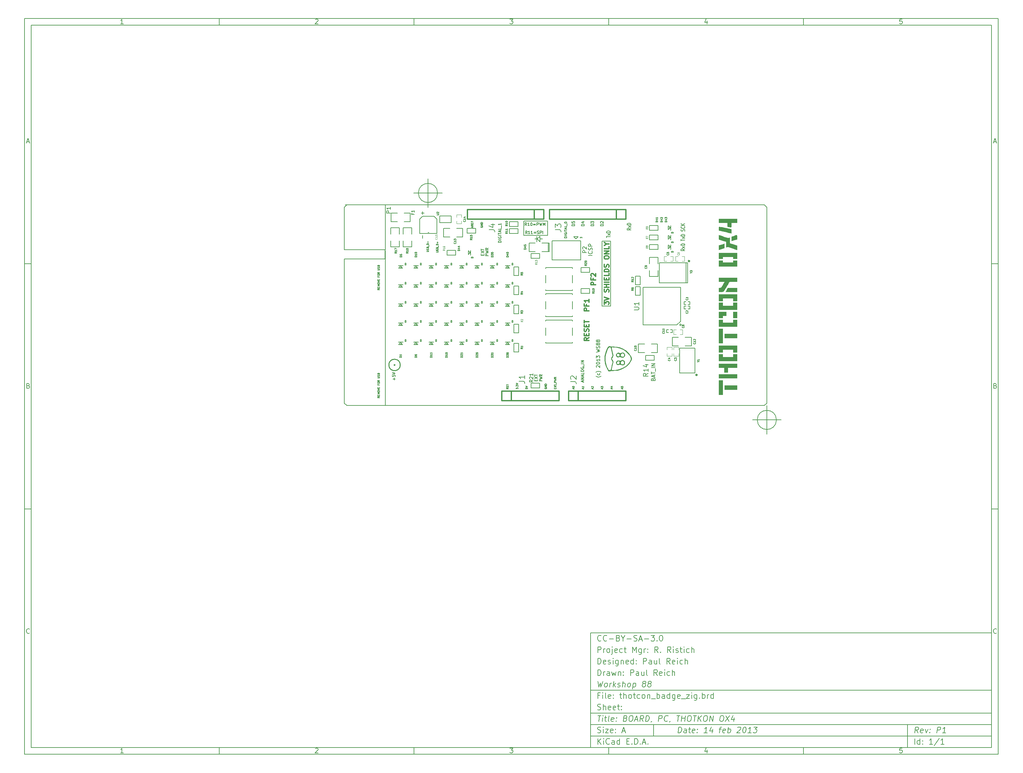
<source format=gto>
G04 (created by PCBNEW (2012-11-15 BZR 3804)-stable) date Thu 14 Feb 2013 00:34:17 CST*
%MOIN*%
G04 Gerber Fmt 3.4, Leading zero omitted, Abs format*
%FSLAX34Y34*%
G01*
G70*
G90*
G04 APERTURE LIST*
%ADD10C,0.006*%
%ADD11C,0.007*%
%ADD12C,0.012*%
%ADD13C,0.005*%
%ADD14C,0.00787402*%
%ADD15C,0.00590551*%
%ADD16C,0.0026*%
%ADD17C,0.015*%
%ADD18C,0.0047*%
%ADD19C,0.008*%
%ADD20C,0.0001*%
%ADD21C,0.01*%
%ADD22C,0.0079*%
%ADD23C,0.0045*%
G04 APERTURE END LIST*
G54D10*
X-38750Y36250D02*
X63250Y36250D01*
X63250Y-40750D01*
X-38750Y-40750D01*
X-38750Y36250D01*
X-38050Y35550D02*
X62550Y35550D01*
X62550Y-40050D01*
X-38050Y-40050D01*
X-38050Y35550D01*
X-18350Y36250D02*
X-18350Y35550D01*
X-28407Y35697D02*
X-28692Y35697D01*
X-28550Y35697D02*
X-28550Y36197D01*
X-28597Y36126D01*
X-28645Y36078D01*
X-28692Y36054D01*
X-18350Y-40750D02*
X-18350Y-40050D01*
X-28407Y-40602D02*
X-28692Y-40602D01*
X-28550Y-40602D02*
X-28550Y-40102D01*
X-28597Y-40173D01*
X-28645Y-40221D01*
X-28692Y-40245D01*
X2050Y36250D02*
X2050Y35550D01*
X-8292Y36150D02*
X-8269Y36173D01*
X-8221Y36197D01*
X-8102Y36197D01*
X-8054Y36173D01*
X-8030Y36150D01*
X-8007Y36102D01*
X-8007Y36054D01*
X-8030Y35983D01*
X-8316Y35697D01*
X-8007Y35697D01*
X2050Y-40750D02*
X2050Y-40050D01*
X-8292Y-40150D02*
X-8269Y-40126D01*
X-8221Y-40102D01*
X-8102Y-40102D01*
X-8054Y-40126D01*
X-8030Y-40150D01*
X-8007Y-40197D01*
X-8007Y-40245D01*
X-8030Y-40316D01*
X-8316Y-40602D01*
X-8007Y-40602D01*
X22450Y36250D02*
X22450Y35550D01*
X12083Y36197D02*
X12392Y36197D01*
X12226Y36007D01*
X12297Y36007D01*
X12345Y35983D01*
X12369Y35959D01*
X12392Y35911D01*
X12392Y35792D01*
X12369Y35745D01*
X12345Y35721D01*
X12297Y35697D01*
X12154Y35697D01*
X12107Y35721D01*
X12083Y35745D01*
X22450Y-40750D02*
X22450Y-40050D01*
X12083Y-40102D02*
X12392Y-40102D01*
X12226Y-40292D01*
X12297Y-40292D01*
X12345Y-40316D01*
X12369Y-40340D01*
X12392Y-40388D01*
X12392Y-40507D01*
X12369Y-40554D01*
X12345Y-40578D01*
X12297Y-40602D01*
X12154Y-40602D01*
X12107Y-40578D01*
X12083Y-40554D01*
X42850Y36250D02*
X42850Y35550D01*
X32745Y36030D02*
X32745Y35697D01*
X32626Y36221D02*
X32507Y35864D01*
X32816Y35864D01*
X42850Y-40750D02*
X42850Y-40050D01*
X32745Y-40269D02*
X32745Y-40602D01*
X32626Y-40078D02*
X32507Y-40435D01*
X32816Y-40435D01*
X53169Y36197D02*
X52930Y36197D01*
X52907Y35959D01*
X52930Y35983D01*
X52978Y36007D01*
X53097Y36007D01*
X53145Y35983D01*
X53169Y35959D01*
X53192Y35911D01*
X53192Y35792D01*
X53169Y35745D01*
X53145Y35721D01*
X53097Y35697D01*
X52978Y35697D01*
X52930Y35721D01*
X52907Y35745D01*
X53169Y-40102D02*
X52930Y-40102D01*
X52907Y-40340D01*
X52930Y-40316D01*
X52978Y-40292D01*
X53097Y-40292D01*
X53145Y-40316D01*
X53169Y-40340D01*
X53192Y-40388D01*
X53192Y-40507D01*
X53169Y-40554D01*
X53145Y-40578D01*
X53097Y-40602D01*
X52978Y-40602D01*
X52930Y-40578D01*
X52907Y-40554D01*
X-38750Y10590D02*
X-38050Y10590D01*
X-38519Y23360D02*
X-38280Y23360D01*
X-38566Y23217D02*
X-38399Y23717D01*
X-38233Y23217D01*
X63250Y10590D02*
X62550Y10590D01*
X62780Y23360D02*
X63019Y23360D01*
X62733Y23217D02*
X62900Y23717D01*
X63066Y23217D01*
X-38750Y-15070D02*
X-38050Y-15070D01*
X-38364Y-2180D02*
X-38292Y-2204D01*
X-38269Y-2228D01*
X-38245Y-2275D01*
X-38245Y-2347D01*
X-38269Y-2394D01*
X-38292Y-2418D01*
X-38340Y-2442D01*
X-38530Y-2442D01*
X-38530Y-1942D01*
X-38364Y-1942D01*
X-38316Y-1966D01*
X-38292Y-1990D01*
X-38269Y-2037D01*
X-38269Y-2085D01*
X-38292Y-2132D01*
X-38316Y-2156D01*
X-38364Y-2180D01*
X-38530Y-2180D01*
X63250Y-15070D02*
X62550Y-15070D01*
X62935Y-2180D02*
X63007Y-2204D01*
X63030Y-2228D01*
X63054Y-2275D01*
X63054Y-2347D01*
X63030Y-2394D01*
X63007Y-2418D01*
X62959Y-2442D01*
X62769Y-2442D01*
X62769Y-1942D01*
X62935Y-1942D01*
X62983Y-1966D01*
X63007Y-1990D01*
X63030Y-2037D01*
X63030Y-2085D01*
X63007Y-2132D01*
X62983Y-2156D01*
X62935Y-2180D01*
X62769Y-2180D01*
X-38245Y-28054D02*
X-38269Y-28078D01*
X-38340Y-28102D01*
X-38388Y-28102D01*
X-38459Y-28078D01*
X-38507Y-28030D01*
X-38530Y-27983D01*
X-38554Y-27888D01*
X-38554Y-27816D01*
X-38530Y-27721D01*
X-38507Y-27673D01*
X-38459Y-27626D01*
X-38388Y-27602D01*
X-38340Y-27602D01*
X-38269Y-27626D01*
X-38245Y-27650D01*
X63054Y-28054D02*
X63030Y-28078D01*
X62959Y-28102D01*
X62911Y-28102D01*
X62840Y-28078D01*
X62792Y-28030D01*
X62769Y-27983D01*
X62745Y-27888D01*
X62745Y-27816D01*
X62769Y-27721D01*
X62792Y-27673D01*
X62840Y-27626D01*
X62911Y-27602D01*
X62959Y-27602D01*
X63030Y-27626D01*
X63054Y-27650D01*
X29700Y-38492D02*
X29775Y-37892D01*
X29917Y-37892D01*
X30000Y-37921D01*
X30050Y-37978D01*
X30071Y-38035D01*
X30085Y-38150D01*
X30075Y-38235D01*
X30032Y-38350D01*
X29996Y-38407D01*
X29932Y-38464D01*
X29842Y-38492D01*
X29700Y-38492D01*
X30557Y-38492D02*
X30596Y-38178D01*
X30575Y-38121D01*
X30521Y-38092D01*
X30407Y-38092D01*
X30346Y-38121D01*
X30560Y-38464D02*
X30500Y-38492D01*
X30357Y-38492D01*
X30303Y-38464D01*
X30282Y-38407D01*
X30289Y-38350D01*
X30325Y-38292D01*
X30385Y-38264D01*
X30528Y-38264D01*
X30589Y-38235D01*
X30807Y-38092D02*
X31035Y-38092D01*
X30917Y-37892D02*
X30853Y-38407D01*
X30875Y-38464D01*
X30928Y-38492D01*
X30985Y-38492D01*
X31417Y-38464D02*
X31357Y-38492D01*
X31242Y-38492D01*
X31189Y-38464D01*
X31167Y-38407D01*
X31196Y-38178D01*
X31232Y-38121D01*
X31292Y-38092D01*
X31407Y-38092D01*
X31460Y-38121D01*
X31482Y-38178D01*
X31475Y-38235D01*
X31182Y-38292D01*
X31707Y-38435D02*
X31732Y-38464D01*
X31700Y-38492D01*
X31675Y-38464D01*
X31707Y-38435D01*
X31700Y-38492D01*
X31746Y-38121D02*
X31771Y-38150D01*
X31739Y-38178D01*
X31714Y-38150D01*
X31746Y-38121D01*
X31739Y-38178D01*
X32757Y-38492D02*
X32414Y-38492D01*
X32585Y-38492D02*
X32660Y-37892D01*
X32592Y-37978D01*
X32528Y-38035D01*
X32467Y-38064D01*
X33321Y-38092D02*
X33271Y-38492D01*
X33207Y-37864D02*
X33010Y-38292D01*
X33382Y-38292D01*
X34007Y-38092D02*
X34235Y-38092D01*
X34042Y-38492D02*
X34107Y-37978D01*
X34142Y-37921D01*
X34203Y-37892D01*
X34260Y-37892D01*
X34617Y-38464D02*
X34557Y-38492D01*
X34442Y-38492D01*
X34389Y-38464D01*
X34367Y-38407D01*
X34396Y-38178D01*
X34432Y-38121D01*
X34492Y-38092D01*
X34607Y-38092D01*
X34660Y-38121D01*
X34682Y-38178D01*
X34675Y-38235D01*
X34382Y-38292D01*
X34900Y-38492D02*
X34975Y-37892D01*
X34946Y-38121D02*
X35007Y-38092D01*
X35121Y-38092D01*
X35175Y-38121D01*
X35200Y-38150D01*
X35221Y-38207D01*
X35200Y-38378D01*
X35164Y-38435D01*
X35132Y-38464D01*
X35071Y-38492D01*
X34957Y-38492D01*
X34903Y-38464D01*
X35939Y-37950D02*
X35971Y-37921D01*
X36032Y-37892D01*
X36175Y-37892D01*
X36228Y-37921D01*
X36253Y-37950D01*
X36275Y-38007D01*
X36267Y-38064D01*
X36228Y-38150D01*
X35842Y-38492D01*
X36214Y-38492D01*
X36660Y-37892D02*
X36717Y-37892D01*
X36771Y-37921D01*
X36796Y-37950D01*
X36817Y-38007D01*
X36832Y-38121D01*
X36814Y-38264D01*
X36771Y-38378D01*
X36735Y-38435D01*
X36703Y-38464D01*
X36642Y-38492D01*
X36585Y-38492D01*
X36532Y-38464D01*
X36507Y-38435D01*
X36485Y-38378D01*
X36471Y-38264D01*
X36489Y-38121D01*
X36532Y-38007D01*
X36567Y-37950D01*
X36600Y-37921D01*
X36660Y-37892D01*
X37357Y-38492D02*
X37014Y-38492D01*
X37185Y-38492D02*
X37260Y-37892D01*
X37192Y-37978D01*
X37128Y-38035D01*
X37067Y-38064D01*
X37632Y-37892D02*
X38003Y-37892D01*
X37775Y-38121D01*
X37860Y-38121D01*
X37914Y-38150D01*
X37939Y-38178D01*
X37960Y-38235D01*
X37942Y-38378D01*
X37907Y-38435D01*
X37875Y-38464D01*
X37814Y-38492D01*
X37642Y-38492D01*
X37589Y-38464D01*
X37564Y-38435D01*
X21292Y-39692D02*
X21292Y-39092D01*
X21635Y-39692D02*
X21378Y-39350D01*
X21635Y-39092D02*
X21292Y-39435D01*
X21892Y-39692D02*
X21892Y-39292D01*
X21892Y-39092D02*
X21864Y-39121D01*
X21892Y-39150D01*
X21921Y-39121D01*
X21892Y-39092D01*
X21892Y-39150D01*
X22521Y-39635D02*
X22492Y-39664D01*
X22407Y-39692D01*
X22350Y-39692D01*
X22264Y-39664D01*
X22207Y-39607D01*
X22178Y-39550D01*
X22150Y-39435D01*
X22150Y-39350D01*
X22178Y-39235D01*
X22207Y-39178D01*
X22264Y-39121D01*
X22350Y-39092D01*
X22407Y-39092D01*
X22492Y-39121D01*
X22521Y-39150D01*
X23035Y-39692D02*
X23035Y-39378D01*
X23007Y-39321D01*
X22950Y-39292D01*
X22835Y-39292D01*
X22778Y-39321D01*
X23035Y-39664D02*
X22978Y-39692D01*
X22835Y-39692D01*
X22778Y-39664D01*
X22750Y-39607D01*
X22750Y-39550D01*
X22778Y-39492D01*
X22835Y-39464D01*
X22978Y-39464D01*
X23035Y-39435D01*
X23578Y-39692D02*
X23578Y-39092D01*
X23578Y-39664D02*
X23521Y-39692D01*
X23407Y-39692D01*
X23350Y-39664D01*
X23321Y-39635D01*
X23292Y-39578D01*
X23292Y-39407D01*
X23321Y-39350D01*
X23350Y-39321D01*
X23407Y-39292D01*
X23521Y-39292D01*
X23578Y-39321D01*
X24321Y-39378D02*
X24521Y-39378D01*
X24607Y-39692D02*
X24321Y-39692D01*
X24321Y-39092D01*
X24607Y-39092D01*
X24864Y-39635D02*
X24892Y-39664D01*
X24864Y-39692D01*
X24835Y-39664D01*
X24864Y-39635D01*
X24864Y-39692D01*
X25149Y-39692D02*
X25149Y-39092D01*
X25292Y-39092D01*
X25378Y-39121D01*
X25435Y-39178D01*
X25464Y-39235D01*
X25492Y-39350D01*
X25492Y-39435D01*
X25464Y-39550D01*
X25435Y-39607D01*
X25378Y-39664D01*
X25292Y-39692D01*
X25149Y-39692D01*
X25749Y-39635D02*
X25778Y-39664D01*
X25749Y-39692D01*
X25721Y-39664D01*
X25749Y-39635D01*
X25749Y-39692D01*
X26007Y-39521D02*
X26292Y-39521D01*
X25949Y-39692D02*
X26149Y-39092D01*
X26349Y-39692D01*
X26549Y-39635D02*
X26578Y-39664D01*
X26549Y-39692D01*
X26521Y-39664D01*
X26549Y-39635D01*
X26549Y-39692D01*
X54842Y-38492D02*
X54678Y-38207D01*
X54500Y-38492D02*
X54575Y-37892D01*
X54803Y-37892D01*
X54857Y-37921D01*
X54882Y-37950D01*
X54903Y-38007D01*
X54892Y-38092D01*
X54857Y-38150D01*
X54825Y-38178D01*
X54764Y-38207D01*
X54535Y-38207D01*
X55332Y-38464D02*
X55271Y-38492D01*
X55157Y-38492D01*
X55103Y-38464D01*
X55082Y-38407D01*
X55110Y-38178D01*
X55146Y-38121D01*
X55207Y-38092D01*
X55321Y-38092D01*
X55375Y-38121D01*
X55396Y-38178D01*
X55389Y-38235D01*
X55096Y-38292D01*
X55607Y-38092D02*
X55700Y-38492D01*
X55892Y-38092D01*
X56078Y-38435D02*
X56103Y-38464D01*
X56071Y-38492D01*
X56046Y-38464D01*
X56078Y-38435D01*
X56071Y-38492D01*
X56117Y-38121D02*
X56142Y-38150D01*
X56110Y-38178D01*
X56085Y-38150D01*
X56117Y-38121D01*
X56110Y-38178D01*
X56814Y-38492D02*
X56889Y-37892D01*
X57117Y-37892D01*
X57171Y-37921D01*
X57196Y-37950D01*
X57217Y-38007D01*
X57207Y-38092D01*
X57171Y-38150D01*
X57139Y-38178D01*
X57078Y-38207D01*
X56850Y-38207D01*
X57728Y-38492D02*
X57385Y-38492D01*
X57557Y-38492D02*
X57632Y-37892D01*
X57564Y-37978D01*
X57500Y-38035D01*
X57439Y-38064D01*
X21264Y-38464D02*
X21350Y-38492D01*
X21492Y-38492D01*
X21550Y-38464D01*
X21578Y-38435D01*
X21607Y-38378D01*
X21607Y-38321D01*
X21578Y-38264D01*
X21550Y-38235D01*
X21492Y-38207D01*
X21378Y-38178D01*
X21321Y-38150D01*
X21292Y-38121D01*
X21264Y-38064D01*
X21264Y-38007D01*
X21292Y-37950D01*
X21321Y-37921D01*
X21378Y-37892D01*
X21521Y-37892D01*
X21607Y-37921D01*
X21864Y-38492D02*
X21864Y-38092D01*
X21864Y-37892D02*
X21835Y-37921D01*
X21864Y-37950D01*
X21892Y-37921D01*
X21864Y-37892D01*
X21864Y-37950D01*
X22092Y-38092D02*
X22407Y-38092D01*
X22092Y-38492D01*
X22407Y-38492D01*
X22864Y-38464D02*
X22807Y-38492D01*
X22692Y-38492D01*
X22635Y-38464D01*
X22607Y-38407D01*
X22607Y-38178D01*
X22635Y-38121D01*
X22692Y-38092D01*
X22807Y-38092D01*
X22864Y-38121D01*
X22892Y-38178D01*
X22892Y-38235D01*
X22607Y-38292D01*
X23150Y-38435D02*
X23178Y-38464D01*
X23150Y-38492D01*
X23121Y-38464D01*
X23150Y-38435D01*
X23150Y-38492D01*
X23150Y-38121D02*
X23178Y-38150D01*
X23150Y-38178D01*
X23121Y-38150D01*
X23150Y-38121D01*
X23150Y-38178D01*
X23864Y-38321D02*
X24150Y-38321D01*
X23807Y-38492D02*
X24007Y-37892D01*
X24207Y-38492D01*
X54492Y-39692D02*
X54492Y-39092D01*
X55035Y-39692D02*
X55035Y-39092D01*
X55035Y-39664D02*
X54978Y-39692D01*
X54864Y-39692D01*
X54807Y-39664D01*
X54778Y-39635D01*
X54750Y-39578D01*
X54750Y-39407D01*
X54778Y-39350D01*
X54807Y-39321D01*
X54864Y-39292D01*
X54978Y-39292D01*
X55035Y-39321D01*
X55321Y-39635D02*
X55350Y-39664D01*
X55321Y-39692D01*
X55292Y-39664D01*
X55321Y-39635D01*
X55321Y-39692D01*
X55321Y-39321D02*
X55350Y-39350D01*
X55321Y-39378D01*
X55292Y-39350D01*
X55321Y-39321D01*
X55321Y-39378D01*
X56378Y-39692D02*
X56035Y-39692D01*
X56207Y-39692D02*
X56207Y-39092D01*
X56149Y-39178D01*
X56092Y-39235D01*
X56035Y-39264D01*
X57064Y-39064D02*
X56550Y-39835D01*
X57578Y-39692D02*
X57235Y-39692D01*
X57407Y-39692D02*
X57407Y-39092D01*
X57349Y-39178D01*
X57292Y-39235D01*
X57235Y-39264D01*
X21289Y-36692D02*
X21632Y-36692D01*
X21385Y-37292D02*
X21460Y-36692D01*
X21757Y-37292D02*
X21807Y-36892D01*
X21832Y-36692D02*
X21800Y-36721D01*
X21825Y-36750D01*
X21857Y-36721D01*
X21832Y-36692D01*
X21825Y-36750D01*
X22007Y-36892D02*
X22235Y-36892D01*
X22117Y-36692D02*
X22053Y-37207D01*
X22075Y-37264D01*
X22128Y-37292D01*
X22185Y-37292D01*
X22471Y-37292D02*
X22417Y-37264D01*
X22396Y-37207D01*
X22460Y-36692D01*
X22932Y-37264D02*
X22871Y-37292D01*
X22757Y-37292D01*
X22703Y-37264D01*
X22682Y-37207D01*
X22710Y-36978D01*
X22746Y-36921D01*
X22807Y-36892D01*
X22921Y-36892D01*
X22975Y-36921D01*
X22996Y-36978D01*
X22989Y-37035D01*
X22696Y-37092D01*
X23221Y-37235D02*
X23246Y-37264D01*
X23214Y-37292D01*
X23189Y-37264D01*
X23221Y-37235D01*
X23214Y-37292D01*
X23260Y-36921D02*
X23285Y-36950D01*
X23253Y-36978D01*
X23228Y-36950D01*
X23260Y-36921D01*
X23253Y-36978D01*
X24196Y-36978D02*
X24278Y-37007D01*
X24303Y-37035D01*
X24325Y-37092D01*
X24314Y-37178D01*
X24278Y-37235D01*
X24246Y-37264D01*
X24185Y-37292D01*
X23957Y-37292D01*
X24032Y-36692D01*
X24232Y-36692D01*
X24285Y-36721D01*
X24310Y-36750D01*
X24332Y-36807D01*
X24325Y-36864D01*
X24289Y-36921D01*
X24257Y-36950D01*
X24196Y-36978D01*
X23996Y-36978D01*
X24746Y-36692D02*
X24860Y-36692D01*
X24914Y-36721D01*
X24964Y-36778D01*
X24978Y-36892D01*
X24953Y-37092D01*
X24910Y-37207D01*
X24846Y-37264D01*
X24785Y-37292D01*
X24671Y-37292D01*
X24617Y-37264D01*
X24567Y-37207D01*
X24553Y-37092D01*
X24578Y-36892D01*
X24621Y-36778D01*
X24685Y-36721D01*
X24746Y-36692D01*
X25178Y-37121D02*
X25464Y-37121D01*
X25100Y-37292D02*
X25375Y-36692D01*
X25500Y-37292D01*
X26042Y-37292D02*
X25878Y-37007D01*
X25700Y-37292D02*
X25775Y-36692D01*
X26003Y-36692D01*
X26057Y-36721D01*
X26082Y-36750D01*
X26103Y-36807D01*
X26092Y-36892D01*
X26057Y-36950D01*
X26025Y-36978D01*
X25964Y-37007D01*
X25735Y-37007D01*
X26300Y-37292D02*
X26375Y-36692D01*
X26517Y-36692D01*
X26600Y-36721D01*
X26650Y-36778D01*
X26671Y-36835D01*
X26685Y-36950D01*
X26675Y-37035D01*
X26632Y-37150D01*
X26596Y-37207D01*
X26532Y-37264D01*
X26442Y-37292D01*
X26300Y-37292D01*
X26932Y-37264D02*
X26928Y-37292D01*
X26892Y-37350D01*
X26860Y-37378D01*
X27642Y-37292D02*
X27717Y-36692D01*
X27946Y-36692D01*
X27999Y-36721D01*
X28025Y-36750D01*
X28046Y-36807D01*
X28035Y-36892D01*
X28000Y-36950D01*
X27967Y-36978D01*
X27907Y-37007D01*
X27678Y-37007D01*
X28592Y-37235D02*
X28560Y-37264D01*
X28471Y-37292D01*
X28414Y-37292D01*
X28332Y-37264D01*
X28282Y-37207D01*
X28260Y-37150D01*
X28246Y-37035D01*
X28257Y-36950D01*
X28300Y-36835D01*
X28335Y-36778D01*
X28399Y-36721D01*
X28489Y-36692D01*
X28546Y-36692D01*
X28628Y-36721D01*
X28653Y-36750D01*
X28875Y-37264D02*
X28871Y-37292D01*
X28835Y-37350D01*
X28803Y-37378D01*
X29575Y-36692D02*
X29917Y-36692D01*
X29671Y-37292D02*
X29746Y-36692D01*
X30042Y-37292D02*
X30117Y-36692D01*
X30082Y-36978D02*
X30425Y-36978D01*
X30385Y-37292D02*
X30460Y-36692D01*
X30860Y-36692D02*
X30975Y-36692D01*
X31028Y-36721D01*
X31078Y-36778D01*
X31092Y-36892D01*
X31067Y-37092D01*
X31024Y-37207D01*
X30960Y-37264D01*
X30900Y-37292D01*
X30785Y-37292D01*
X30732Y-37264D01*
X30682Y-37207D01*
X30667Y-37092D01*
X30692Y-36892D01*
X30735Y-36778D01*
X30799Y-36721D01*
X30860Y-36692D01*
X31289Y-36692D02*
X31632Y-36692D01*
X31385Y-37292D02*
X31460Y-36692D01*
X31757Y-37292D02*
X31832Y-36692D01*
X32099Y-37292D02*
X31885Y-36950D01*
X32174Y-36692D02*
X31789Y-37035D01*
X32546Y-36692D02*
X32660Y-36692D01*
X32714Y-36721D01*
X32764Y-36778D01*
X32778Y-36892D01*
X32753Y-37092D01*
X32710Y-37207D01*
X32646Y-37264D01*
X32585Y-37292D01*
X32471Y-37292D01*
X32417Y-37264D01*
X32367Y-37207D01*
X32353Y-37092D01*
X32378Y-36892D01*
X32421Y-36778D01*
X32485Y-36721D01*
X32546Y-36692D01*
X32985Y-37292D02*
X33060Y-36692D01*
X33328Y-37292D01*
X33403Y-36692D01*
X34260Y-36692D02*
X34374Y-36692D01*
X34428Y-36721D01*
X34478Y-36778D01*
X34492Y-36892D01*
X34467Y-37092D01*
X34424Y-37207D01*
X34360Y-37264D01*
X34299Y-37292D01*
X34185Y-37292D01*
X34132Y-37264D01*
X34082Y-37207D01*
X34067Y-37092D01*
X34092Y-36892D01*
X34135Y-36778D01*
X34199Y-36721D01*
X34260Y-36692D01*
X34717Y-36692D02*
X35042Y-37292D01*
X35117Y-36692D02*
X34642Y-37292D01*
X35578Y-36892D02*
X35528Y-37292D01*
X35464Y-36664D02*
X35267Y-37092D01*
X35639Y-37092D01*
X21492Y-34578D02*
X21292Y-34578D01*
X21292Y-34892D02*
X21292Y-34292D01*
X21578Y-34292D01*
X21807Y-34892D02*
X21807Y-34492D01*
X21807Y-34292D02*
X21778Y-34321D01*
X21807Y-34350D01*
X21835Y-34321D01*
X21807Y-34292D01*
X21807Y-34350D01*
X22178Y-34892D02*
X22121Y-34864D01*
X22092Y-34807D01*
X22092Y-34292D01*
X22635Y-34864D02*
X22578Y-34892D01*
X22464Y-34892D01*
X22407Y-34864D01*
X22378Y-34807D01*
X22378Y-34578D01*
X22407Y-34521D01*
X22464Y-34492D01*
X22578Y-34492D01*
X22635Y-34521D01*
X22664Y-34578D01*
X22664Y-34635D01*
X22378Y-34692D01*
X22921Y-34835D02*
X22950Y-34864D01*
X22921Y-34892D01*
X22892Y-34864D01*
X22921Y-34835D01*
X22921Y-34892D01*
X22921Y-34521D02*
X22950Y-34550D01*
X22921Y-34578D01*
X22892Y-34550D01*
X22921Y-34521D01*
X22921Y-34578D01*
X23578Y-34492D02*
X23807Y-34492D01*
X23664Y-34292D02*
X23664Y-34807D01*
X23692Y-34864D01*
X23750Y-34892D01*
X23807Y-34892D01*
X24007Y-34892D02*
X24007Y-34292D01*
X24264Y-34892D02*
X24264Y-34578D01*
X24235Y-34521D01*
X24178Y-34492D01*
X24092Y-34492D01*
X24035Y-34521D01*
X24007Y-34550D01*
X24635Y-34892D02*
X24578Y-34864D01*
X24550Y-34835D01*
X24521Y-34778D01*
X24521Y-34607D01*
X24550Y-34550D01*
X24578Y-34521D01*
X24635Y-34492D01*
X24721Y-34492D01*
X24778Y-34521D01*
X24807Y-34550D01*
X24835Y-34607D01*
X24835Y-34778D01*
X24807Y-34835D01*
X24778Y-34864D01*
X24721Y-34892D01*
X24635Y-34892D01*
X25007Y-34492D02*
X25235Y-34492D01*
X25092Y-34292D02*
X25092Y-34807D01*
X25121Y-34864D01*
X25178Y-34892D01*
X25235Y-34892D01*
X25692Y-34864D02*
X25635Y-34892D01*
X25521Y-34892D01*
X25464Y-34864D01*
X25435Y-34835D01*
X25407Y-34778D01*
X25407Y-34607D01*
X25435Y-34550D01*
X25464Y-34521D01*
X25521Y-34492D01*
X25635Y-34492D01*
X25692Y-34521D01*
X26035Y-34892D02*
X25978Y-34864D01*
X25950Y-34835D01*
X25921Y-34778D01*
X25921Y-34607D01*
X25950Y-34550D01*
X25978Y-34521D01*
X26035Y-34492D01*
X26121Y-34492D01*
X26178Y-34521D01*
X26207Y-34550D01*
X26235Y-34607D01*
X26235Y-34778D01*
X26207Y-34835D01*
X26178Y-34864D01*
X26121Y-34892D01*
X26035Y-34892D01*
X26492Y-34492D02*
X26492Y-34892D01*
X26492Y-34550D02*
X26521Y-34521D01*
X26578Y-34492D01*
X26664Y-34492D01*
X26721Y-34521D01*
X26750Y-34578D01*
X26750Y-34892D01*
X26892Y-34950D02*
X27350Y-34950D01*
X27492Y-34892D02*
X27492Y-34292D01*
X27492Y-34521D02*
X27550Y-34492D01*
X27664Y-34492D01*
X27721Y-34521D01*
X27750Y-34550D01*
X27778Y-34607D01*
X27778Y-34778D01*
X27750Y-34835D01*
X27721Y-34864D01*
X27664Y-34892D01*
X27550Y-34892D01*
X27492Y-34864D01*
X28292Y-34892D02*
X28292Y-34578D01*
X28264Y-34521D01*
X28207Y-34492D01*
X28092Y-34492D01*
X28035Y-34521D01*
X28292Y-34864D02*
X28235Y-34892D01*
X28092Y-34892D01*
X28035Y-34864D01*
X28007Y-34807D01*
X28007Y-34750D01*
X28035Y-34692D01*
X28092Y-34664D01*
X28235Y-34664D01*
X28292Y-34635D01*
X28835Y-34892D02*
X28835Y-34292D01*
X28835Y-34864D02*
X28778Y-34892D01*
X28664Y-34892D01*
X28607Y-34864D01*
X28578Y-34835D01*
X28550Y-34778D01*
X28550Y-34607D01*
X28578Y-34550D01*
X28607Y-34521D01*
X28664Y-34492D01*
X28778Y-34492D01*
X28835Y-34521D01*
X29378Y-34492D02*
X29378Y-34978D01*
X29350Y-35035D01*
X29321Y-35064D01*
X29264Y-35092D01*
X29178Y-35092D01*
X29121Y-35064D01*
X29378Y-34864D02*
X29321Y-34892D01*
X29207Y-34892D01*
X29150Y-34864D01*
X29121Y-34835D01*
X29092Y-34778D01*
X29092Y-34607D01*
X29121Y-34550D01*
X29150Y-34521D01*
X29207Y-34492D01*
X29321Y-34492D01*
X29378Y-34521D01*
X29892Y-34864D02*
X29835Y-34892D01*
X29721Y-34892D01*
X29664Y-34864D01*
X29635Y-34807D01*
X29635Y-34578D01*
X29664Y-34521D01*
X29721Y-34492D01*
X29835Y-34492D01*
X29892Y-34521D01*
X29921Y-34578D01*
X29921Y-34635D01*
X29635Y-34692D01*
X30035Y-34950D02*
X30492Y-34950D01*
X30578Y-34492D02*
X30892Y-34492D01*
X30578Y-34892D01*
X30892Y-34892D01*
X31121Y-34892D02*
X31121Y-34492D01*
X31121Y-34292D02*
X31092Y-34321D01*
X31121Y-34350D01*
X31150Y-34321D01*
X31121Y-34292D01*
X31121Y-34350D01*
X31664Y-34492D02*
X31664Y-34978D01*
X31635Y-35035D01*
X31607Y-35064D01*
X31549Y-35092D01*
X31464Y-35092D01*
X31407Y-35064D01*
X31664Y-34864D02*
X31607Y-34892D01*
X31492Y-34892D01*
X31435Y-34864D01*
X31407Y-34835D01*
X31378Y-34778D01*
X31378Y-34607D01*
X31407Y-34550D01*
X31435Y-34521D01*
X31492Y-34492D01*
X31607Y-34492D01*
X31664Y-34521D01*
X31949Y-34835D02*
X31978Y-34864D01*
X31949Y-34892D01*
X31921Y-34864D01*
X31949Y-34835D01*
X31949Y-34892D01*
X32235Y-34892D02*
X32235Y-34292D01*
X32235Y-34521D02*
X32292Y-34492D01*
X32407Y-34492D01*
X32464Y-34521D01*
X32492Y-34550D01*
X32521Y-34607D01*
X32521Y-34778D01*
X32492Y-34835D01*
X32464Y-34864D01*
X32407Y-34892D01*
X32292Y-34892D01*
X32235Y-34864D01*
X32778Y-34892D02*
X32778Y-34492D01*
X32778Y-34607D02*
X32807Y-34550D01*
X32835Y-34521D01*
X32892Y-34492D01*
X32949Y-34492D01*
X33407Y-34892D02*
X33407Y-34292D01*
X33407Y-34864D02*
X33349Y-34892D01*
X33235Y-34892D01*
X33178Y-34864D01*
X33149Y-34835D01*
X33121Y-34778D01*
X33121Y-34607D01*
X33149Y-34550D01*
X33178Y-34521D01*
X33235Y-34492D01*
X33349Y-34492D01*
X33407Y-34521D01*
X21264Y-36064D02*
X21350Y-36092D01*
X21492Y-36092D01*
X21550Y-36064D01*
X21578Y-36035D01*
X21607Y-35978D01*
X21607Y-35921D01*
X21578Y-35864D01*
X21550Y-35835D01*
X21492Y-35807D01*
X21378Y-35778D01*
X21321Y-35750D01*
X21292Y-35721D01*
X21264Y-35664D01*
X21264Y-35607D01*
X21292Y-35550D01*
X21321Y-35521D01*
X21378Y-35492D01*
X21521Y-35492D01*
X21607Y-35521D01*
X21864Y-36092D02*
X21864Y-35492D01*
X22121Y-36092D02*
X22121Y-35778D01*
X22092Y-35721D01*
X22035Y-35692D01*
X21950Y-35692D01*
X21892Y-35721D01*
X21864Y-35750D01*
X22635Y-36064D02*
X22578Y-36092D01*
X22464Y-36092D01*
X22407Y-36064D01*
X22378Y-36007D01*
X22378Y-35778D01*
X22407Y-35721D01*
X22464Y-35692D01*
X22578Y-35692D01*
X22635Y-35721D01*
X22664Y-35778D01*
X22664Y-35835D01*
X22378Y-35892D01*
X23150Y-36064D02*
X23092Y-36092D01*
X22978Y-36092D01*
X22921Y-36064D01*
X22892Y-36007D01*
X22892Y-35778D01*
X22921Y-35721D01*
X22978Y-35692D01*
X23092Y-35692D01*
X23150Y-35721D01*
X23178Y-35778D01*
X23178Y-35835D01*
X22892Y-35892D01*
X23350Y-35692D02*
X23578Y-35692D01*
X23435Y-35492D02*
X23435Y-36007D01*
X23464Y-36064D01*
X23521Y-36092D01*
X23578Y-36092D01*
X23778Y-36035D02*
X23807Y-36064D01*
X23778Y-36092D01*
X23750Y-36064D01*
X23778Y-36035D01*
X23778Y-36092D01*
X23778Y-35721D02*
X23807Y-35750D01*
X23778Y-35778D01*
X23750Y-35750D01*
X23778Y-35721D01*
X23778Y-35778D01*
X21317Y-33092D02*
X21385Y-33692D01*
X21553Y-33264D01*
X21614Y-33692D01*
X21832Y-33092D01*
X22071Y-33692D02*
X22017Y-33664D01*
X21992Y-33635D01*
X21971Y-33578D01*
X21992Y-33407D01*
X22028Y-33350D01*
X22060Y-33321D01*
X22121Y-33292D01*
X22207Y-33292D01*
X22260Y-33321D01*
X22285Y-33350D01*
X22307Y-33407D01*
X22285Y-33578D01*
X22250Y-33635D01*
X22217Y-33664D01*
X22157Y-33692D01*
X22071Y-33692D01*
X22528Y-33692D02*
X22578Y-33292D01*
X22564Y-33407D02*
X22600Y-33350D01*
X22632Y-33321D01*
X22692Y-33292D01*
X22750Y-33292D01*
X22900Y-33692D02*
X22975Y-33092D01*
X22985Y-33464D02*
X23128Y-33692D01*
X23178Y-33292D02*
X22921Y-33521D01*
X23360Y-33664D02*
X23414Y-33692D01*
X23528Y-33692D01*
X23589Y-33664D01*
X23625Y-33607D01*
X23628Y-33578D01*
X23607Y-33521D01*
X23553Y-33492D01*
X23467Y-33492D01*
X23414Y-33464D01*
X23392Y-33407D01*
X23396Y-33378D01*
X23432Y-33321D01*
X23492Y-33292D01*
X23578Y-33292D01*
X23632Y-33321D01*
X23871Y-33692D02*
X23946Y-33092D01*
X24128Y-33692D02*
X24167Y-33378D01*
X24146Y-33321D01*
X24092Y-33292D01*
X24007Y-33292D01*
X23946Y-33321D01*
X23914Y-33350D01*
X24499Y-33692D02*
X24446Y-33664D01*
X24421Y-33635D01*
X24400Y-33578D01*
X24421Y-33407D01*
X24457Y-33350D01*
X24489Y-33321D01*
X24549Y-33292D01*
X24635Y-33292D01*
X24689Y-33321D01*
X24714Y-33350D01*
X24735Y-33407D01*
X24714Y-33578D01*
X24678Y-33635D01*
X24646Y-33664D01*
X24585Y-33692D01*
X24499Y-33692D01*
X25007Y-33292D02*
X24932Y-33892D01*
X25003Y-33321D02*
X25064Y-33292D01*
X25178Y-33292D01*
X25232Y-33321D01*
X25257Y-33350D01*
X25278Y-33407D01*
X25257Y-33578D01*
X25221Y-33635D01*
X25189Y-33664D01*
X25128Y-33692D01*
X25014Y-33692D01*
X24960Y-33664D01*
X26085Y-33350D02*
X26032Y-33321D01*
X26007Y-33292D01*
X25985Y-33235D01*
X25989Y-33207D01*
X26024Y-33150D01*
X26057Y-33121D01*
X26117Y-33092D01*
X26232Y-33092D01*
X26285Y-33121D01*
X26310Y-33150D01*
X26332Y-33207D01*
X26328Y-33235D01*
X26292Y-33292D01*
X26260Y-33321D01*
X26199Y-33350D01*
X26085Y-33350D01*
X26025Y-33378D01*
X25992Y-33407D01*
X25957Y-33464D01*
X25942Y-33578D01*
X25964Y-33635D01*
X25989Y-33664D01*
X26042Y-33692D01*
X26157Y-33692D01*
X26217Y-33664D01*
X26249Y-33635D01*
X26285Y-33578D01*
X26299Y-33464D01*
X26278Y-33407D01*
X26253Y-33378D01*
X26199Y-33350D01*
X26657Y-33350D02*
X26603Y-33321D01*
X26578Y-33292D01*
X26557Y-33235D01*
X26560Y-33207D01*
X26596Y-33150D01*
X26628Y-33121D01*
X26689Y-33092D01*
X26803Y-33092D01*
X26857Y-33121D01*
X26882Y-33150D01*
X26903Y-33207D01*
X26900Y-33235D01*
X26864Y-33292D01*
X26832Y-33321D01*
X26771Y-33350D01*
X26657Y-33350D01*
X26596Y-33378D01*
X26564Y-33407D01*
X26528Y-33464D01*
X26514Y-33578D01*
X26535Y-33635D01*
X26560Y-33664D01*
X26614Y-33692D01*
X26728Y-33692D01*
X26789Y-33664D01*
X26821Y-33635D01*
X26857Y-33578D01*
X26871Y-33464D01*
X26849Y-33407D01*
X26825Y-33378D01*
X26771Y-33350D01*
X21292Y-32492D02*
X21292Y-31892D01*
X21435Y-31892D01*
X21521Y-31921D01*
X21578Y-31978D01*
X21607Y-32035D01*
X21635Y-32150D01*
X21635Y-32235D01*
X21607Y-32350D01*
X21578Y-32407D01*
X21521Y-32464D01*
X21435Y-32492D01*
X21292Y-32492D01*
X21892Y-32492D02*
X21892Y-32092D01*
X21892Y-32207D02*
X21921Y-32150D01*
X21950Y-32121D01*
X22007Y-32092D01*
X22064Y-32092D01*
X22521Y-32492D02*
X22521Y-32178D01*
X22492Y-32121D01*
X22435Y-32092D01*
X22321Y-32092D01*
X22264Y-32121D01*
X22521Y-32464D02*
X22464Y-32492D01*
X22321Y-32492D01*
X22264Y-32464D01*
X22235Y-32407D01*
X22235Y-32350D01*
X22264Y-32292D01*
X22321Y-32264D01*
X22464Y-32264D01*
X22521Y-32235D01*
X22750Y-32092D02*
X22864Y-32492D01*
X22978Y-32207D01*
X23092Y-32492D01*
X23207Y-32092D01*
X23435Y-32092D02*
X23435Y-32492D01*
X23435Y-32150D02*
X23464Y-32121D01*
X23521Y-32092D01*
X23607Y-32092D01*
X23664Y-32121D01*
X23692Y-32178D01*
X23692Y-32492D01*
X23978Y-32435D02*
X24007Y-32464D01*
X23978Y-32492D01*
X23950Y-32464D01*
X23978Y-32435D01*
X23978Y-32492D01*
X23978Y-32121D02*
X24007Y-32150D01*
X23978Y-32178D01*
X23950Y-32150D01*
X23978Y-32121D01*
X23978Y-32178D01*
X24721Y-32492D02*
X24721Y-31892D01*
X24950Y-31892D01*
X25007Y-31921D01*
X25035Y-31950D01*
X25064Y-32007D01*
X25064Y-32092D01*
X25035Y-32150D01*
X25007Y-32178D01*
X24950Y-32207D01*
X24721Y-32207D01*
X25578Y-32492D02*
X25578Y-32178D01*
X25550Y-32121D01*
X25492Y-32092D01*
X25378Y-32092D01*
X25321Y-32121D01*
X25578Y-32464D02*
X25521Y-32492D01*
X25378Y-32492D01*
X25321Y-32464D01*
X25292Y-32407D01*
X25292Y-32350D01*
X25321Y-32292D01*
X25378Y-32264D01*
X25521Y-32264D01*
X25578Y-32235D01*
X26121Y-32092D02*
X26121Y-32492D01*
X25864Y-32092D02*
X25864Y-32407D01*
X25892Y-32464D01*
X25949Y-32492D01*
X26035Y-32492D01*
X26092Y-32464D01*
X26121Y-32435D01*
X26492Y-32492D02*
X26435Y-32464D01*
X26407Y-32407D01*
X26407Y-31892D01*
X27521Y-32492D02*
X27321Y-32207D01*
X27178Y-32492D02*
X27178Y-31892D01*
X27407Y-31892D01*
X27464Y-31921D01*
X27492Y-31950D01*
X27521Y-32007D01*
X27521Y-32092D01*
X27492Y-32150D01*
X27464Y-32178D01*
X27407Y-32207D01*
X27178Y-32207D01*
X28007Y-32464D02*
X27950Y-32492D01*
X27835Y-32492D01*
X27778Y-32464D01*
X27750Y-32407D01*
X27750Y-32178D01*
X27778Y-32121D01*
X27835Y-32092D01*
X27950Y-32092D01*
X28007Y-32121D01*
X28035Y-32178D01*
X28035Y-32235D01*
X27750Y-32292D01*
X28292Y-32492D02*
X28292Y-32092D01*
X28292Y-31892D02*
X28264Y-31921D01*
X28292Y-31950D01*
X28321Y-31921D01*
X28292Y-31892D01*
X28292Y-31950D01*
X28835Y-32464D02*
X28778Y-32492D01*
X28664Y-32492D01*
X28607Y-32464D01*
X28578Y-32435D01*
X28550Y-32378D01*
X28550Y-32207D01*
X28578Y-32150D01*
X28607Y-32121D01*
X28664Y-32092D01*
X28778Y-32092D01*
X28835Y-32121D01*
X29092Y-32492D02*
X29092Y-31892D01*
X29350Y-32492D02*
X29350Y-32178D01*
X29321Y-32121D01*
X29264Y-32092D01*
X29178Y-32092D01*
X29121Y-32121D01*
X29092Y-32150D01*
X21292Y-31292D02*
X21292Y-30692D01*
X21435Y-30692D01*
X21521Y-30721D01*
X21578Y-30778D01*
X21607Y-30835D01*
X21635Y-30950D01*
X21635Y-31035D01*
X21607Y-31150D01*
X21578Y-31207D01*
X21521Y-31264D01*
X21435Y-31292D01*
X21292Y-31292D01*
X22121Y-31264D02*
X22064Y-31292D01*
X21950Y-31292D01*
X21892Y-31264D01*
X21864Y-31207D01*
X21864Y-30978D01*
X21892Y-30921D01*
X21950Y-30892D01*
X22064Y-30892D01*
X22121Y-30921D01*
X22150Y-30978D01*
X22150Y-31035D01*
X21864Y-31092D01*
X22378Y-31264D02*
X22435Y-31292D01*
X22550Y-31292D01*
X22607Y-31264D01*
X22635Y-31207D01*
X22635Y-31178D01*
X22607Y-31121D01*
X22550Y-31092D01*
X22464Y-31092D01*
X22407Y-31064D01*
X22378Y-31007D01*
X22378Y-30978D01*
X22407Y-30921D01*
X22464Y-30892D01*
X22550Y-30892D01*
X22607Y-30921D01*
X22892Y-31292D02*
X22892Y-30892D01*
X22892Y-30692D02*
X22864Y-30721D01*
X22892Y-30750D01*
X22921Y-30721D01*
X22892Y-30692D01*
X22892Y-30750D01*
X23435Y-30892D02*
X23435Y-31378D01*
X23407Y-31435D01*
X23378Y-31464D01*
X23321Y-31492D01*
X23235Y-31492D01*
X23178Y-31464D01*
X23435Y-31264D02*
X23378Y-31292D01*
X23264Y-31292D01*
X23207Y-31264D01*
X23178Y-31235D01*
X23150Y-31178D01*
X23150Y-31007D01*
X23178Y-30950D01*
X23207Y-30921D01*
X23264Y-30892D01*
X23378Y-30892D01*
X23435Y-30921D01*
X23721Y-30892D02*
X23721Y-31292D01*
X23721Y-30950D02*
X23750Y-30921D01*
X23807Y-30892D01*
X23892Y-30892D01*
X23950Y-30921D01*
X23978Y-30978D01*
X23978Y-31292D01*
X24492Y-31264D02*
X24435Y-31292D01*
X24321Y-31292D01*
X24264Y-31264D01*
X24235Y-31207D01*
X24235Y-30978D01*
X24264Y-30921D01*
X24321Y-30892D01*
X24435Y-30892D01*
X24492Y-30921D01*
X24521Y-30978D01*
X24521Y-31035D01*
X24235Y-31092D01*
X25035Y-31292D02*
X25035Y-30692D01*
X25035Y-31264D02*
X24978Y-31292D01*
X24864Y-31292D01*
X24807Y-31264D01*
X24778Y-31235D01*
X24750Y-31178D01*
X24750Y-31007D01*
X24778Y-30950D01*
X24807Y-30921D01*
X24864Y-30892D01*
X24978Y-30892D01*
X25035Y-30921D01*
X25321Y-31235D02*
X25350Y-31264D01*
X25321Y-31292D01*
X25292Y-31264D01*
X25321Y-31235D01*
X25321Y-31292D01*
X25321Y-30921D02*
X25350Y-30950D01*
X25321Y-30978D01*
X25292Y-30950D01*
X25321Y-30921D01*
X25321Y-30978D01*
X26064Y-31292D02*
X26064Y-30692D01*
X26292Y-30692D01*
X26349Y-30721D01*
X26378Y-30750D01*
X26407Y-30807D01*
X26407Y-30892D01*
X26378Y-30950D01*
X26349Y-30978D01*
X26292Y-31007D01*
X26064Y-31007D01*
X26921Y-31292D02*
X26921Y-30978D01*
X26892Y-30921D01*
X26835Y-30892D01*
X26721Y-30892D01*
X26664Y-30921D01*
X26921Y-31264D02*
X26864Y-31292D01*
X26721Y-31292D01*
X26664Y-31264D01*
X26635Y-31207D01*
X26635Y-31150D01*
X26664Y-31092D01*
X26721Y-31064D01*
X26864Y-31064D01*
X26921Y-31035D01*
X27464Y-30892D02*
X27464Y-31292D01*
X27207Y-30892D02*
X27207Y-31207D01*
X27235Y-31264D01*
X27292Y-31292D01*
X27378Y-31292D01*
X27435Y-31264D01*
X27464Y-31235D01*
X27835Y-31292D02*
X27778Y-31264D01*
X27749Y-31207D01*
X27749Y-30692D01*
X28864Y-31292D02*
X28664Y-31007D01*
X28521Y-31292D02*
X28521Y-30692D01*
X28750Y-30692D01*
X28807Y-30721D01*
X28835Y-30750D01*
X28864Y-30807D01*
X28864Y-30892D01*
X28835Y-30950D01*
X28807Y-30978D01*
X28750Y-31007D01*
X28521Y-31007D01*
X29350Y-31264D02*
X29292Y-31292D01*
X29178Y-31292D01*
X29121Y-31264D01*
X29092Y-31207D01*
X29092Y-30978D01*
X29121Y-30921D01*
X29178Y-30892D01*
X29292Y-30892D01*
X29350Y-30921D01*
X29378Y-30978D01*
X29378Y-31035D01*
X29092Y-31092D01*
X29635Y-31292D02*
X29635Y-30892D01*
X29635Y-30692D02*
X29607Y-30721D01*
X29635Y-30750D01*
X29664Y-30721D01*
X29635Y-30692D01*
X29635Y-30750D01*
X30178Y-31264D02*
X30121Y-31292D01*
X30007Y-31292D01*
X29950Y-31264D01*
X29921Y-31235D01*
X29892Y-31178D01*
X29892Y-31007D01*
X29921Y-30950D01*
X29950Y-30921D01*
X30007Y-30892D01*
X30121Y-30892D01*
X30178Y-30921D01*
X30435Y-31292D02*
X30435Y-30692D01*
X30692Y-31292D02*
X30692Y-30978D01*
X30664Y-30921D01*
X30607Y-30892D01*
X30521Y-30892D01*
X30464Y-30921D01*
X30435Y-30950D01*
X21292Y-30092D02*
X21292Y-29492D01*
X21521Y-29492D01*
X21578Y-29521D01*
X21607Y-29550D01*
X21635Y-29607D01*
X21635Y-29692D01*
X21607Y-29750D01*
X21578Y-29778D01*
X21521Y-29807D01*
X21292Y-29807D01*
X21892Y-30092D02*
X21892Y-29692D01*
X21892Y-29807D02*
X21921Y-29750D01*
X21950Y-29721D01*
X22007Y-29692D01*
X22064Y-29692D01*
X22350Y-30092D02*
X22292Y-30064D01*
X22264Y-30035D01*
X22235Y-29978D01*
X22235Y-29807D01*
X22264Y-29750D01*
X22292Y-29721D01*
X22350Y-29692D01*
X22435Y-29692D01*
X22492Y-29721D01*
X22521Y-29750D01*
X22550Y-29807D01*
X22550Y-29978D01*
X22521Y-30035D01*
X22492Y-30064D01*
X22435Y-30092D01*
X22350Y-30092D01*
X22807Y-29692D02*
X22807Y-30207D01*
X22778Y-30264D01*
X22721Y-30292D01*
X22692Y-30292D01*
X22807Y-29492D02*
X22778Y-29521D01*
X22807Y-29550D01*
X22835Y-29521D01*
X22807Y-29492D01*
X22807Y-29550D01*
X23321Y-30064D02*
X23264Y-30092D01*
X23150Y-30092D01*
X23092Y-30064D01*
X23064Y-30007D01*
X23064Y-29778D01*
X23092Y-29721D01*
X23150Y-29692D01*
X23264Y-29692D01*
X23321Y-29721D01*
X23350Y-29778D01*
X23350Y-29835D01*
X23064Y-29892D01*
X23864Y-30064D02*
X23807Y-30092D01*
X23692Y-30092D01*
X23635Y-30064D01*
X23607Y-30035D01*
X23578Y-29978D01*
X23578Y-29807D01*
X23607Y-29750D01*
X23635Y-29721D01*
X23692Y-29692D01*
X23807Y-29692D01*
X23864Y-29721D01*
X24035Y-29692D02*
X24264Y-29692D01*
X24121Y-29492D02*
X24121Y-30007D01*
X24150Y-30064D01*
X24207Y-30092D01*
X24264Y-30092D01*
X24921Y-30092D02*
X24921Y-29492D01*
X25121Y-29921D01*
X25321Y-29492D01*
X25321Y-30092D01*
X25864Y-29692D02*
X25864Y-30178D01*
X25835Y-30235D01*
X25807Y-30264D01*
X25750Y-30292D01*
X25664Y-30292D01*
X25607Y-30264D01*
X25864Y-30064D02*
X25807Y-30092D01*
X25692Y-30092D01*
X25635Y-30064D01*
X25607Y-30035D01*
X25578Y-29978D01*
X25578Y-29807D01*
X25607Y-29750D01*
X25635Y-29721D01*
X25692Y-29692D01*
X25807Y-29692D01*
X25864Y-29721D01*
X26150Y-30092D02*
X26150Y-29692D01*
X26150Y-29807D02*
X26178Y-29750D01*
X26207Y-29721D01*
X26264Y-29692D01*
X26321Y-29692D01*
X26521Y-30035D02*
X26550Y-30064D01*
X26521Y-30092D01*
X26492Y-30064D01*
X26521Y-30035D01*
X26521Y-30092D01*
X26521Y-29721D02*
X26550Y-29750D01*
X26521Y-29778D01*
X26492Y-29750D01*
X26521Y-29721D01*
X26521Y-29778D01*
X27607Y-30092D02*
X27407Y-29807D01*
X27264Y-30092D02*
X27264Y-29492D01*
X27492Y-29492D01*
X27550Y-29521D01*
X27578Y-29550D01*
X27607Y-29607D01*
X27607Y-29692D01*
X27578Y-29750D01*
X27550Y-29778D01*
X27492Y-29807D01*
X27264Y-29807D01*
X27864Y-30035D02*
X27892Y-30064D01*
X27864Y-30092D01*
X27835Y-30064D01*
X27864Y-30035D01*
X27864Y-30092D01*
X28950Y-30092D02*
X28750Y-29807D01*
X28607Y-30092D02*
X28607Y-29492D01*
X28835Y-29492D01*
X28892Y-29521D01*
X28921Y-29550D01*
X28950Y-29607D01*
X28950Y-29692D01*
X28921Y-29750D01*
X28892Y-29778D01*
X28835Y-29807D01*
X28607Y-29807D01*
X29207Y-30092D02*
X29207Y-29692D01*
X29207Y-29492D02*
X29178Y-29521D01*
X29207Y-29550D01*
X29235Y-29521D01*
X29207Y-29492D01*
X29207Y-29550D01*
X29464Y-30064D02*
X29521Y-30092D01*
X29635Y-30092D01*
X29692Y-30064D01*
X29721Y-30007D01*
X29721Y-29978D01*
X29692Y-29921D01*
X29635Y-29892D01*
X29550Y-29892D01*
X29492Y-29864D01*
X29464Y-29807D01*
X29464Y-29778D01*
X29492Y-29721D01*
X29550Y-29692D01*
X29635Y-29692D01*
X29692Y-29721D01*
X29892Y-29692D02*
X30121Y-29692D01*
X29978Y-29492D02*
X29978Y-30007D01*
X30007Y-30064D01*
X30064Y-30092D01*
X30121Y-30092D01*
X30321Y-30092D02*
X30321Y-29692D01*
X30321Y-29492D02*
X30292Y-29521D01*
X30321Y-29550D01*
X30350Y-29521D01*
X30321Y-29492D01*
X30321Y-29550D01*
X30864Y-30064D02*
X30807Y-30092D01*
X30692Y-30092D01*
X30635Y-30064D01*
X30607Y-30035D01*
X30578Y-29978D01*
X30578Y-29807D01*
X30607Y-29750D01*
X30635Y-29721D01*
X30692Y-29692D01*
X30807Y-29692D01*
X30864Y-29721D01*
X31121Y-30092D02*
X31121Y-29492D01*
X31378Y-30092D02*
X31378Y-29778D01*
X31350Y-29721D01*
X31292Y-29692D01*
X31207Y-29692D01*
X31150Y-29721D01*
X31121Y-29750D01*
X21635Y-28835D02*
X21607Y-28864D01*
X21521Y-28892D01*
X21464Y-28892D01*
X21378Y-28864D01*
X21321Y-28807D01*
X21292Y-28750D01*
X21264Y-28635D01*
X21264Y-28550D01*
X21292Y-28435D01*
X21321Y-28378D01*
X21378Y-28321D01*
X21464Y-28292D01*
X21521Y-28292D01*
X21607Y-28321D01*
X21635Y-28350D01*
X22235Y-28835D02*
X22207Y-28864D01*
X22121Y-28892D01*
X22064Y-28892D01*
X21978Y-28864D01*
X21921Y-28807D01*
X21892Y-28750D01*
X21864Y-28635D01*
X21864Y-28550D01*
X21892Y-28435D01*
X21921Y-28378D01*
X21978Y-28321D01*
X22064Y-28292D01*
X22121Y-28292D01*
X22207Y-28321D01*
X22235Y-28350D01*
X22492Y-28664D02*
X22950Y-28664D01*
X23435Y-28578D02*
X23521Y-28607D01*
X23550Y-28635D01*
X23578Y-28692D01*
X23578Y-28778D01*
X23550Y-28835D01*
X23521Y-28864D01*
X23464Y-28892D01*
X23235Y-28892D01*
X23235Y-28292D01*
X23435Y-28292D01*
X23492Y-28321D01*
X23521Y-28350D01*
X23550Y-28407D01*
X23550Y-28464D01*
X23521Y-28521D01*
X23492Y-28550D01*
X23435Y-28578D01*
X23235Y-28578D01*
X23950Y-28607D02*
X23950Y-28892D01*
X23750Y-28292D02*
X23950Y-28607D01*
X24150Y-28292D01*
X24350Y-28664D02*
X24807Y-28664D01*
X25064Y-28864D02*
X25150Y-28892D01*
X25292Y-28892D01*
X25350Y-28864D01*
X25378Y-28835D01*
X25407Y-28778D01*
X25407Y-28721D01*
X25378Y-28664D01*
X25350Y-28635D01*
X25292Y-28607D01*
X25178Y-28578D01*
X25121Y-28550D01*
X25092Y-28521D01*
X25064Y-28464D01*
X25064Y-28407D01*
X25092Y-28350D01*
X25121Y-28321D01*
X25178Y-28292D01*
X25321Y-28292D01*
X25407Y-28321D01*
X25635Y-28721D02*
X25921Y-28721D01*
X25578Y-28892D02*
X25778Y-28292D01*
X25978Y-28892D01*
X26178Y-28664D02*
X26635Y-28664D01*
X26864Y-28292D02*
X27235Y-28292D01*
X27035Y-28521D01*
X27121Y-28521D01*
X27178Y-28550D01*
X27207Y-28578D01*
X27235Y-28635D01*
X27235Y-28778D01*
X27207Y-28835D01*
X27178Y-28864D01*
X27121Y-28892D01*
X26950Y-28892D01*
X26892Y-28864D01*
X26864Y-28835D01*
X27492Y-28835D02*
X27521Y-28864D01*
X27492Y-28892D01*
X27464Y-28864D01*
X27492Y-28835D01*
X27492Y-28892D01*
X27892Y-28292D02*
X27950Y-28292D01*
X28007Y-28321D01*
X28035Y-28350D01*
X28064Y-28407D01*
X28092Y-28521D01*
X28092Y-28664D01*
X28064Y-28778D01*
X28035Y-28835D01*
X28007Y-28864D01*
X27950Y-28892D01*
X27892Y-28892D01*
X27835Y-28864D01*
X27807Y-28835D01*
X27778Y-28778D01*
X27750Y-28664D01*
X27750Y-28521D01*
X27778Y-28407D01*
X27807Y-28350D01*
X27835Y-28321D01*
X27892Y-28292D01*
X20550Y-28050D02*
X20550Y-40050D01*
X20550Y-34050D02*
X62550Y-34050D01*
X20550Y-28050D02*
X62550Y-28050D01*
X20550Y-36450D02*
X62550Y-36450D01*
X53750Y-37650D02*
X53750Y-40050D01*
X20550Y-38850D02*
X62550Y-38850D01*
X20550Y-37650D02*
X62550Y-37650D01*
X27150Y-37650D02*
X27150Y-38850D01*
X4500Y18000D02*
G75*
G03X4500Y18000I-1000J0D01*
G74*
G01*
X2000Y18000D02*
X5000Y18000D01*
X3500Y19500D02*
X3500Y16500D01*
X40000Y-5750D02*
G75*
G03X40000Y-5750I-1000J0D01*
G74*
G01*
X37500Y-5750D02*
X40500Y-5750D01*
X39000Y-4250D02*
X39000Y-7250D01*
X18051Y13309D02*
X17801Y13309D01*
X17801Y13369D01*
X17813Y13404D01*
X17836Y13428D01*
X17860Y13440D01*
X17908Y13452D01*
X17944Y13452D01*
X17991Y13440D01*
X18015Y13428D01*
X18039Y13404D01*
X18051Y13369D01*
X18051Y13309D01*
X18051Y13559D02*
X17801Y13559D01*
X17813Y13809D02*
X17801Y13785D01*
X17801Y13750D01*
X17813Y13714D01*
X17836Y13690D01*
X17860Y13678D01*
X17908Y13666D01*
X17944Y13666D01*
X17991Y13678D01*
X18015Y13690D01*
X18039Y13714D01*
X18051Y13750D01*
X18051Y13773D01*
X18039Y13809D01*
X18027Y13821D01*
X17944Y13821D01*
X17944Y13773D01*
X18051Y13928D02*
X17801Y13928D01*
X17801Y14011D02*
X17801Y14154D01*
X18051Y14083D02*
X17801Y14083D01*
X17979Y14226D02*
X17979Y14345D01*
X18051Y14202D02*
X17801Y14285D01*
X18051Y14369D01*
X18051Y14571D02*
X18051Y14452D01*
X17801Y14452D01*
X18075Y14595D02*
X18075Y14785D01*
X17801Y14892D02*
X17801Y14916D01*
X17813Y14940D01*
X17825Y14952D01*
X17848Y14964D01*
X17896Y14976D01*
X17955Y14976D01*
X18003Y14964D01*
X18027Y14952D01*
X18039Y14940D01*
X18051Y14916D01*
X18051Y14892D01*
X18039Y14869D01*
X18027Y14857D01*
X18003Y14845D01*
X17955Y14833D01*
X17896Y14833D01*
X17848Y14845D01*
X17825Y14857D01*
X17813Y14869D01*
X17801Y14892D01*
G54D11*
X11171Y12821D02*
X10871Y12821D01*
X10871Y12892D01*
X10885Y12935D01*
X10914Y12964D01*
X10942Y12978D01*
X11000Y12992D01*
X11042Y12992D01*
X11100Y12978D01*
X11128Y12964D01*
X11157Y12935D01*
X11171Y12892D01*
X11171Y12821D01*
X11171Y13121D02*
X10871Y13121D01*
X10885Y13421D02*
X10871Y13392D01*
X10871Y13350D01*
X10885Y13307D01*
X10914Y13278D01*
X10942Y13264D01*
X11000Y13250D01*
X11042Y13250D01*
X11100Y13264D01*
X11128Y13278D01*
X11157Y13307D01*
X11171Y13350D01*
X11171Y13378D01*
X11157Y13421D01*
X11142Y13435D01*
X11042Y13435D01*
X11042Y13378D01*
X11171Y13564D02*
X10871Y13564D01*
X10871Y13664D02*
X10871Y13835D01*
X11171Y13750D02*
X10871Y13750D01*
X11085Y13921D02*
X11085Y14064D01*
X11171Y13892D02*
X10871Y13992D01*
X11171Y14092D01*
X11171Y14335D02*
X11171Y14192D01*
X10871Y14192D01*
X11200Y14364D02*
X11200Y14592D01*
X11171Y14821D02*
X11171Y14649D01*
X11171Y14735D02*
X10871Y14735D01*
X10914Y14707D01*
X10942Y14678D01*
X10957Y14649D01*
G54D12*
X21072Y8379D02*
X20572Y8379D01*
X20572Y8569D01*
X20596Y8617D01*
X20620Y8640D01*
X20667Y8664D01*
X20739Y8664D01*
X20786Y8640D01*
X20810Y8617D01*
X20834Y8569D01*
X20834Y8379D01*
X20810Y9045D02*
X20810Y8879D01*
X21072Y8879D02*
X20572Y8879D01*
X20572Y9117D01*
X20620Y9283D02*
X20596Y9307D01*
X20572Y9355D01*
X20572Y9474D01*
X20596Y9521D01*
X20620Y9545D01*
X20667Y9569D01*
X20715Y9569D01*
X20786Y9545D01*
X21072Y9260D01*
X21072Y9569D01*
X20352Y5669D02*
X19852Y5669D01*
X19852Y5859D01*
X19876Y5907D01*
X19900Y5930D01*
X19947Y5954D01*
X20019Y5954D01*
X20066Y5930D01*
X20090Y5907D01*
X20114Y5859D01*
X20114Y5669D01*
X20090Y6335D02*
X20090Y6169D01*
X20352Y6169D02*
X19852Y6169D01*
X19852Y6407D01*
X20352Y6859D02*
X20352Y6573D01*
X20352Y6716D02*
X19852Y6716D01*
X19923Y6669D01*
X19971Y6621D01*
X19995Y6573D01*
X20352Y2854D02*
X20114Y2688D01*
X20352Y2569D02*
X19852Y2569D01*
X19852Y2759D01*
X19876Y2807D01*
X19900Y2830D01*
X19947Y2854D01*
X20019Y2854D01*
X20066Y2830D01*
X20090Y2807D01*
X20114Y2759D01*
X20114Y2569D01*
X20090Y3069D02*
X20090Y3235D01*
X20352Y3307D02*
X20352Y3069D01*
X19852Y3069D01*
X19852Y3307D01*
X20328Y3497D02*
X20352Y3569D01*
X20352Y3688D01*
X20328Y3735D01*
X20304Y3759D01*
X20257Y3783D01*
X20209Y3783D01*
X20161Y3759D01*
X20138Y3735D01*
X20114Y3688D01*
X20090Y3592D01*
X20066Y3545D01*
X20042Y3521D01*
X19995Y3497D01*
X19947Y3497D01*
X19900Y3521D01*
X19876Y3545D01*
X19852Y3592D01*
X19852Y3711D01*
X19876Y3783D01*
X20090Y3997D02*
X20090Y4164D01*
X20352Y4235D02*
X20352Y3997D01*
X19852Y3997D01*
X19852Y4235D01*
X19852Y4378D02*
X19852Y4664D01*
X20352Y4521D02*
X19852Y4521D01*
G54D13*
X3380Y11847D02*
X3542Y11847D01*
X3561Y11857D01*
X3571Y11866D01*
X3580Y11885D01*
X3580Y11923D01*
X3571Y11942D01*
X3561Y11952D01*
X3542Y11961D01*
X3380Y11961D01*
X3571Y12047D02*
X3580Y12076D01*
X3580Y12123D01*
X3571Y12142D01*
X3561Y12152D01*
X3542Y12161D01*
X3523Y12161D01*
X3504Y12152D01*
X3495Y12142D01*
X3485Y12123D01*
X3476Y12085D01*
X3466Y12066D01*
X3457Y12057D01*
X3438Y12047D01*
X3419Y12047D01*
X3400Y12057D01*
X3390Y12066D01*
X3380Y12085D01*
X3380Y12133D01*
X3390Y12161D01*
X3476Y12314D02*
X3485Y12342D01*
X3495Y12352D01*
X3514Y12361D01*
X3542Y12361D01*
X3561Y12352D01*
X3571Y12342D01*
X3580Y12323D01*
X3580Y12247D01*
X3380Y12247D01*
X3380Y12314D01*
X3390Y12333D01*
X3400Y12342D01*
X3419Y12352D01*
X3438Y12352D01*
X3457Y12342D01*
X3466Y12333D01*
X3476Y12314D01*
X3476Y12247D01*
X3600Y12400D02*
X3600Y12552D01*
X3580Y12600D02*
X3380Y12600D01*
X3380Y12647D01*
X3390Y12676D01*
X3409Y12695D01*
X3428Y12704D01*
X3466Y12714D01*
X3495Y12714D01*
X3533Y12704D01*
X3552Y12695D01*
X3571Y12676D01*
X3580Y12647D01*
X3580Y12600D01*
X3504Y12800D02*
X3504Y12952D01*
X4380Y11797D02*
X4542Y11797D01*
X4561Y11807D01*
X4571Y11816D01*
X4580Y11835D01*
X4580Y11873D01*
X4571Y11892D01*
X4561Y11902D01*
X4542Y11911D01*
X4380Y11911D01*
X4571Y11997D02*
X4580Y12026D01*
X4580Y12073D01*
X4571Y12092D01*
X4561Y12102D01*
X4542Y12111D01*
X4523Y12111D01*
X4504Y12102D01*
X4495Y12092D01*
X4485Y12073D01*
X4476Y12035D01*
X4466Y12016D01*
X4457Y12007D01*
X4438Y11997D01*
X4419Y11997D01*
X4400Y12007D01*
X4390Y12016D01*
X4380Y12035D01*
X4380Y12083D01*
X4390Y12111D01*
X4476Y12264D02*
X4485Y12292D01*
X4495Y12302D01*
X4514Y12311D01*
X4542Y12311D01*
X4561Y12302D01*
X4571Y12292D01*
X4580Y12273D01*
X4580Y12197D01*
X4380Y12197D01*
X4380Y12264D01*
X4390Y12283D01*
X4400Y12292D01*
X4419Y12302D01*
X4438Y12302D01*
X4457Y12292D01*
X4466Y12283D01*
X4476Y12264D01*
X4476Y12197D01*
X4600Y12350D02*
X4600Y12502D01*
X4580Y12550D02*
X4380Y12550D01*
X4380Y12597D01*
X4390Y12626D01*
X4409Y12645D01*
X4428Y12654D01*
X4466Y12664D01*
X4495Y12664D01*
X4533Y12654D01*
X4552Y12645D01*
X4571Y12626D01*
X4580Y12597D01*
X4580Y12550D01*
X4504Y12750D02*
X4504Y12902D01*
X4580Y12826D02*
X4428Y12826D01*
G54D11*
X24759Y14292D02*
X24571Y14192D01*
X24759Y14121D02*
X24365Y14121D01*
X24365Y14235D01*
X24384Y14264D01*
X24403Y14278D01*
X24440Y14292D01*
X24496Y14292D01*
X24534Y14278D01*
X24553Y14264D01*
X24571Y14235D01*
X24571Y14121D01*
X24759Y14392D02*
X24496Y14550D01*
X24496Y14392D02*
X24759Y14550D01*
X24759Y14664D02*
X24365Y14664D01*
X24365Y14735D01*
X24384Y14778D01*
X24421Y14807D01*
X24459Y14821D01*
X24534Y14835D01*
X24590Y14835D01*
X24665Y14821D01*
X24703Y14807D01*
X24740Y14778D01*
X24759Y14735D01*
X24759Y14664D01*
X22215Y13328D02*
X22215Y13500D01*
X22609Y13414D02*
X22215Y13414D01*
X22609Y13571D02*
X22346Y13728D01*
X22346Y13571D02*
X22609Y13728D01*
X22609Y13842D02*
X22215Y13842D01*
X22215Y13914D01*
X22234Y13957D01*
X22271Y13985D01*
X22309Y13999D01*
X22384Y14014D01*
X22440Y14014D01*
X22515Y13999D01*
X22553Y13985D01*
X22590Y13957D01*
X22609Y13914D01*
X22609Y13842D01*
X30390Y14007D02*
X30409Y14050D01*
X30409Y14121D01*
X30390Y14150D01*
X30371Y14164D01*
X30334Y14178D01*
X30296Y14178D01*
X30259Y14164D01*
X30240Y14150D01*
X30221Y14121D01*
X30203Y14064D01*
X30184Y14035D01*
X30165Y14021D01*
X30128Y14007D01*
X30090Y14007D01*
X30053Y14021D01*
X30034Y14035D01*
X30015Y14064D01*
X30015Y14135D01*
X30034Y14178D01*
X30371Y14478D02*
X30390Y14464D01*
X30409Y14421D01*
X30409Y14392D01*
X30390Y14350D01*
X30353Y14321D01*
X30315Y14307D01*
X30240Y14292D01*
X30184Y14292D01*
X30109Y14307D01*
X30071Y14321D01*
X30034Y14350D01*
X30015Y14392D01*
X30015Y14421D01*
X30034Y14464D01*
X30053Y14478D01*
X30409Y14607D02*
X30015Y14607D01*
X30409Y14778D02*
X30184Y14650D01*
X30015Y14778D02*
X30240Y14607D01*
X30015Y12978D02*
X30015Y13150D01*
X30409Y13064D02*
X30015Y13064D01*
X30409Y13221D02*
X30146Y13378D01*
X30146Y13221D02*
X30409Y13378D01*
X30409Y13492D02*
X30015Y13492D01*
X30015Y13564D01*
X30034Y13607D01*
X30071Y13635D01*
X30109Y13649D01*
X30184Y13664D01*
X30240Y13664D01*
X30315Y13649D01*
X30353Y13635D01*
X30390Y13607D01*
X30409Y13564D01*
X30409Y13492D01*
X30409Y12142D02*
X30221Y12042D01*
X30409Y11971D02*
X30015Y11971D01*
X30015Y12085D01*
X30034Y12114D01*
X30053Y12128D01*
X30090Y12142D01*
X30146Y12142D01*
X30184Y12128D01*
X30203Y12114D01*
X30221Y12085D01*
X30221Y11971D01*
X30409Y12242D02*
X30146Y12400D01*
X30146Y12242D02*
X30409Y12400D01*
X30409Y12514D02*
X30015Y12514D01*
X30015Y12585D01*
X30034Y12628D01*
X30071Y12657D01*
X30109Y12671D01*
X30184Y12685D01*
X30240Y12685D01*
X30315Y12671D01*
X30353Y12657D01*
X30390Y12628D01*
X30409Y12585D01*
X30409Y12514D01*
X19735Y-1792D02*
X19735Y-1650D01*
X19821Y-1821D02*
X19521Y-1721D01*
X19821Y-1621D01*
X19821Y-1521D02*
X19521Y-1521D01*
X19821Y-1350D01*
X19521Y-1350D01*
X19735Y-1221D02*
X19735Y-1078D01*
X19821Y-1250D02*
X19521Y-1150D01*
X19821Y-1050D01*
X19821Y-807D02*
X19821Y-949D01*
X19521Y-949D01*
X19521Y-650D02*
X19521Y-592D01*
X19535Y-564D01*
X19564Y-535D01*
X19621Y-521D01*
X19721Y-521D01*
X19778Y-535D01*
X19807Y-564D01*
X19821Y-592D01*
X19821Y-650D01*
X19807Y-678D01*
X19778Y-707D01*
X19721Y-721D01*
X19621Y-721D01*
X19564Y-707D01*
X19535Y-678D01*
X19521Y-650D01*
X19535Y-235D02*
X19521Y-264D01*
X19521Y-307D01*
X19535Y-349D01*
X19564Y-378D01*
X19592Y-392D01*
X19650Y-407D01*
X19692Y-407D01*
X19750Y-392D01*
X19778Y-378D01*
X19807Y-349D01*
X19821Y-307D01*
X19821Y-278D01*
X19807Y-235D01*
X19792Y-221D01*
X19692Y-221D01*
X19692Y-278D01*
X19850Y-164D02*
X19850Y64D01*
X19821Y135D02*
X19521Y135D01*
X19821Y278D02*
X19521Y278D01*
X19821Y450D01*
X19521Y450D01*
G54D13*
X14950Y13200D02*
X15000Y13250D01*
X21750Y12850D02*
X21750Y12750D01*
G54D10*
X22650Y12950D02*
X21750Y12950D01*
G54D13*
X22650Y6150D02*
X22650Y12950D01*
G54D10*
X21750Y6150D02*
X22650Y6150D01*
X21750Y12950D02*
X21750Y6150D01*
G54D13*
X9214Y11471D02*
X9214Y11571D01*
X9371Y11614D02*
X9371Y11471D01*
X9071Y11471D01*
X9071Y11614D01*
X9071Y11714D02*
X9371Y11914D01*
X9071Y11914D02*
X9371Y11714D01*
X9071Y11985D02*
X9071Y12157D01*
X9371Y12071D02*
X9071Y12071D01*
X-1569Y7983D02*
X-1664Y7916D01*
X-1569Y7869D02*
X-1769Y7869D01*
X-1769Y7945D01*
X-1759Y7964D01*
X-1750Y7973D01*
X-1730Y7983D01*
X-1702Y7983D01*
X-1683Y7973D01*
X-1673Y7964D01*
X-1664Y7945D01*
X-1664Y7869D01*
X-1673Y8069D02*
X-1673Y8135D01*
X-1569Y8164D02*
X-1569Y8069D01*
X-1769Y8069D01*
X-1769Y8164D01*
X-1569Y8250D02*
X-1769Y8250D01*
X-1626Y8316D01*
X-1769Y8383D01*
X-1569Y8383D01*
X-1769Y8516D02*
X-1769Y8554D01*
X-1759Y8573D01*
X-1740Y8592D01*
X-1702Y8602D01*
X-1635Y8602D01*
X-1597Y8592D01*
X-1578Y8573D01*
X-1569Y8554D01*
X-1569Y8516D01*
X-1578Y8497D01*
X-1597Y8478D01*
X-1635Y8469D01*
X-1702Y8469D01*
X-1740Y8478D01*
X-1759Y8497D01*
X-1769Y8516D01*
X-1769Y8659D02*
X-1569Y8726D01*
X-1769Y8792D01*
X-1673Y8859D02*
X-1673Y8926D01*
X-1569Y8954D02*
X-1569Y8859D01*
X-1769Y8859D01*
X-1769Y8954D01*
X-1673Y9259D02*
X-1673Y9192D01*
X-1569Y9192D02*
X-1769Y9192D01*
X-1769Y9288D01*
X-1769Y9402D02*
X-1769Y9440D01*
X-1759Y9459D01*
X-1740Y9478D01*
X-1702Y9488D01*
X-1635Y9488D01*
X-1597Y9478D01*
X-1578Y9459D01*
X-1569Y9440D01*
X-1569Y9402D01*
X-1578Y9383D01*
X-1597Y9364D01*
X-1635Y9354D01*
X-1702Y9354D01*
X-1740Y9364D01*
X-1759Y9383D01*
X-1769Y9402D01*
X-1569Y9688D02*
X-1664Y9621D01*
X-1569Y9573D02*
X-1769Y9573D01*
X-1769Y9650D01*
X-1759Y9669D01*
X-1750Y9678D01*
X-1730Y9688D01*
X-1702Y9688D01*
X-1683Y9678D01*
X-1673Y9669D01*
X-1664Y9650D01*
X-1664Y9573D01*
X-1769Y9926D02*
X-1607Y9926D01*
X-1588Y9935D01*
X-1578Y9945D01*
X-1569Y9964D01*
X-1569Y10002D01*
X-1578Y10021D01*
X-1588Y10030D01*
X-1607Y10040D01*
X-1769Y10040D01*
X-1578Y10126D02*
X-1569Y10154D01*
X-1569Y10202D01*
X-1578Y10221D01*
X-1588Y10230D01*
X-1607Y10240D01*
X-1626Y10240D01*
X-1645Y10230D01*
X-1654Y10221D01*
X-1664Y10202D01*
X-1673Y10164D01*
X-1683Y10145D01*
X-1692Y10135D01*
X-1711Y10126D01*
X-1730Y10126D01*
X-1750Y10135D01*
X-1759Y10145D01*
X-1769Y10164D01*
X-1769Y10211D01*
X-1759Y10240D01*
X-1673Y10392D02*
X-1664Y10421D01*
X-1654Y10430D01*
X-1635Y10440D01*
X-1607Y10440D01*
X-1588Y10430D01*
X-1578Y10421D01*
X-1569Y10402D01*
X-1569Y10326D01*
X-1769Y10326D01*
X-1769Y10392D01*
X-1759Y10411D01*
X-1750Y10421D01*
X-1730Y10430D01*
X-1711Y10430D01*
X-1692Y10421D01*
X-1683Y10411D01*
X-1673Y10392D01*
X-1673Y10326D01*
X-1569Y-3316D02*
X-1664Y-3383D01*
X-1569Y-3430D02*
X-1769Y-3430D01*
X-1769Y-3354D01*
X-1759Y-3335D01*
X-1750Y-3326D01*
X-1730Y-3316D01*
X-1702Y-3316D01*
X-1683Y-3326D01*
X-1673Y-3335D01*
X-1664Y-3354D01*
X-1664Y-3430D01*
X-1673Y-3230D02*
X-1673Y-3164D01*
X-1569Y-3135D02*
X-1569Y-3230D01*
X-1769Y-3230D01*
X-1769Y-3135D01*
X-1569Y-3050D02*
X-1769Y-3050D01*
X-1626Y-2983D01*
X-1769Y-2916D01*
X-1569Y-2916D01*
X-1769Y-2783D02*
X-1769Y-2745D01*
X-1759Y-2726D01*
X-1740Y-2707D01*
X-1702Y-2697D01*
X-1635Y-2697D01*
X-1597Y-2707D01*
X-1578Y-2726D01*
X-1569Y-2745D01*
X-1569Y-2783D01*
X-1578Y-2802D01*
X-1597Y-2821D01*
X-1635Y-2830D01*
X-1702Y-2830D01*
X-1740Y-2821D01*
X-1759Y-2802D01*
X-1769Y-2783D01*
X-1769Y-2640D02*
X-1569Y-2573D01*
X-1769Y-2507D01*
X-1673Y-2440D02*
X-1673Y-2373D01*
X-1569Y-2345D02*
X-1569Y-2440D01*
X-1769Y-2440D01*
X-1769Y-2345D01*
X-1673Y-2040D02*
X-1673Y-2107D01*
X-1569Y-2107D02*
X-1769Y-2107D01*
X-1769Y-2011D01*
X-1769Y-1897D02*
X-1769Y-1859D01*
X-1759Y-1840D01*
X-1740Y-1821D01*
X-1702Y-1811D01*
X-1635Y-1811D01*
X-1597Y-1821D01*
X-1578Y-1840D01*
X-1569Y-1859D01*
X-1569Y-1897D01*
X-1578Y-1916D01*
X-1597Y-1935D01*
X-1635Y-1945D01*
X-1702Y-1945D01*
X-1740Y-1935D01*
X-1759Y-1916D01*
X-1769Y-1897D01*
X-1569Y-1611D02*
X-1664Y-1678D01*
X-1569Y-1726D02*
X-1769Y-1726D01*
X-1769Y-1650D01*
X-1759Y-1630D01*
X-1750Y-1621D01*
X-1730Y-1611D01*
X-1702Y-1611D01*
X-1683Y-1621D01*
X-1673Y-1630D01*
X-1664Y-1650D01*
X-1664Y-1726D01*
X-1769Y-1373D02*
X-1607Y-1373D01*
X-1588Y-1364D01*
X-1578Y-1354D01*
X-1569Y-1335D01*
X-1569Y-1297D01*
X-1578Y-1278D01*
X-1588Y-1269D01*
X-1607Y-1259D01*
X-1769Y-1259D01*
X-1578Y-1173D02*
X-1569Y-1145D01*
X-1569Y-1097D01*
X-1578Y-1078D01*
X-1588Y-1069D01*
X-1607Y-1059D01*
X-1626Y-1059D01*
X-1645Y-1069D01*
X-1654Y-1078D01*
X-1664Y-1097D01*
X-1673Y-1135D01*
X-1683Y-1154D01*
X-1692Y-1164D01*
X-1711Y-1173D01*
X-1730Y-1173D01*
X-1750Y-1164D01*
X-1759Y-1154D01*
X-1769Y-1135D01*
X-1769Y-1088D01*
X-1759Y-1059D01*
X-1673Y-907D02*
X-1664Y-878D01*
X-1654Y-869D01*
X-1635Y-859D01*
X-1607Y-859D01*
X-1588Y-869D01*
X-1578Y-878D01*
X-1569Y-897D01*
X-1569Y-973D01*
X-1769Y-973D01*
X-1769Y-907D01*
X-1759Y-888D01*
X-1750Y-878D01*
X-1730Y-869D01*
X-1711Y-869D01*
X-1692Y-878D01*
X-1683Y-888D01*
X-1673Y-907D01*
X-1673Y-973D01*
G54D12*
X21952Y6321D02*
X21952Y6630D01*
X22142Y6464D01*
X22142Y6535D01*
X22166Y6583D01*
X22190Y6607D01*
X22238Y6630D01*
X22357Y6630D01*
X22404Y6607D01*
X22428Y6583D01*
X22452Y6535D01*
X22452Y6392D01*
X22428Y6345D01*
X22404Y6321D01*
X21952Y6773D02*
X22452Y6940D01*
X21952Y7107D01*
X22428Y7630D02*
X22452Y7702D01*
X22452Y7821D01*
X22428Y7869D01*
X22404Y7892D01*
X22357Y7916D01*
X22309Y7916D01*
X22261Y7892D01*
X22238Y7869D01*
X22214Y7821D01*
X22190Y7726D01*
X22166Y7678D01*
X22142Y7654D01*
X22095Y7630D01*
X22047Y7630D01*
X22000Y7654D01*
X21976Y7678D01*
X21952Y7726D01*
X21952Y7845D01*
X21976Y7916D01*
X22452Y8130D02*
X21952Y8130D01*
X22190Y8130D02*
X22190Y8416D01*
X22452Y8416D02*
X21952Y8416D01*
X22452Y8654D02*
X21952Y8654D01*
X22190Y8892D02*
X22190Y9059D01*
X22452Y9130D02*
X22452Y8892D01*
X21952Y8892D01*
X21952Y9130D01*
X22452Y9583D02*
X22452Y9345D01*
X21952Y9345D01*
X22452Y9750D02*
X21952Y9750D01*
X21952Y9869D01*
X21976Y9940D01*
X22023Y9988D01*
X22071Y10011D01*
X22166Y10035D01*
X22238Y10035D01*
X22333Y10011D01*
X22380Y9988D01*
X22428Y9940D01*
X22452Y9869D01*
X22452Y9750D01*
X22428Y10226D02*
X22452Y10297D01*
X22452Y10416D01*
X22428Y10464D01*
X22404Y10488D01*
X22357Y10511D01*
X22309Y10511D01*
X22261Y10488D01*
X22238Y10464D01*
X22214Y10416D01*
X22190Y10321D01*
X22166Y10273D01*
X22142Y10250D01*
X22095Y10226D01*
X22047Y10226D01*
X22000Y10250D01*
X21976Y10273D01*
X21952Y10321D01*
X21952Y10440D01*
X21976Y10511D01*
X21952Y11202D02*
X21952Y11297D01*
X21976Y11345D01*
X22023Y11392D01*
X22119Y11416D01*
X22285Y11416D01*
X22380Y11392D01*
X22428Y11345D01*
X22452Y11297D01*
X22452Y11202D01*
X22428Y11154D01*
X22380Y11107D01*
X22285Y11083D01*
X22119Y11083D01*
X22023Y11107D01*
X21976Y11154D01*
X21952Y11202D01*
X22452Y11630D02*
X21952Y11630D01*
X22452Y11916D01*
X21952Y11916D01*
X22452Y12392D02*
X22452Y12154D01*
X21952Y12154D01*
X22214Y12654D02*
X22452Y12654D01*
X21952Y12488D02*
X22214Y12654D01*
X21952Y12821D01*
G54D11*
X21625Y-1166D02*
X21608Y-1183D01*
X21558Y-1216D01*
X21525Y-1233D01*
X21475Y-1250D01*
X21391Y-1266D01*
X21325Y-1266D01*
X21241Y-1250D01*
X21191Y-1233D01*
X21158Y-1216D01*
X21108Y-1183D01*
X21091Y-1166D01*
X21475Y-883D02*
X21491Y-916D01*
X21491Y-983D01*
X21475Y-1016D01*
X21458Y-1033D01*
X21425Y-1050D01*
X21325Y-1050D01*
X21291Y-1033D01*
X21275Y-1016D01*
X21258Y-983D01*
X21258Y-916D01*
X21275Y-883D01*
X21625Y-766D02*
X21608Y-750D01*
X21558Y-716D01*
X21525Y-700D01*
X21475Y-683D01*
X21391Y-666D01*
X21325Y-666D01*
X21241Y-683D01*
X21191Y-700D01*
X21158Y-716D01*
X21108Y-750D01*
X21091Y-766D01*
X21175Y-250D02*
X21158Y-233D01*
X21141Y-200D01*
X21141Y-116D01*
X21158Y-83D01*
X21175Y-66D01*
X21208Y-50D01*
X21241Y-50D01*
X21291Y-66D01*
X21491Y-266D01*
X21491Y-50D01*
X21141Y166D02*
X21141Y200D01*
X21158Y233D01*
X21175Y250D01*
X21208Y266D01*
X21275Y283D01*
X21358Y283D01*
X21425Y266D01*
X21458Y250D01*
X21475Y233D01*
X21491Y200D01*
X21491Y166D01*
X21475Y133D01*
X21458Y116D01*
X21425Y100D01*
X21358Y83D01*
X21275Y83D01*
X21208Y100D01*
X21175Y116D01*
X21158Y133D01*
X21141Y166D01*
X21491Y616D02*
X21491Y416D01*
X21491Y516D02*
X21141Y516D01*
X21191Y483D01*
X21225Y450D01*
X21241Y416D01*
X21141Y733D02*
X21141Y950D01*
X21275Y833D01*
X21275Y883D01*
X21291Y916D01*
X21308Y933D01*
X21341Y950D01*
X21425Y950D01*
X21458Y933D01*
X21475Y916D01*
X21491Y883D01*
X21491Y783D01*
X21475Y750D01*
X21458Y733D01*
X21141Y1333D02*
X21491Y1416D01*
X21241Y1483D01*
X21491Y1550D01*
X21141Y1633D01*
X21475Y1750D02*
X21491Y1800D01*
X21491Y1883D01*
X21475Y1916D01*
X21458Y1933D01*
X21425Y1950D01*
X21391Y1950D01*
X21358Y1933D01*
X21341Y1916D01*
X21325Y1883D01*
X21308Y1816D01*
X21291Y1783D01*
X21275Y1766D01*
X21241Y1750D01*
X21208Y1750D01*
X21175Y1766D01*
X21158Y1783D01*
X21141Y1816D01*
X21141Y1900D01*
X21158Y1950D01*
X21291Y2150D02*
X21275Y2116D01*
X21258Y2100D01*
X21225Y2083D01*
X21208Y2083D01*
X21175Y2100D01*
X21158Y2116D01*
X21141Y2150D01*
X21141Y2216D01*
X21158Y2250D01*
X21175Y2266D01*
X21208Y2283D01*
X21225Y2283D01*
X21258Y2266D01*
X21275Y2250D01*
X21291Y2216D01*
X21291Y2150D01*
X21308Y2116D01*
X21325Y2100D01*
X21358Y2083D01*
X21425Y2083D01*
X21458Y2100D01*
X21475Y2116D01*
X21491Y2150D01*
X21491Y2216D01*
X21475Y2250D01*
X21458Y2266D01*
X21425Y2283D01*
X21358Y2283D01*
X21325Y2266D01*
X21308Y2250D01*
X21291Y2216D01*
X21291Y2483D02*
X21275Y2450D01*
X21258Y2433D01*
X21225Y2416D01*
X21208Y2416D01*
X21175Y2433D01*
X21158Y2450D01*
X21141Y2483D01*
X21141Y2550D01*
X21158Y2583D01*
X21175Y2600D01*
X21208Y2616D01*
X21225Y2616D01*
X21258Y2600D01*
X21275Y2583D01*
X21291Y2550D01*
X21291Y2483D01*
X21308Y2450D01*
X21325Y2433D01*
X21358Y2416D01*
X21425Y2416D01*
X21458Y2433D01*
X21475Y2450D01*
X21491Y2483D01*
X21491Y2550D01*
X21475Y2583D01*
X21458Y2600D01*
X21425Y2616D01*
X21358Y2616D01*
X21325Y2600D01*
X21308Y2583D01*
X21291Y2550D01*
G54D13*
X13550Y15050D02*
X13550Y14950D01*
X16050Y15050D02*
X13550Y15050D01*
X16050Y13550D02*
X16050Y15050D01*
X13550Y13550D02*
X16050Y13550D01*
X13550Y14950D02*
X13550Y13550D01*
X13892Y13728D02*
X13792Y13871D01*
X13721Y13728D02*
X13721Y14028D01*
X13835Y14028D01*
X13864Y14014D01*
X13878Y14000D01*
X13892Y13971D01*
X13892Y13928D01*
X13878Y13900D01*
X13864Y13885D01*
X13835Y13871D01*
X13721Y13871D01*
X14178Y13728D02*
X14007Y13728D01*
X14092Y13728D02*
X14092Y14028D01*
X14064Y13985D01*
X14035Y13957D01*
X14007Y13942D01*
X14464Y13728D02*
X14292Y13728D01*
X14378Y13728D02*
X14378Y14028D01*
X14350Y13985D01*
X14321Y13957D01*
X14292Y13942D01*
X14592Y13885D02*
X14821Y13885D01*
X14821Y13800D02*
X14592Y13800D01*
X14950Y13742D02*
X14992Y13728D01*
X15064Y13728D01*
X15092Y13742D01*
X15107Y13757D01*
X15121Y13785D01*
X15121Y13814D01*
X15107Y13842D01*
X15092Y13857D01*
X15064Y13871D01*
X15007Y13885D01*
X14978Y13900D01*
X14964Y13914D01*
X14950Y13942D01*
X14950Y13971D01*
X14964Y14000D01*
X14978Y14014D01*
X15007Y14028D01*
X15078Y14028D01*
X15121Y14014D01*
X15250Y13728D02*
X15250Y14028D01*
X15364Y14028D01*
X15392Y14014D01*
X15407Y14000D01*
X15421Y13971D01*
X15421Y13928D01*
X15407Y13900D01*
X15392Y13885D01*
X15364Y13871D01*
X15250Y13871D01*
X15550Y13728D02*
X15550Y14028D01*
X13842Y14578D02*
X13742Y14721D01*
X13671Y14578D02*
X13671Y14878D01*
X13785Y14878D01*
X13814Y14864D01*
X13828Y14850D01*
X13842Y14821D01*
X13842Y14778D01*
X13828Y14750D01*
X13814Y14735D01*
X13785Y14721D01*
X13671Y14721D01*
X14128Y14578D02*
X13957Y14578D01*
X14042Y14578D02*
X14042Y14878D01*
X14014Y14835D01*
X13985Y14807D01*
X13957Y14792D01*
X14314Y14878D02*
X14342Y14878D01*
X14371Y14864D01*
X14385Y14850D01*
X14400Y14821D01*
X14414Y14764D01*
X14414Y14692D01*
X14400Y14635D01*
X14385Y14607D01*
X14371Y14592D01*
X14342Y14578D01*
X14314Y14578D01*
X14285Y14592D01*
X14271Y14607D01*
X14257Y14635D01*
X14242Y14692D01*
X14242Y14764D01*
X14257Y14821D01*
X14271Y14850D01*
X14285Y14864D01*
X14314Y14878D01*
X14542Y14735D02*
X14771Y14735D01*
X14771Y14650D02*
X14542Y14650D01*
X14914Y14578D02*
X14914Y14878D01*
X15028Y14878D01*
X15057Y14864D01*
X15071Y14850D01*
X15085Y14821D01*
X15085Y14778D01*
X15071Y14750D01*
X15057Y14735D01*
X15028Y14721D01*
X14914Y14721D01*
X15185Y14878D02*
X15257Y14578D01*
X15314Y14792D01*
X15371Y14578D01*
X15442Y14878D01*
X15557Y14578D02*
X15557Y14878D01*
X15657Y14664D01*
X15757Y14878D01*
X15757Y14578D01*
X-42Y-1578D02*
X-42Y-1350D01*
X71Y-1464D02*
X-157Y-1464D01*
X-228Y-1064D02*
X-228Y-1207D01*
X-85Y-1221D01*
X-100Y-1207D01*
X-114Y-1178D01*
X-114Y-1107D01*
X-100Y-1078D01*
X-85Y-1064D01*
X-57Y-1050D01*
X14Y-1050D01*
X42Y-1064D01*
X57Y-1078D01*
X71Y-1107D01*
X71Y-1178D01*
X57Y-1207D01*
X42Y-1221D01*
X-228Y-964D02*
X71Y-864D01*
X-228Y-764D01*
X19630Y13402D02*
X19630Y13288D01*
X19630Y13345D02*
X19430Y13345D01*
X19459Y13326D01*
X19478Y13307D01*
X19488Y13288D01*
X21871Y14571D02*
X21571Y14571D01*
X21571Y14642D01*
X21585Y14685D01*
X21614Y14714D01*
X21642Y14728D01*
X21700Y14742D01*
X21742Y14742D01*
X21800Y14728D01*
X21828Y14714D01*
X21857Y14685D01*
X21871Y14642D01*
X21871Y14571D01*
X21600Y14857D02*
X21585Y14871D01*
X21571Y14900D01*
X21571Y14971D01*
X21585Y15000D01*
X21600Y15014D01*
X21628Y15028D01*
X21657Y15028D01*
X21700Y15014D01*
X21871Y14842D01*
X21871Y15028D01*
X20871Y14571D02*
X20571Y14571D01*
X20571Y14642D01*
X20585Y14685D01*
X20614Y14714D01*
X20642Y14728D01*
X20700Y14742D01*
X20742Y14742D01*
X20800Y14728D01*
X20828Y14714D01*
X20857Y14685D01*
X20871Y14642D01*
X20871Y14571D01*
X20571Y14842D02*
X20571Y15028D01*
X20685Y14928D01*
X20685Y14971D01*
X20700Y15000D01*
X20714Y15014D01*
X20742Y15028D01*
X20814Y15028D01*
X20842Y15014D01*
X20857Y15000D01*
X20871Y14971D01*
X20871Y14885D01*
X20857Y14857D01*
X20842Y14842D01*
X19871Y14571D02*
X19571Y14571D01*
X19571Y14642D01*
X19585Y14685D01*
X19614Y14714D01*
X19642Y14728D01*
X19700Y14742D01*
X19742Y14742D01*
X19800Y14728D01*
X19828Y14714D01*
X19857Y14685D01*
X19871Y14642D01*
X19871Y14571D01*
X19671Y15000D02*
X19871Y15000D01*
X19557Y14928D02*
X19771Y14857D01*
X19771Y15042D01*
X18871Y14571D02*
X18571Y14571D01*
X18571Y14642D01*
X18585Y14685D01*
X18614Y14714D01*
X18642Y14728D01*
X18700Y14742D01*
X18742Y14742D01*
X18800Y14728D01*
X18828Y14714D01*
X18857Y14685D01*
X18871Y14642D01*
X18871Y14571D01*
X18571Y15014D02*
X18571Y14871D01*
X18714Y14857D01*
X18700Y14871D01*
X18685Y14900D01*
X18685Y14971D01*
X18700Y15000D01*
X18714Y15014D01*
X18742Y15028D01*
X18814Y15028D01*
X18842Y15014D01*
X18857Y15000D01*
X18871Y14971D01*
X18871Y14900D01*
X18857Y14871D01*
X18842Y14857D01*
X9040Y14502D02*
X9030Y14483D01*
X9030Y14454D01*
X9040Y14426D01*
X9059Y14407D01*
X9078Y14397D01*
X9116Y14388D01*
X9145Y14388D01*
X9183Y14397D01*
X9202Y14407D01*
X9221Y14426D01*
X9230Y14454D01*
X9230Y14473D01*
X9221Y14502D01*
X9211Y14511D01*
X9145Y14511D01*
X9145Y14473D01*
X9230Y14597D02*
X9030Y14597D01*
X9230Y14711D01*
X9030Y14711D01*
X9230Y14807D02*
X9030Y14807D01*
X9030Y14854D01*
X9040Y14883D01*
X9059Y14902D01*
X9078Y14911D01*
X9116Y14921D01*
X9145Y14921D01*
X9183Y14911D01*
X9202Y14902D01*
X9221Y14883D01*
X9230Y14854D01*
X9230Y14807D01*
X8173Y14388D02*
X8173Y14483D01*
X8230Y14369D02*
X8030Y14435D01*
X8230Y14502D01*
X8230Y14683D02*
X8135Y14616D01*
X8230Y14569D02*
X8030Y14569D01*
X8030Y14645D01*
X8040Y14664D01*
X8050Y14673D01*
X8069Y14683D01*
X8097Y14683D01*
X8116Y14673D01*
X8126Y14664D01*
X8135Y14645D01*
X8135Y14569D01*
X8126Y14769D02*
X8126Y14835D01*
X8230Y14864D02*
X8230Y14769D01*
X8030Y14769D01*
X8030Y14864D01*
X8126Y15016D02*
X8126Y14950D01*
X8230Y14950D02*
X8030Y14950D01*
X8030Y15045D01*
G54D11*
X19240Y13420D02*
X19010Y13190D01*
X18780Y13420D02*
X19240Y13420D01*
X19010Y13190D02*
X18780Y13420D01*
X15230Y12990D02*
X15230Y13470D01*
X15230Y13470D02*
X14940Y13180D01*
X14940Y13180D02*
X15210Y12910D01*
G54D13*
X15230Y12890D02*
X15230Y12990D01*
G54D11*
X14900Y12890D02*
X14900Y13460D01*
X14880Y13180D02*
X14700Y13180D01*
X15230Y13180D02*
X15500Y13180D01*
G54D13*
X23873Y-2511D02*
X23873Y-2416D01*
X23930Y-2530D02*
X23730Y-2464D01*
X23930Y-2397D01*
X23730Y-2235D02*
X23730Y-2330D01*
X23826Y-2340D01*
X23816Y-2330D01*
X23807Y-2311D01*
X23807Y-2264D01*
X23816Y-2245D01*
X23826Y-2235D01*
X23845Y-2226D01*
X23892Y-2226D01*
X23911Y-2235D01*
X23921Y-2245D01*
X23930Y-2264D01*
X23930Y-2311D01*
X23921Y-2330D01*
X23911Y-2340D01*
X22773Y-2511D02*
X22773Y-2416D01*
X22830Y-2530D02*
X22630Y-2464D01*
X22830Y-2397D01*
X22697Y-2245D02*
X22830Y-2245D01*
X22621Y-2292D02*
X22764Y-2340D01*
X22764Y-2216D01*
X21773Y-2511D02*
X21773Y-2416D01*
X21830Y-2530D02*
X21630Y-2464D01*
X21830Y-2397D01*
X21630Y-2350D02*
X21630Y-2226D01*
X21707Y-2292D01*
X21707Y-2264D01*
X21716Y-2245D01*
X21726Y-2235D01*
X21745Y-2226D01*
X21792Y-2226D01*
X21811Y-2235D01*
X21821Y-2245D01*
X21830Y-2264D01*
X21830Y-2321D01*
X21821Y-2340D01*
X21811Y-2350D01*
X20773Y-2511D02*
X20773Y-2416D01*
X20830Y-2530D02*
X20630Y-2464D01*
X20830Y-2397D01*
X20650Y-2340D02*
X20640Y-2330D01*
X20630Y-2311D01*
X20630Y-2264D01*
X20640Y-2245D01*
X20650Y-2235D01*
X20669Y-2226D01*
X20688Y-2226D01*
X20716Y-2235D01*
X20830Y-2350D01*
X20830Y-2226D01*
X19773Y-2511D02*
X19773Y-2416D01*
X19830Y-2530D02*
X19630Y-2464D01*
X19830Y-2397D01*
X19830Y-2226D02*
X19830Y-2340D01*
X19830Y-2283D02*
X19630Y-2283D01*
X19659Y-2302D01*
X19678Y-2321D01*
X19688Y-2340D01*
X18773Y-2511D02*
X18773Y-2416D01*
X18830Y-2530D02*
X18630Y-2464D01*
X18830Y-2397D01*
X18630Y-2292D02*
X18630Y-2273D01*
X18640Y-2254D01*
X18650Y-2245D01*
X18669Y-2235D01*
X18707Y-2226D01*
X18754Y-2226D01*
X18792Y-2235D01*
X18811Y-2245D01*
X18821Y-2254D01*
X18830Y-2273D01*
X18830Y-2292D01*
X18821Y-2311D01*
X18811Y-2321D01*
X18792Y-2330D01*
X18754Y-2340D01*
X18707Y-2340D01*
X18669Y-2330D01*
X18650Y-2321D01*
X18640Y-2311D01*
X18630Y-2292D01*
X15471Y-1690D02*
X15171Y-1690D01*
X15171Y-1595D01*
X15185Y-1571D01*
X15200Y-1559D01*
X15228Y-1547D01*
X15271Y-1547D01*
X15300Y-1559D01*
X15314Y-1571D01*
X15328Y-1595D01*
X15328Y-1690D01*
X15171Y-1464D02*
X15471Y-1404D01*
X15257Y-1357D01*
X15471Y-1309D01*
X15171Y-1250D01*
X15471Y-1011D02*
X15328Y-1095D01*
X15471Y-1154D02*
X15171Y-1154D01*
X15171Y-1059D01*
X15185Y-1035D01*
X15200Y-1023D01*
X15228Y-1011D01*
X15271Y-1011D01*
X15300Y-1023D01*
X15314Y-1035D01*
X15328Y-1059D01*
X15328Y-1154D01*
X14814Y-1678D02*
X14814Y-1578D01*
X14971Y-1535D02*
X14971Y-1678D01*
X14671Y-1678D01*
X14671Y-1535D01*
X14671Y-1435D02*
X14971Y-1235D01*
X14671Y-1235D02*
X14971Y-1435D01*
X14671Y-1164D02*
X14671Y-992D01*
X14971Y-1078D02*
X14671Y-1078D01*
X15740Y-2397D02*
X15730Y-2416D01*
X15730Y-2445D01*
X15740Y-2473D01*
X15759Y-2492D01*
X15778Y-2502D01*
X15816Y-2511D01*
X15845Y-2511D01*
X15883Y-2502D01*
X15902Y-2492D01*
X15921Y-2473D01*
X15930Y-2445D01*
X15930Y-2426D01*
X15921Y-2397D01*
X15911Y-2388D01*
X15845Y-2388D01*
X15845Y-2426D01*
X15930Y-2302D02*
X15730Y-2302D01*
X15930Y-2188D01*
X15730Y-2188D01*
X15930Y-2092D02*
X15730Y-2092D01*
X15730Y-2045D01*
X15740Y-2016D01*
X15759Y-1997D01*
X15778Y-1988D01*
X15816Y-1978D01*
X15845Y-1978D01*
X15883Y-1988D01*
X15902Y-1997D01*
X15921Y-2016D01*
X15930Y-2045D01*
X15930Y-2092D01*
G54D10*
X20711Y11459D02*
X20311Y11459D01*
X20673Y11878D02*
X20692Y11859D01*
X20711Y11802D01*
X20711Y11764D01*
X20692Y11707D01*
X20654Y11669D01*
X20616Y11650D01*
X20540Y11630D01*
X20483Y11630D01*
X20407Y11650D01*
X20369Y11669D01*
X20330Y11707D01*
X20311Y11764D01*
X20311Y11802D01*
X20330Y11859D01*
X20350Y11878D01*
X20692Y12030D02*
X20711Y12088D01*
X20711Y12183D01*
X20692Y12221D01*
X20673Y12240D01*
X20635Y12259D01*
X20597Y12259D01*
X20559Y12240D01*
X20540Y12221D01*
X20521Y12183D01*
X20502Y12107D01*
X20483Y12069D01*
X20464Y12050D01*
X20426Y12030D01*
X20388Y12030D01*
X20350Y12050D01*
X20330Y12069D01*
X20311Y12107D01*
X20311Y12202D01*
X20330Y12259D01*
X20711Y12430D02*
X20311Y12430D01*
X20311Y12583D01*
X20330Y12621D01*
X20350Y12640D01*
X20388Y12659D01*
X20445Y12659D01*
X20483Y12640D01*
X20502Y12621D01*
X20521Y12583D01*
X20521Y12430D01*
X39000Y16500D02*
X38750Y16750D01*
X38750Y-4250D02*
X39000Y-4000D01*
X-5000Y-4250D02*
X-5250Y-4000D01*
X-5250Y16500D02*
X-5000Y16750D01*
X-5250Y11100D02*
X-5250Y-4000D01*
X-5250Y16500D02*
X-5250Y12050D01*
X-1000Y11100D02*
X-5250Y11100D01*
X-1000Y12050D02*
X-1000Y11100D01*
X-5250Y12050D02*
X-1000Y12050D01*
G54D13*
X13730Y-2407D02*
X13730Y-2502D01*
X13826Y-2511D01*
X13816Y-2502D01*
X13807Y-2483D01*
X13807Y-2435D01*
X13816Y-2416D01*
X13826Y-2407D01*
X13845Y-2397D01*
X13892Y-2397D01*
X13911Y-2407D01*
X13921Y-2416D01*
X13930Y-2435D01*
X13930Y-2483D01*
X13921Y-2502D01*
X13911Y-2511D01*
X13730Y-2340D02*
X13930Y-2273D01*
X13730Y-2207D01*
X11930Y-2388D02*
X11835Y-2454D01*
X11930Y-2502D02*
X11730Y-2502D01*
X11730Y-2426D01*
X11740Y-2407D01*
X11750Y-2397D01*
X11769Y-2388D01*
X11797Y-2388D01*
X11816Y-2397D01*
X11826Y-2407D01*
X11835Y-2426D01*
X11835Y-2502D01*
X11921Y-2311D02*
X11930Y-2283D01*
X11930Y-2235D01*
X11921Y-2216D01*
X11911Y-2207D01*
X11892Y-2197D01*
X11873Y-2197D01*
X11854Y-2207D01*
X11845Y-2216D01*
X11835Y-2235D01*
X11826Y-2273D01*
X11816Y-2292D01*
X11807Y-2302D01*
X11788Y-2311D01*
X11769Y-2311D01*
X11750Y-2302D01*
X11740Y-2292D01*
X11730Y-2273D01*
X11730Y-2226D01*
X11740Y-2197D01*
X11730Y-2140D02*
X11730Y-2026D01*
X11930Y-2083D02*
X11730Y-2083D01*
X12730Y-2521D02*
X12730Y-2397D01*
X12807Y-2464D01*
X12807Y-2435D01*
X12816Y-2416D01*
X12826Y-2407D01*
X12845Y-2397D01*
X12892Y-2397D01*
X12911Y-2407D01*
X12921Y-2416D01*
X12930Y-2435D01*
X12930Y-2492D01*
X12921Y-2511D01*
X12911Y-2521D01*
X12911Y-2311D02*
X12921Y-2302D01*
X12930Y-2311D01*
X12921Y-2321D01*
X12911Y-2311D01*
X12930Y-2311D01*
X12730Y-2235D02*
X12730Y-2111D01*
X12807Y-2178D01*
X12807Y-2149D01*
X12816Y-2130D01*
X12826Y-2121D01*
X12845Y-2111D01*
X12892Y-2111D01*
X12911Y-2121D01*
X12921Y-2130D01*
X12930Y-2149D01*
X12930Y-2207D01*
X12921Y-2226D01*
X12911Y-2235D01*
X12730Y-2054D02*
X12930Y-1988D01*
X12730Y-1921D01*
X16826Y-2502D02*
X16826Y-2435D01*
X16930Y-2407D02*
X16930Y-2502D01*
X16730Y-2502D01*
X16730Y-2407D01*
X16730Y-2340D02*
X16930Y-2207D01*
X16730Y-2207D02*
X16930Y-2340D01*
X16730Y-2159D02*
X16730Y-2045D01*
X16930Y-2102D02*
X16730Y-2102D01*
X16950Y-2026D02*
X16950Y-1873D01*
X16930Y-1826D02*
X16730Y-1826D01*
X16730Y-1749D01*
X16740Y-1730D01*
X16750Y-1721D01*
X16769Y-1711D01*
X16797Y-1711D01*
X16816Y-1721D01*
X16826Y-1730D01*
X16835Y-1749D01*
X16835Y-1826D01*
X16730Y-1645D02*
X16930Y-1597D01*
X16788Y-1559D01*
X16930Y-1521D01*
X16730Y-1473D01*
X16930Y-1283D02*
X16835Y-1349D01*
X16930Y-1397D02*
X16730Y-1397D01*
X16730Y-1321D01*
X16740Y-1302D01*
X16750Y-1292D01*
X16769Y-1283D01*
X16797Y-1283D01*
X16816Y-1292D01*
X16826Y-1302D01*
X16835Y-1321D01*
X16835Y-1397D01*
X9821Y11421D02*
X9521Y11421D01*
X9521Y11535D01*
X9535Y11564D01*
X9550Y11578D01*
X9578Y11592D01*
X9621Y11592D01*
X9650Y11578D01*
X9664Y11564D01*
X9678Y11535D01*
X9678Y11421D01*
X9521Y11692D02*
X9821Y11764D01*
X9607Y11821D01*
X9821Y11878D01*
X9521Y11950D01*
X9821Y12235D02*
X9678Y12135D01*
X9821Y12064D02*
X9521Y12064D01*
X9521Y12178D01*
X9535Y12207D01*
X9550Y12221D01*
X9578Y12235D01*
X9621Y12235D01*
X9650Y12221D01*
X9664Y12207D01*
X9678Y12178D01*
X9678Y12064D01*
X27102Y-1502D02*
X27121Y-1445D01*
X27140Y-1426D01*
X27178Y-1407D01*
X27235Y-1407D01*
X27273Y-1426D01*
X27292Y-1445D01*
X27311Y-1483D01*
X27311Y-1635D01*
X26911Y-1635D01*
X26911Y-1502D01*
X26930Y-1464D01*
X26950Y-1445D01*
X26988Y-1426D01*
X27026Y-1426D01*
X27064Y-1445D01*
X27083Y-1464D01*
X27102Y-1502D01*
X27102Y-1635D01*
X27197Y-1254D02*
X27197Y-1064D01*
X27311Y-1292D02*
X26911Y-1159D01*
X27311Y-1026D01*
X26911Y-950D02*
X26911Y-721D01*
X27311Y-835D02*
X26911Y-835D01*
X27350Y-683D02*
X27350Y-378D01*
X27311Y-283D02*
X26911Y-283D01*
X27311Y-92D02*
X26911Y-92D01*
X27311Y135D01*
X26911Y135D01*
G54D14*
X-950Y11950D02*
X-950Y-4250D01*
G54D15*
X38750Y16750D02*
X-5000Y16750D01*
G54D10*
X39000Y-4000D02*
X39000Y16500D01*
G54D15*
X-5000Y-4250D02*
X38750Y-4250D01*
G54D13*
X2950Y16050D02*
X2950Y15750D01*
X2950Y13550D02*
X2950Y13250D01*
X2800Y15900D02*
X3100Y15900D01*
X4450Y15250D02*
X4450Y13750D01*
X2950Y15550D02*
X4150Y15550D01*
X4450Y15250D02*
X4150Y15550D01*
X2650Y15250D02*
X2650Y13750D01*
X2650Y15250D02*
X2950Y15550D01*
X3600Y13850D02*
X3500Y13850D01*
X2650Y13750D02*
X4450Y13750D01*
X28930Y12350D02*
X28680Y12550D01*
X28680Y12550D02*
X28680Y12150D01*
X28680Y12150D02*
X28930Y12350D01*
X28930Y12600D02*
X28930Y12100D01*
X29000Y11900D02*
X29000Y11800D01*
X29000Y11800D02*
X29200Y11800D01*
X29200Y11800D02*
X29200Y11900D01*
X29200Y11900D02*
X29000Y11900D01*
G54D16*
X28741Y12311D02*
X28819Y12311D01*
X28819Y12311D02*
X28819Y12389D01*
X28741Y12389D02*
X28819Y12389D01*
X28741Y12311D02*
X28741Y12389D01*
G54D12*
X15650Y15250D02*
X7650Y15250D01*
X7650Y15250D02*
X7650Y16250D01*
X7650Y16250D02*
X15650Y16250D01*
X15650Y16250D02*
X15650Y15250D01*
X14650Y16250D02*
X14650Y15250D01*
G54D15*
X15850Y3900D02*
X15850Y3100D01*
X18650Y4600D02*
X18650Y4700D01*
X18650Y4700D02*
X15850Y4700D01*
X15850Y4700D02*
X15850Y4600D01*
X18650Y3100D02*
X18650Y3900D01*
X18650Y2300D02*
X18650Y2400D01*
X18650Y2300D02*
X15850Y2300D01*
X15850Y2300D02*
X15850Y2400D01*
X15850Y9400D02*
X15850Y8600D01*
X18650Y10100D02*
X18650Y10200D01*
X18650Y10200D02*
X15850Y10200D01*
X15850Y10200D02*
X15850Y10100D01*
X18650Y8600D02*
X18650Y9400D01*
X18650Y7800D02*
X18650Y7900D01*
X18650Y7800D02*
X15850Y7800D01*
X15850Y7800D02*
X15850Y7900D01*
X15850Y6650D02*
X15850Y5850D01*
X18650Y7350D02*
X18650Y7450D01*
X18650Y7450D02*
X15850Y7450D01*
X15850Y7450D02*
X15850Y7350D01*
X18650Y5850D02*
X18650Y6650D01*
X18650Y5050D02*
X18650Y5150D01*
X18650Y5050D02*
X15850Y5050D01*
X15850Y5050D02*
X15850Y5150D01*
G54D13*
X29875Y1750D02*
X31475Y1750D01*
X29875Y-850D02*
X31475Y-850D01*
G54D17*
X31679Y-1047D02*
G75*
G03X31679Y-1047I-55J0D01*
G74*
G01*
G54D13*
X31478Y1750D02*
X31478Y-850D01*
X29872Y-850D02*
X29872Y1750D01*
G54D15*
X30650Y8600D02*
X30700Y8600D01*
X30700Y8600D02*
X30700Y10700D01*
X30700Y10700D02*
X30650Y10700D01*
X30550Y10700D02*
X30550Y8600D01*
X27750Y10700D02*
X27750Y8600D01*
X30650Y10700D02*
X27750Y10700D01*
X27750Y8600D02*
X30650Y8600D01*
G54D17*
X30902Y10874D02*
G75*
G03X30902Y10874I-55J0D01*
G74*
G01*
G54D12*
X24250Y15250D02*
X16250Y15250D01*
X16250Y15250D02*
X16250Y16250D01*
X16250Y16250D02*
X24250Y16250D01*
X24250Y16250D02*
X24250Y15250D01*
X23250Y16250D02*
X23250Y15250D01*
G54D13*
X4750Y14900D02*
X4750Y15600D01*
X4750Y15600D02*
X5950Y15600D01*
X5950Y15600D02*
X5950Y14900D01*
X5950Y14900D02*
X4750Y14900D01*
X16100Y11850D02*
X16200Y11850D01*
X16200Y11850D02*
X16200Y12750D01*
X16200Y12750D02*
X16100Y12750D01*
X16100Y11850D02*
X16100Y12750D01*
X16100Y12750D02*
X15450Y12750D01*
X14750Y11850D02*
X14100Y11850D01*
X14100Y11850D02*
X14100Y12750D01*
X14100Y12750D02*
X14750Y12750D01*
X15450Y11850D02*
X16100Y11850D01*
X-350Y15900D02*
X-350Y15000D01*
X-350Y15000D02*
X300Y15000D01*
X1000Y15900D02*
X1650Y15900D01*
X1650Y15900D02*
X1650Y15000D01*
X1650Y15000D02*
X1000Y15000D01*
X300Y15900D02*
X-350Y15900D01*
X25550Y2200D02*
X25550Y1300D01*
X25550Y1300D02*
X26200Y1300D01*
X26900Y2200D02*
X27550Y2200D01*
X27550Y2200D02*
X27550Y1300D01*
X27550Y1300D02*
X26900Y1300D01*
X26200Y2200D02*
X25550Y2200D01*
X26700Y9250D02*
X27600Y9250D01*
X27600Y9250D02*
X27600Y9900D01*
X26700Y10600D02*
X26700Y11250D01*
X26700Y11250D02*
X27600Y11250D01*
X27600Y11250D02*
X27600Y10600D01*
X26700Y9900D02*
X26700Y9250D01*
X7150Y13400D02*
X7150Y14300D01*
X7150Y14300D02*
X6500Y14300D01*
X5800Y13400D02*
X5150Y13400D01*
X5150Y13400D02*
X5150Y14300D01*
X5150Y14300D02*
X5800Y14300D01*
X6500Y13400D02*
X7150Y13400D01*
X500Y14350D02*
X-400Y14350D01*
X-400Y14350D02*
X-400Y13700D01*
X500Y13000D02*
X500Y12350D01*
X500Y12350D02*
X-400Y12350D01*
X-400Y12350D02*
X-400Y13000D01*
X500Y13700D02*
X500Y14350D01*
X1800Y14350D02*
X900Y14350D01*
X900Y14350D02*
X900Y13700D01*
X1800Y13000D02*
X1800Y12350D01*
X1800Y12350D02*
X900Y12350D01*
X900Y12350D02*
X900Y13000D01*
X1800Y13700D02*
X1800Y14350D01*
G54D18*
X29756Y1597D02*
X29756Y1872D01*
X29756Y1203D02*
X29756Y928D01*
X29244Y1597D02*
X29244Y1872D01*
X29244Y928D02*
X29244Y1203D01*
X29250Y1872D02*
X29750Y1872D01*
X29750Y928D02*
X29250Y928D01*
X29897Y3194D02*
X30172Y3194D01*
X29503Y3194D02*
X29228Y3194D01*
X29897Y3706D02*
X30172Y3706D01*
X29228Y3706D02*
X29503Y3706D01*
X30172Y3700D02*
X30172Y3200D01*
X29228Y3200D02*
X29228Y3700D01*
X7006Y15447D02*
X7006Y15722D01*
X7006Y15053D02*
X7006Y14778D01*
X6494Y15447D02*
X6494Y15722D01*
X6494Y14778D02*
X6494Y15053D01*
X6500Y15722D02*
X7000Y15722D01*
X7000Y14778D02*
X6500Y14778D01*
X28897Y10844D02*
X29172Y10844D01*
X28503Y10844D02*
X28228Y10844D01*
X28897Y11356D02*
X29172Y11356D01*
X28228Y11356D02*
X28503Y11356D01*
X29172Y11350D02*
X29172Y10850D01*
X28228Y10850D02*
X28228Y11350D01*
X29056Y1597D02*
X29056Y1872D01*
X29056Y1203D02*
X29056Y928D01*
X28544Y1597D02*
X28544Y1872D01*
X28544Y928D02*
X28544Y1203D01*
X28550Y1872D02*
X29050Y1872D01*
X29050Y928D02*
X28550Y928D01*
X29703Y11356D02*
X29428Y11356D01*
X30097Y11356D02*
X30372Y11356D01*
X29703Y10844D02*
X29428Y10844D01*
X30372Y10844D02*
X30097Y10844D01*
X29428Y10850D02*
X29428Y11350D01*
X30372Y11350D02*
X30372Y10850D01*
G54D13*
X25250Y7300D02*
X25250Y8200D01*
X25250Y8200D02*
X25750Y8200D01*
X25750Y8200D02*
X25750Y7300D01*
X25750Y7300D02*
X25250Y7300D01*
X26700Y14600D02*
X27600Y14600D01*
X27600Y14600D02*
X27600Y14100D01*
X27600Y14100D02*
X26700Y14100D01*
X26700Y14100D02*
X26700Y14600D01*
X27200Y500D02*
X26300Y500D01*
X26300Y500D02*
X26300Y1000D01*
X26300Y1000D02*
X27200Y1000D01*
X27200Y1000D02*
X27200Y500D01*
X19550Y8000D02*
X20450Y8000D01*
X20450Y8000D02*
X20450Y7500D01*
X20450Y7500D02*
X19550Y7500D01*
X19550Y7500D02*
X19550Y8000D01*
X5500Y12000D02*
X6400Y12000D01*
X6400Y12000D02*
X6400Y11500D01*
X6400Y11500D02*
X5500Y11500D01*
X5500Y11500D02*
X5500Y12000D01*
X13000Y2250D02*
X13000Y1350D01*
X13000Y1350D02*
X12500Y1350D01*
X12500Y1350D02*
X12500Y2250D01*
X12500Y2250D02*
X13000Y2250D01*
X7600Y14300D02*
X8500Y14300D01*
X8500Y14300D02*
X8500Y13800D01*
X8500Y13800D02*
X7600Y13800D01*
X7600Y13800D02*
X7600Y14300D01*
X19550Y10200D02*
X20450Y10200D01*
X20450Y10200D02*
X20450Y9700D01*
X20450Y9700D02*
X19550Y9700D01*
X19550Y9700D02*
X19550Y10200D01*
X14300Y11650D02*
X15200Y11650D01*
X15200Y11650D02*
X15200Y11150D01*
X15200Y11150D02*
X14300Y11150D01*
X14300Y11150D02*
X14300Y11650D01*
X25250Y8400D02*
X25250Y9300D01*
X25250Y9300D02*
X25750Y9300D01*
X25750Y9300D02*
X25750Y8400D01*
X25750Y8400D02*
X25250Y8400D01*
X13000Y8250D02*
X13000Y7350D01*
X13000Y7350D02*
X12500Y7350D01*
X12500Y7350D02*
X12500Y8250D01*
X12500Y8250D02*
X13000Y8250D01*
X12950Y14500D02*
X12050Y14500D01*
X12050Y14500D02*
X12050Y15000D01*
X12050Y15000D02*
X12950Y15000D01*
X12950Y15000D02*
X12950Y14500D01*
X12950Y13750D02*
X12050Y13750D01*
X12050Y13750D02*
X12050Y14250D01*
X12050Y14250D02*
X12950Y14250D01*
X12950Y14250D02*
X12950Y13750D01*
X13000Y4250D02*
X13000Y3350D01*
X13000Y3350D02*
X12500Y3350D01*
X12500Y3350D02*
X12500Y4250D01*
X12500Y4250D02*
X13000Y4250D01*
X15200Y-2400D02*
X14300Y-2400D01*
X14300Y-2400D02*
X14300Y-1900D01*
X14300Y-1900D02*
X15200Y-1900D01*
X15200Y-1900D02*
X15200Y-2400D01*
X13000Y6250D02*
X13000Y5350D01*
X13000Y5350D02*
X12500Y5350D01*
X12500Y5350D02*
X12500Y6250D01*
X12500Y6250D02*
X13000Y6250D01*
X26700Y12600D02*
X27600Y12600D01*
X27600Y12600D02*
X27600Y12100D01*
X27600Y12100D02*
X26700Y12100D01*
X26700Y12100D02*
X26700Y12600D01*
X26700Y13600D02*
X27600Y13600D01*
X27600Y13600D02*
X27600Y13100D01*
X27600Y13100D02*
X26700Y13100D01*
X26700Y13100D02*
X26700Y13600D01*
X13000Y10250D02*
X13000Y9350D01*
X13000Y9350D02*
X12500Y9350D01*
X12500Y9350D02*
X12500Y10250D01*
X12500Y10250D02*
X13000Y10250D01*
X30550Y6625D02*
X30350Y6625D01*
X30350Y6625D02*
X30350Y6325D01*
X30350Y6325D02*
X30550Y6325D01*
X30750Y6625D02*
X30950Y6625D01*
X30950Y6625D02*
X30950Y6325D01*
X30950Y6325D02*
X30750Y6325D01*
X28900Y3400D02*
X29100Y3400D01*
X29100Y3400D02*
X29100Y3700D01*
X29100Y3700D02*
X28900Y3700D01*
X28700Y3400D02*
X28500Y3400D01*
X28500Y3400D02*
X28500Y3700D01*
X28500Y3700D02*
X28700Y3700D01*
X30550Y6175D02*
X30350Y6175D01*
X30350Y6175D02*
X30350Y5875D01*
X30350Y5875D02*
X30550Y5875D01*
X30750Y6175D02*
X30950Y6175D01*
X30950Y6175D02*
X30950Y5875D01*
X30950Y5875D02*
X30750Y5875D01*
G54D12*
X11250Y-3750D02*
X11250Y-2750D01*
X11250Y-2750D02*
X17250Y-2750D01*
X17250Y-2750D02*
X17250Y-3750D01*
X17250Y-3750D02*
X11250Y-3750D01*
X12250Y-3750D02*
X12250Y-2750D01*
X18250Y-3750D02*
X18250Y-2750D01*
X18250Y-2750D02*
X24250Y-2750D01*
X24250Y-2750D02*
X24250Y-3750D01*
X24250Y-3750D02*
X18250Y-3750D01*
X19250Y-3750D02*
X19250Y-2750D01*
G54D19*
X16500Y13000D02*
X19500Y13000D01*
X19500Y11000D02*
X16500Y11000D01*
X16500Y11000D02*
X16500Y13000D01*
X19500Y13000D02*
X19500Y11000D01*
G54D13*
X31100Y2000D02*
X31100Y2900D01*
X31100Y2900D02*
X30450Y2900D01*
X29750Y2000D02*
X29100Y2000D01*
X29100Y2000D02*
X29100Y2900D01*
X29100Y2900D02*
X29750Y2900D01*
X30450Y2000D02*
X31100Y2000D01*
X7050Y8380D02*
X6850Y8130D01*
X6850Y8130D02*
X7250Y8130D01*
X7250Y8130D02*
X7050Y8380D01*
X6800Y8380D02*
X7300Y8380D01*
X7500Y8450D02*
X7600Y8450D01*
X7600Y8450D02*
X7600Y8650D01*
X7600Y8650D02*
X7500Y8650D01*
X7500Y8650D02*
X7500Y8450D01*
G54D16*
X7089Y8191D02*
X7089Y8269D01*
X7089Y8269D02*
X7011Y8269D01*
X7011Y8191D02*
X7011Y8269D01*
X7089Y8191D02*
X7011Y8191D01*
G54D13*
X7050Y10380D02*
X6850Y10130D01*
X6850Y10130D02*
X7250Y10130D01*
X7250Y10130D02*
X7050Y10380D01*
X6800Y10380D02*
X7300Y10380D01*
X7500Y10450D02*
X7600Y10450D01*
X7600Y10450D02*
X7600Y10650D01*
X7600Y10650D02*
X7500Y10650D01*
X7500Y10650D02*
X7500Y10450D01*
G54D16*
X7089Y10191D02*
X7089Y10269D01*
X7089Y10269D02*
X7011Y10269D01*
X7011Y10191D02*
X7011Y10269D01*
X7089Y10191D02*
X7011Y10191D01*
G54D13*
X8650Y2380D02*
X8450Y2130D01*
X8450Y2130D02*
X8850Y2130D01*
X8850Y2130D02*
X8650Y2380D01*
X8400Y2380D02*
X8900Y2380D01*
X9100Y2450D02*
X9200Y2450D01*
X9200Y2450D02*
X9200Y2650D01*
X9200Y2650D02*
X9100Y2650D01*
X9100Y2650D02*
X9100Y2450D01*
G54D16*
X8689Y2191D02*
X8689Y2269D01*
X8689Y2269D02*
X8611Y2269D01*
X8611Y2191D02*
X8611Y2269D01*
X8689Y2191D02*
X8611Y2191D01*
G54D13*
X8650Y4380D02*
X8450Y4130D01*
X8450Y4130D02*
X8850Y4130D01*
X8850Y4130D02*
X8650Y4380D01*
X8400Y4380D02*
X8900Y4380D01*
X9100Y4450D02*
X9200Y4450D01*
X9200Y4450D02*
X9200Y4650D01*
X9200Y4650D02*
X9100Y4650D01*
X9100Y4650D02*
X9100Y4450D01*
G54D16*
X8689Y4191D02*
X8689Y4269D01*
X8689Y4269D02*
X8611Y4269D01*
X8611Y4191D02*
X8611Y4269D01*
X8689Y4191D02*
X8611Y4191D01*
G54D13*
X8650Y6380D02*
X8450Y6130D01*
X8450Y6130D02*
X8850Y6130D01*
X8850Y6130D02*
X8650Y6380D01*
X8400Y6380D02*
X8900Y6380D01*
X9100Y6450D02*
X9200Y6450D01*
X9200Y6450D02*
X9200Y6650D01*
X9200Y6650D02*
X9100Y6650D01*
X9100Y6650D02*
X9100Y6450D01*
G54D16*
X8689Y6191D02*
X8689Y6269D01*
X8689Y6269D02*
X8611Y6269D01*
X8611Y6191D02*
X8611Y6269D01*
X8689Y6191D02*
X8611Y6191D01*
G54D13*
X8650Y8380D02*
X8450Y8130D01*
X8450Y8130D02*
X8850Y8130D01*
X8850Y8130D02*
X8650Y8380D01*
X8400Y8380D02*
X8900Y8380D01*
X9100Y8450D02*
X9200Y8450D01*
X9200Y8450D02*
X9200Y8650D01*
X9200Y8650D02*
X9100Y8650D01*
X9100Y8650D02*
X9100Y8450D01*
G54D16*
X8689Y8191D02*
X8689Y8269D01*
X8689Y8269D02*
X8611Y8269D01*
X8611Y8191D02*
X8611Y8269D01*
X8689Y8191D02*
X8611Y8191D01*
G54D13*
X8650Y10380D02*
X8450Y10130D01*
X8450Y10130D02*
X8850Y10130D01*
X8850Y10130D02*
X8650Y10380D01*
X8400Y10380D02*
X8900Y10380D01*
X9100Y10450D02*
X9200Y10450D01*
X9200Y10450D02*
X9200Y10650D01*
X9200Y10650D02*
X9100Y10650D01*
X9100Y10650D02*
X9100Y10450D01*
G54D16*
X8689Y10191D02*
X8689Y10269D01*
X8689Y10269D02*
X8611Y10269D01*
X8611Y10191D02*
X8611Y10269D01*
X8689Y10191D02*
X8611Y10191D01*
G54D13*
X10250Y2380D02*
X10050Y2130D01*
X10050Y2130D02*
X10450Y2130D01*
X10450Y2130D02*
X10250Y2380D01*
X10000Y2380D02*
X10500Y2380D01*
X10700Y2450D02*
X10800Y2450D01*
X10800Y2450D02*
X10800Y2650D01*
X10800Y2650D02*
X10700Y2650D01*
X10700Y2650D02*
X10700Y2450D01*
G54D16*
X10289Y2191D02*
X10289Y2269D01*
X10289Y2269D02*
X10211Y2269D01*
X10211Y2191D02*
X10211Y2269D01*
X10289Y2191D02*
X10211Y2191D01*
G54D13*
X10250Y8380D02*
X10050Y8130D01*
X10050Y8130D02*
X10450Y8130D01*
X10450Y8130D02*
X10250Y8380D01*
X10000Y8380D02*
X10500Y8380D01*
X10700Y8450D02*
X10800Y8450D01*
X10800Y8450D02*
X10800Y8650D01*
X10800Y8650D02*
X10700Y8650D01*
X10700Y8650D02*
X10700Y8450D01*
G54D16*
X10289Y8191D02*
X10289Y8269D01*
X10289Y8269D02*
X10211Y8269D01*
X10211Y8191D02*
X10211Y8269D01*
X10289Y8191D02*
X10211Y8191D01*
G54D13*
X10250Y10380D02*
X10050Y10130D01*
X10050Y10130D02*
X10450Y10130D01*
X10450Y10130D02*
X10250Y10380D01*
X10000Y10380D02*
X10500Y10380D01*
X10700Y10450D02*
X10800Y10450D01*
X10800Y10450D02*
X10800Y10650D01*
X10800Y10650D02*
X10700Y10650D01*
X10700Y10650D02*
X10700Y10450D01*
G54D16*
X10289Y10191D02*
X10289Y10269D01*
X10289Y10269D02*
X10211Y10269D01*
X10211Y10191D02*
X10211Y10269D01*
X10289Y10191D02*
X10211Y10191D01*
G54D13*
X11850Y2380D02*
X11650Y2130D01*
X11650Y2130D02*
X12050Y2130D01*
X12050Y2130D02*
X11850Y2380D01*
X11600Y2380D02*
X12100Y2380D01*
X12300Y2450D02*
X12400Y2450D01*
X12400Y2450D02*
X12400Y2650D01*
X12400Y2650D02*
X12300Y2650D01*
X12300Y2650D02*
X12300Y2450D01*
G54D16*
X11889Y2191D02*
X11889Y2269D01*
X11889Y2269D02*
X11811Y2269D01*
X11811Y2191D02*
X11811Y2269D01*
X11889Y2191D02*
X11811Y2191D01*
G54D13*
X11850Y4380D02*
X11650Y4130D01*
X11650Y4130D02*
X12050Y4130D01*
X12050Y4130D02*
X11850Y4380D01*
X11600Y4380D02*
X12100Y4380D01*
X12300Y4450D02*
X12400Y4450D01*
X12400Y4450D02*
X12400Y4650D01*
X12400Y4650D02*
X12300Y4650D01*
X12300Y4650D02*
X12300Y4450D01*
G54D16*
X11889Y4191D02*
X11889Y4269D01*
X11889Y4269D02*
X11811Y4269D01*
X11811Y4191D02*
X11811Y4269D01*
X11889Y4191D02*
X11811Y4191D01*
G54D13*
X11850Y6380D02*
X11650Y6130D01*
X11650Y6130D02*
X12050Y6130D01*
X12050Y6130D02*
X11850Y6380D01*
X11600Y6380D02*
X12100Y6380D01*
X12300Y6450D02*
X12400Y6450D01*
X12400Y6450D02*
X12400Y6650D01*
X12400Y6650D02*
X12300Y6650D01*
X12300Y6650D02*
X12300Y6450D01*
G54D16*
X11889Y6191D02*
X11889Y6269D01*
X11889Y6269D02*
X11811Y6269D01*
X11811Y6191D02*
X11811Y6269D01*
X11889Y6191D02*
X11811Y6191D01*
G54D13*
X11850Y8380D02*
X11650Y8130D01*
X11650Y8130D02*
X12050Y8130D01*
X12050Y8130D02*
X11850Y8380D01*
X11600Y8380D02*
X12100Y8380D01*
X12300Y8450D02*
X12400Y8450D01*
X12400Y8450D02*
X12400Y8650D01*
X12400Y8650D02*
X12300Y8650D01*
X12300Y8650D02*
X12300Y8450D01*
G54D16*
X11889Y8191D02*
X11889Y8269D01*
X11889Y8269D02*
X11811Y8269D01*
X11811Y8191D02*
X11811Y8269D01*
X11889Y8191D02*
X11811Y8191D01*
G54D13*
X5450Y4380D02*
X5250Y4130D01*
X5250Y4130D02*
X5650Y4130D01*
X5650Y4130D02*
X5450Y4380D01*
X5200Y4380D02*
X5700Y4380D01*
X5900Y4450D02*
X6000Y4450D01*
X6000Y4450D02*
X6000Y4650D01*
X6000Y4650D02*
X5900Y4650D01*
X5900Y4650D02*
X5900Y4450D01*
G54D16*
X5489Y4191D02*
X5489Y4269D01*
X5489Y4269D02*
X5411Y4269D01*
X5411Y4191D02*
X5411Y4269D01*
X5489Y4191D02*
X5411Y4191D01*
G54D13*
X10250Y4380D02*
X10050Y4130D01*
X10050Y4130D02*
X10450Y4130D01*
X10450Y4130D02*
X10250Y4380D01*
X10000Y4380D02*
X10500Y4380D01*
X10700Y4450D02*
X10800Y4450D01*
X10800Y4450D02*
X10800Y4650D01*
X10800Y4650D02*
X10700Y4650D01*
X10700Y4650D02*
X10700Y4450D01*
G54D16*
X10289Y4191D02*
X10289Y4269D01*
X10289Y4269D02*
X10211Y4269D01*
X10211Y4191D02*
X10211Y4269D01*
X10289Y4191D02*
X10211Y4191D01*
G54D13*
X10250Y6380D02*
X10050Y6130D01*
X10050Y6130D02*
X10450Y6130D01*
X10450Y6130D02*
X10250Y6380D01*
X10000Y6380D02*
X10500Y6380D01*
X10700Y6450D02*
X10800Y6450D01*
X10800Y6450D02*
X10800Y6650D01*
X10800Y6650D02*
X10700Y6650D01*
X10700Y6650D02*
X10700Y6450D01*
G54D16*
X10289Y6191D02*
X10289Y6269D01*
X10289Y6269D02*
X10211Y6269D01*
X10211Y6191D02*
X10211Y6269D01*
X10289Y6191D02*
X10211Y6191D01*
G54D13*
X650Y2380D02*
X450Y2130D01*
X450Y2130D02*
X850Y2130D01*
X850Y2130D02*
X650Y2380D01*
X400Y2380D02*
X900Y2380D01*
X1100Y2450D02*
X1200Y2450D01*
X1200Y2450D02*
X1200Y2650D01*
X1200Y2650D02*
X1100Y2650D01*
X1100Y2650D02*
X1100Y2450D01*
G54D16*
X689Y2191D02*
X689Y2269D01*
X689Y2269D02*
X611Y2269D01*
X611Y2191D02*
X611Y2269D01*
X689Y2191D02*
X611Y2191D01*
G54D13*
X650Y4380D02*
X450Y4130D01*
X450Y4130D02*
X850Y4130D01*
X850Y4130D02*
X650Y4380D01*
X400Y4380D02*
X900Y4380D01*
X1100Y4450D02*
X1200Y4450D01*
X1200Y4450D02*
X1200Y4650D01*
X1200Y4650D02*
X1100Y4650D01*
X1100Y4650D02*
X1100Y4450D01*
G54D16*
X689Y4191D02*
X689Y4269D01*
X689Y4269D02*
X611Y4269D01*
X611Y4191D02*
X611Y4269D01*
X689Y4191D02*
X611Y4191D01*
G54D13*
X650Y6380D02*
X450Y6130D01*
X450Y6130D02*
X850Y6130D01*
X850Y6130D02*
X650Y6380D01*
X400Y6380D02*
X900Y6380D01*
X1100Y6450D02*
X1200Y6450D01*
X1200Y6450D02*
X1200Y6650D01*
X1200Y6650D02*
X1100Y6650D01*
X1100Y6650D02*
X1100Y6450D01*
G54D16*
X689Y6191D02*
X689Y6269D01*
X689Y6269D02*
X611Y6269D01*
X611Y6191D02*
X611Y6269D01*
X689Y6191D02*
X611Y6191D01*
G54D13*
X650Y8380D02*
X450Y8130D01*
X450Y8130D02*
X850Y8130D01*
X850Y8130D02*
X650Y8380D01*
X400Y8380D02*
X900Y8380D01*
X1100Y8450D02*
X1200Y8450D01*
X1200Y8450D02*
X1200Y8650D01*
X1200Y8650D02*
X1100Y8650D01*
X1100Y8650D02*
X1100Y8450D01*
G54D16*
X689Y8191D02*
X689Y8269D01*
X689Y8269D02*
X611Y8269D01*
X611Y8191D02*
X611Y8269D01*
X689Y8191D02*
X611Y8191D01*
G54D13*
X650Y10380D02*
X450Y10130D01*
X450Y10130D02*
X850Y10130D01*
X850Y10130D02*
X650Y10380D01*
X400Y10380D02*
X900Y10380D01*
X1100Y10450D02*
X1200Y10450D01*
X1200Y10450D02*
X1200Y10650D01*
X1200Y10650D02*
X1100Y10650D01*
X1100Y10650D02*
X1100Y10450D01*
G54D16*
X689Y10191D02*
X689Y10269D01*
X689Y10269D02*
X611Y10269D01*
X611Y10191D02*
X611Y10269D01*
X689Y10191D02*
X611Y10191D01*
G54D13*
X2250Y2380D02*
X2050Y2130D01*
X2050Y2130D02*
X2450Y2130D01*
X2450Y2130D02*
X2250Y2380D01*
X2000Y2380D02*
X2500Y2380D01*
X2700Y2450D02*
X2800Y2450D01*
X2800Y2450D02*
X2800Y2650D01*
X2800Y2650D02*
X2700Y2650D01*
X2700Y2650D02*
X2700Y2450D01*
G54D16*
X2289Y2191D02*
X2289Y2269D01*
X2289Y2269D02*
X2211Y2269D01*
X2211Y2191D02*
X2211Y2269D01*
X2289Y2191D02*
X2211Y2191D01*
G54D13*
X2250Y4380D02*
X2050Y4130D01*
X2050Y4130D02*
X2450Y4130D01*
X2450Y4130D02*
X2250Y4380D01*
X2000Y4380D02*
X2500Y4380D01*
X2700Y4450D02*
X2800Y4450D01*
X2800Y4450D02*
X2800Y4650D01*
X2800Y4650D02*
X2700Y4650D01*
X2700Y4650D02*
X2700Y4450D01*
G54D16*
X2289Y4191D02*
X2289Y4269D01*
X2289Y4269D02*
X2211Y4269D01*
X2211Y4191D02*
X2211Y4269D01*
X2289Y4191D02*
X2211Y4191D01*
G54D13*
X2250Y6380D02*
X2050Y6130D01*
X2050Y6130D02*
X2450Y6130D01*
X2450Y6130D02*
X2250Y6380D01*
X2000Y6380D02*
X2500Y6380D01*
X2700Y6450D02*
X2800Y6450D01*
X2800Y6450D02*
X2800Y6650D01*
X2800Y6650D02*
X2700Y6650D01*
X2700Y6650D02*
X2700Y6450D01*
G54D16*
X2289Y6191D02*
X2289Y6269D01*
X2289Y6269D02*
X2211Y6269D01*
X2211Y6191D02*
X2211Y6269D01*
X2289Y6191D02*
X2211Y6191D01*
G54D13*
X2250Y8380D02*
X2050Y8130D01*
X2050Y8130D02*
X2450Y8130D01*
X2450Y8130D02*
X2250Y8380D01*
X2000Y8380D02*
X2500Y8380D01*
X2700Y8450D02*
X2800Y8450D01*
X2800Y8450D02*
X2800Y8650D01*
X2800Y8650D02*
X2700Y8650D01*
X2700Y8650D02*
X2700Y8450D01*
G54D16*
X2289Y8191D02*
X2289Y8269D01*
X2289Y8269D02*
X2211Y8269D01*
X2211Y8191D02*
X2211Y8269D01*
X2289Y8191D02*
X2211Y8191D01*
G54D13*
X2250Y10380D02*
X2050Y10130D01*
X2050Y10130D02*
X2450Y10130D01*
X2450Y10130D02*
X2250Y10380D01*
X2000Y10380D02*
X2500Y10380D01*
X2700Y10450D02*
X2800Y10450D01*
X2800Y10450D02*
X2800Y10650D01*
X2800Y10650D02*
X2700Y10650D01*
X2700Y10650D02*
X2700Y10450D01*
G54D16*
X2289Y10191D02*
X2289Y10269D01*
X2289Y10269D02*
X2211Y10269D01*
X2211Y10191D02*
X2211Y10269D01*
X2289Y10191D02*
X2211Y10191D01*
G54D13*
X7050Y6380D02*
X6850Y6130D01*
X6850Y6130D02*
X7250Y6130D01*
X7250Y6130D02*
X7050Y6380D01*
X6800Y6380D02*
X7300Y6380D01*
X7500Y6450D02*
X7600Y6450D01*
X7600Y6450D02*
X7600Y6650D01*
X7600Y6650D02*
X7500Y6650D01*
X7500Y6650D02*
X7500Y6450D01*
G54D16*
X7089Y6191D02*
X7089Y6269D01*
X7089Y6269D02*
X7011Y6269D01*
X7011Y6191D02*
X7011Y6269D01*
X7089Y6191D02*
X7011Y6191D01*
G54D13*
X3850Y4380D02*
X3650Y4130D01*
X3650Y4130D02*
X4050Y4130D01*
X4050Y4130D02*
X3850Y4380D01*
X3600Y4380D02*
X4100Y4380D01*
X4300Y4450D02*
X4400Y4450D01*
X4400Y4450D02*
X4400Y4650D01*
X4400Y4650D02*
X4300Y4650D01*
X4300Y4650D02*
X4300Y4450D01*
G54D16*
X3889Y4191D02*
X3889Y4269D01*
X3889Y4269D02*
X3811Y4269D01*
X3811Y4191D02*
X3811Y4269D01*
X3889Y4191D02*
X3811Y4191D01*
G54D13*
X3850Y6380D02*
X3650Y6130D01*
X3650Y6130D02*
X4050Y6130D01*
X4050Y6130D02*
X3850Y6380D01*
X3600Y6380D02*
X4100Y6380D01*
X4300Y6450D02*
X4400Y6450D01*
X4400Y6450D02*
X4400Y6650D01*
X4400Y6650D02*
X4300Y6650D01*
X4300Y6650D02*
X4300Y6450D01*
G54D16*
X3889Y6191D02*
X3889Y6269D01*
X3889Y6269D02*
X3811Y6269D01*
X3811Y6191D02*
X3811Y6269D01*
X3889Y6191D02*
X3811Y6191D01*
G54D13*
X3850Y8380D02*
X3650Y8130D01*
X3650Y8130D02*
X4050Y8130D01*
X4050Y8130D02*
X3850Y8380D01*
X3600Y8380D02*
X4100Y8380D01*
X4300Y8450D02*
X4400Y8450D01*
X4400Y8450D02*
X4400Y8650D01*
X4400Y8650D02*
X4300Y8650D01*
X4300Y8650D02*
X4300Y8450D01*
G54D16*
X3889Y8191D02*
X3889Y8269D01*
X3889Y8269D02*
X3811Y8269D01*
X3811Y8191D02*
X3811Y8269D01*
X3889Y8191D02*
X3811Y8191D01*
G54D13*
X3850Y10380D02*
X3650Y10130D01*
X3650Y10130D02*
X4050Y10130D01*
X4050Y10130D02*
X3850Y10380D01*
X3600Y10380D02*
X4100Y10380D01*
X4300Y10450D02*
X4400Y10450D01*
X4400Y10450D02*
X4400Y10650D01*
X4400Y10650D02*
X4300Y10650D01*
X4300Y10650D02*
X4300Y10450D01*
G54D16*
X3889Y10191D02*
X3889Y10269D01*
X3889Y10269D02*
X3811Y10269D01*
X3811Y10191D02*
X3811Y10269D01*
X3889Y10191D02*
X3811Y10191D01*
G54D13*
X5450Y2380D02*
X5250Y2130D01*
X5250Y2130D02*
X5650Y2130D01*
X5650Y2130D02*
X5450Y2380D01*
X5200Y2380D02*
X5700Y2380D01*
X5900Y2450D02*
X6000Y2450D01*
X6000Y2450D02*
X6000Y2650D01*
X6000Y2650D02*
X5900Y2650D01*
X5900Y2650D02*
X5900Y2450D01*
G54D16*
X5489Y2191D02*
X5489Y2269D01*
X5489Y2269D02*
X5411Y2269D01*
X5411Y2191D02*
X5411Y2269D01*
X5489Y2191D02*
X5411Y2191D01*
G54D13*
X5450Y6380D02*
X5250Y6130D01*
X5250Y6130D02*
X5650Y6130D01*
X5650Y6130D02*
X5450Y6380D01*
X5200Y6380D02*
X5700Y6380D01*
X5900Y6450D02*
X6000Y6450D01*
X6000Y6450D02*
X6000Y6650D01*
X6000Y6650D02*
X5900Y6650D01*
X5900Y6650D02*
X5900Y6450D01*
G54D16*
X5489Y6191D02*
X5489Y6269D01*
X5489Y6269D02*
X5411Y6269D01*
X5411Y6191D02*
X5411Y6269D01*
X5489Y6191D02*
X5411Y6191D01*
G54D13*
X5450Y8380D02*
X5250Y8130D01*
X5250Y8130D02*
X5650Y8130D01*
X5650Y8130D02*
X5450Y8380D01*
X5200Y8380D02*
X5700Y8380D01*
X5900Y8450D02*
X6000Y8450D01*
X6000Y8450D02*
X6000Y8650D01*
X6000Y8650D02*
X5900Y8650D01*
X5900Y8650D02*
X5900Y8450D01*
G54D16*
X5489Y8191D02*
X5489Y8269D01*
X5489Y8269D02*
X5411Y8269D01*
X5411Y8191D02*
X5411Y8269D01*
X5489Y8191D02*
X5411Y8191D01*
G54D13*
X5450Y10380D02*
X5250Y10130D01*
X5250Y10130D02*
X5650Y10130D01*
X5650Y10130D02*
X5450Y10380D01*
X5200Y10380D02*
X5700Y10380D01*
X5900Y10450D02*
X6000Y10450D01*
X6000Y10450D02*
X6000Y10650D01*
X6000Y10650D02*
X5900Y10650D01*
X5900Y10650D02*
X5900Y10450D01*
G54D16*
X5489Y10191D02*
X5489Y10269D01*
X5489Y10269D02*
X5411Y10269D01*
X5411Y10191D02*
X5411Y10269D01*
X5489Y10191D02*
X5411Y10191D01*
G54D13*
X7050Y2380D02*
X6850Y2130D01*
X6850Y2130D02*
X7250Y2130D01*
X7250Y2130D02*
X7050Y2380D01*
X6800Y2380D02*
X7300Y2380D01*
X7500Y2450D02*
X7600Y2450D01*
X7600Y2450D02*
X7600Y2650D01*
X7600Y2650D02*
X7500Y2650D01*
X7500Y2650D02*
X7500Y2450D01*
G54D16*
X7089Y2191D02*
X7089Y2269D01*
X7089Y2269D02*
X7011Y2269D01*
X7011Y2191D02*
X7011Y2269D01*
X7089Y2191D02*
X7011Y2191D01*
G54D13*
X7050Y4380D02*
X6850Y4130D01*
X6850Y4130D02*
X7250Y4130D01*
X7250Y4130D02*
X7050Y4380D01*
X6800Y4380D02*
X7300Y4380D01*
X7500Y4450D02*
X7600Y4450D01*
X7600Y4450D02*
X7600Y4650D01*
X7600Y4650D02*
X7500Y4650D01*
X7500Y4650D02*
X7500Y4450D01*
G54D16*
X7089Y4191D02*
X7089Y4269D01*
X7089Y4269D02*
X7011Y4269D01*
X7011Y4191D02*
X7011Y4269D01*
X7089Y4191D02*
X7011Y4191D01*
G54D13*
X3850Y2380D02*
X3650Y2130D01*
X3650Y2130D02*
X4050Y2130D01*
X4050Y2130D02*
X3850Y2380D01*
X3600Y2380D02*
X4100Y2380D01*
X4300Y2450D02*
X4400Y2450D01*
X4400Y2450D02*
X4400Y2650D01*
X4400Y2650D02*
X4300Y2650D01*
X4300Y2650D02*
X4300Y2450D01*
G54D16*
X3889Y2191D02*
X3889Y2269D01*
X3889Y2269D02*
X3811Y2269D01*
X3811Y2191D02*
X3811Y2269D01*
X3889Y2191D02*
X3811Y2191D01*
G54D13*
X7980Y11750D02*
X7730Y11950D01*
X7730Y11950D02*
X7730Y11550D01*
X7730Y11550D02*
X7980Y11750D01*
X7980Y12000D02*
X7980Y11500D01*
X8050Y11300D02*
X8050Y11200D01*
X8050Y11200D02*
X8250Y11200D01*
X8250Y11200D02*
X8250Y11300D01*
X8250Y11300D02*
X8050Y11300D01*
G54D16*
X7791Y11711D02*
X7869Y11711D01*
X7869Y11711D02*
X7869Y11789D01*
X7791Y11789D02*
X7869Y11789D01*
X7791Y11711D02*
X7791Y11789D01*
G54D13*
X11850Y10380D02*
X11650Y10130D01*
X11650Y10130D02*
X12050Y10130D01*
X12050Y10130D02*
X11850Y10380D01*
X11600Y10380D02*
X12100Y10380D01*
X12300Y10450D02*
X12400Y10450D01*
X12400Y10450D02*
X12400Y10650D01*
X12400Y10650D02*
X12300Y10650D01*
X12300Y10650D02*
X12300Y10450D01*
G54D16*
X11889Y10191D02*
X11889Y10269D01*
X11889Y10269D02*
X11811Y10269D01*
X11811Y10191D02*
X11811Y10269D01*
X11889Y10191D02*
X11811Y10191D01*
G54D13*
X28930Y13350D02*
X28680Y13550D01*
X28680Y13550D02*
X28680Y13150D01*
X28680Y13150D02*
X28930Y13350D01*
X28930Y13600D02*
X28930Y13100D01*
X29000Y12900D02*
X29000Y12800D01*
X29000Y12800D02*
X29200Y12800D01*
X29200Y12800D02*
X29200Y12900D01*
X29200Y12900D02*
X29000Y12900D01*
G54D16*
X28741Y13311D02*
X28819Y13311D01*
X28819Y13311D02*
X28819Y13389D01*
X28741Y13389D02*
X28819Y13389D01*
X28741Y13311D02*
X28741Y13389D01*
G54D13*
X28930Y14350D02*
X28680Y14550D01*
X28680Y14550D02*
X28680Y14150D01*
X28680Y14150D02*
X28930Y14350D01*
X28930Y14600D02*
X28930Y14100D01*
X29000Y13900D02*
X29000Y13800D01*
X29000Y13800D02*
X29200Y13800D01*
X29200Y13800D02*
X29200Y13900D01*
X29200Y13900D02*
X29000Y13900D01*
G54D16*
X28741Y14311D02*
X28819Y14311D01*
X28819Y14311D02*
X28819Y14389D01*
X28741Y14389D02*
X28819Y14389D01*
X28741Y14311D02*
X28741Y14389D01*
G54D15*
X-950Y12050D02*
X-5150Y12050D01*
X-950Y12050D02*
X-950Y16750D01*
X-5150Y16750D02*
X-950Y16750D01*
G54D20*
G36*
X35900Y-2134D02*
X35900Y-2600D01*
X34567Y-2600D01*
X34567Y-2134D01*
X35900Y-2134D01*
X35900Y-2134D01*
X35900Y-2134D01*
G37*
G36*
X35900Y-967D02*
X35900Y-1400D01*
X33967Y-1400D01*
X33967Y-967D01*
X35900Y-967D01*
X35900Y-967D01*
X35900Y-967D01*
G37*
G36*
X35900Y133D02*
X35900Y-300D01*
X34934Y-300D01*
X34934Y-800D01*
X34534Y-800D01*
X34534Y-300D01*
X33967Y-300D01*
X33967Y133D01*
X35900Y133D01*
X35900Y133D01*
X35900Y133D01*
G37*
G36*
X35900Y1133D02*
X35900Y400D01*
X33967Y400D01*
X33967Y1133D01*
X34400Y1133D01*
X34400Y833D01*
X35467Y833D01*
X35467Y1133D01*
X35900Y1133D01*
X35900Y1133D01*
X35900Y1133D01*
G37*
G36*
X35900Y2033D02*
X35900Y1300D01*
X35467Y1300D01*
X35467Y1600D01*
X34400Y1600D01*
X34400Y1300D01*
X33967Y1300D01*
X33967Y2033D01*
X35900Y2033D01*
X35900Y2033D01*
X35900Y2033D01*
G37*
G36*
X35900Y3266D02*
X35900Y2800D01*
X34567Y2800D01*
X34567Y3266D01*
X35900Y3266D01*
X35900Y3266D01*
X35900Y3266D01*
G37*
G36*
X35900Y4733D02*
X35900Y4000D01*
X33967Y4000D01*
X33967Y4733D01*
X34400Y4733D01*
X34400Y4433D01*
X35467Y4433D01*
X35467Y4733D01*
X35900Y4733D01*
X35900Y4733D01*
X35900Y4733D01*
G37*
G36*
X35900Y5566D02*
X35900Y4900D01*
X35467Y4900D01*
X35467Y5566D01*
X35900Y5566D01*
X35900Y5566D01*
X35900Y5566D01*
G37*
G36*
X35900Y6533D02*
X35900Y5766D01*
X33967Y5766D01*
X33967Y6533D01*
X34400Y6533D01*
X34400Y6200D01*
X35467Y6200D01*
X35467Y6533D01*
X35900Y6533D01*
X35900Y6533D01*
X35900Y6533D01*
G37*
G36*
X35900Y7400D02*
X35900Y6666D01*
X35467Y6666D01*
X35467Y6966D01*
X34400Y6966D01*
X34400Y6666D01*
X33967Y6666D01*
X33967Y7400D01*
X35900Y7400D01*
X35900Y7400D01*
X35900Y7400D01*
G37*
G36*
X35900Y8066D02*
X35900Y7850D01*
X35900Y7633D01*
X35280Y7633D01*
X34661Y7633D01*
X34729Y7741D01*
X34792Y7848D01*
X34851Y7956D01*
X34852Y7958D01*
X34908Y8066D01*
X35404Y8066D01*
X35900Y8066D01*
X35900Y8066D01*
X35900Y8066D01*
G37*
G36*
X35900Y9133D02*
X35900Y8916D01*
X35900Y8700D01*
X35484Y8700D01*
X35298Y8698D01*
X35171Y8691D01*
X35096Y8680D01*
X35066Y8663D01*
X35064Y8658D01*
X35047Y8617D01*
X35001Y8529D01*
X34931Y8405D01*
X34844Y8255D01*
X34772Y8133D01*
X34482Y7650D01*
X34224Y7640D01*
X33967Y7630D01*
X33967Y7846D01*
X33967Y8062D01*
X34091Y8072D01*
X34149Y8080D01*
X34195Y8100D01*
X34239Y8143D01*
X34292Y8219D01*
X34365Y8339D01*
X34390Y8383D01*
X34565Y8683D01*
X34266Y8692D01*
X33967Y8702D01*
X33967Y8917D01*
X33967Y9133D01*
X34934Y9133D01*
X35900Y9133D01*
X35900Y9133D01*
X35900Y9133D01*
G37*
G36*
X35900Y10933D02*
X35900Y10300D01*
X33967Y10300D01*
X33967Y10933D01*
X34400Y10933D01*
X34400Y10733D01*
X35467Y10733D01*
X35467Y10933D01*
X35900Y10933D01*
X35900Y10933D01*
X35900Y10933D01*
G37*
G36*
X35900Y11733D02*
X35900Y11100D01*
X35467Y11100D01*
X35467Y11300D01*
X34400Y11300D01*
X34400Y11100D01*
X33967Y11100D01*
X33967Y11733D01*
X35900Y11733D01*
X35900Y11733D01*
X35900Y11733D01*
G37*
G36*
X33982Y13600D02*
X34017Y13589D01*
X34103Y13560D01*
X34230Y13517D01*
X34385Y13464D01*
X34458Y13438D01*
X34679Y13365D01*
X34840Y13318D01*
X34944Y13299D01*
X34985Y13303D01*
X35053Y13325D01*
X35096Y13323D01*
X35120Y13286D01*
X35131Y13204D01*
X35133Y13067D01*
X35134Y13034D01*
X35134Y12735D01*
X35517Y12613D01*
X35900Y12490D01*
X35900Y12241D01*
X35899Y12115D01*
X35892Y12043D01*
X35877Y12013D01*
X35851Y12014D01*
X35842Y12017D01*
X35763Y12049D01*
X35648Y12093D01*
X35510Y12145D01*
X35361Y12199D01*
X35216Y12252D01*
X35088Y12297D01*
X34989Y12331D01*
X34934Y12349D01*
X34926Y12350D01*
X34891Y12337D01*
X34825Y12320D01*
X34733Y12298D01*
X34733Y12594D01*
X34733Y12890D01*
X34350Y13003D01*
X33967Y13116D01*
X33967Y13358D01*
X33969Y13475D01*
X33974Y13561D01*
X33981Y13599D01*
X33982Y13600D01*
X33982Y13600D01*
X33982Y13600D01*
G37*
G36*
X35859Y13600D02*
X35883Y13574D01*
X35896Y13494D01*
X35900Y13371D01*
X35900Y13143D01*
X35642Y13063D01*
X35516Y13024D01*
X35412Y12993D01*
X35349Y12974D01*
X35342Y12972D01*
X35318Y12987D01*
X35305Y13051D01*
X35300Y13172D01*
X35300Y13189D01*
X35300Y13417D01*
X35559Y13509D01*
X35684Y13551D01*
X35787Y13583D01*
X35850Y13599D01*
X35859Y13600D01*
X35859Y13600D01*
X35859Y13600D01*
G37*
G36*
X35900Y15300D02*
X35900Y15083D01*
X35900Y14866D01*
X35600Y14866D01*
X35300Y14866D01*
X35300Y14633D01*
X35299Y14508D01*
X35286Y14435D01*
X35249Y14405D01*
X35173Y14408D01*
X35046Y14433D01*
X35035Y14436D01*
X34867Y14472D01*
X34867Y14669D01*
X34867Y14866D01*
X34417Y14866D01*
X33967Y14866D01*
X33967Y15083D01*
X33967Y15300D01*
X34934Y15300D01*
X35900Y15300D01*
X35900Y15300D01*
X35900Y15300D01*
G37*
G36*
X34012Y14466D02*
X34059Y14460D01*
X34158Y14442D01*
X34298Y14416D01*
X34465Y14383D01*
X34553Y14365D01*
X34769Y14321D01*
X34930Y14289D01*
X35043Y14266D01*
X35120Y14251D01*
X35169Y14242D01*
X35199Y14238D01*
X35221Y14236D01*
X35242Y14235D01*
X35273Y14225D01*
X35290Y14188D01*
X35298Y14110D01*
X35300Y13996D01*
X35298Y13872D01*
X35291Y13802D01*
X35274Y13773D01*
X35244Y13772D01*
X35242Y13773D01*
X35192Y13784D01*
X35088Y13807D01*
X34942Y13839D01*
X34765Y13877D01*
X34575Y13918D01*
X33967Y14048D01*
X33967Y14257D01*
X33971Y14380D01*
X33986Y14447D01*
X34012Y14466D01*
X34012Y14466D01*
X34012Y14466D01*
G37*
G36*
X34767Y5566D02*
X34767Y5133D01*
X34400Y5133D01*
X34400Y4900D01*
X33967Y4900D01*
X33967Y5566D01*
X34767Y5566D01*
X34767Y5566D01*
X34767Y5566D01*
G37*
G36*
X34567Y12696D02*
X34567Y12469D01*
X34567Y12241D01*
X34265Y12139D01*
X33964Y12038D01*
X33974Y12274D01*
X33984Y12511D01*
X34134Y12556D01*
X34264Y12596D01*
X34399Y12640D01*
X34425Y12649D01*
X34567Y12696D01*
X34567Y12696D01*
X34567Y12696D01*
G37*
G36*
X34400Y-1600D02*
X34400Y-3134D01*
X33967Y-3134D01*
X33967Y-1600D01*
X34400Y-1600D01*
X34400Y-1600D01*
X34400Y-1600D01*
G37*
G36*
X34400Y3800D02*
X34400Y2266D01*
X33967Y2266D01*
X33967Y3800D01*
X34400Y3800D01*
X34400Y3800D01*
X34400Y3800D01*
G37*
G36*
X22420Y1948D02*
X22843Y1934D01*
X23256Y1899D01*
X23491Y1850D01*
X22568Y1850D01*
X22504Y1836D01*
X22444Y1790D01*
X22381Y1701D01*
X22307Y1560D01*
X22286Y1518D01*
X22160Y1176D01*
X22097Y822D01*
X22096Y464D01*
X22156Y111D01*
X22278Y-227D01*
X22355Y-375D01*
X22417Y-476D01*
X22468Y-530D01*
X22522Y-549D01*
X22549Y-550D01*
X22589Y-548D01*
X22619Y-535D01*
X22644Y-499D01*
X22669Y-432D01*
X22700Y-321D01*
X22740Y-157D01*
X22744Y-142D01*
X22782Y14D01*
X22814Y145D01*
X22836Y239D01*
X22846Y282D01*
X22846Y283D01*
X22832Y319D01*
X22795Y393D01*
X22766Y445D01*
X22710Y549D01*
X22689Y628D01*
X22701Y706D01*
X22747Y810D01*
X22763Y843D01*
X22843Y1002D01*
X22743Y1426D01*
X22702Y1599D01*
X22670Y1718D01*
X22644Y1792D01*
X22619Y1832D01*
X22591Y1847D01*
X22568Y1850D01*
X23491Y1850D01*
X23505Y1847D01*
X22824Y1847D01*
X22761Y1843D01*
X22750Y1836D01*
X22757Y1796D01*
X22777Y1705D01*
X22807Y1575D01*
X22844Y1419D01*
X22849Y1396D01*
X22949Y979D01*
X22861Y807D01*
X22774Y635D01*
X22863Y477D01*
X22951Y320D01*
X22850Y-90D01*
X22812Y-248D01*
X22781Y-383D01*
X22759Y-480D01*
X22750Y-528D01*
X22750Y-530D01*
X22780Y-544D01*
X22862Y-547D01*
X22981Y-541D01*
X23123Y-527D01*
X23274Y-506D01*
X23420Y-480D01*
X23547Y-451D01*
X23566Y-446D01*
X23895Y-320D01*
X24186Y-147D01*
X24433Y69D01*
X24629Y323D01*
X24674Y401D01*
X24737Y529D01*
X24763Y631D01*
X24749Y729D01*
X24697Y846D01*
X24658Y916D01*
X24484Y1155D01*
X24259Y1371D01*
X23997Y1553D01*
X23713Y1691D01*
X23479Y1764D01*
X23351Y1789D01*
X23208Y1812D01*
X23062Y1829D01*
X22929Y1842D01*
X22824Y1847D01*
X23505Y1847D01*
X23621Y1823D01*
X23940Y1705D01*
X24220Y1542D01*
X24465Y1333D01*
X24466Y1332D01*
X24569Y1215D01*
X24670Y1076D01*
X24762Y932D01*
X24833Y798D01*
X24875Y690D01*
X24883Y643D01*
X24869Y590D01*
X24832Y497D01*
X24779Y385D01*
X24777Y380D01*
X24634Y153D01*
X24441Y-63D01*
X24217Y-250D01*
X23983Y-390D01*
X23778Y-480D01*
X23574Y-545D01*
X23354Y-591D01*
X23101Y-622D01*
X22848Y-638D01*
X22400Y-658D01*
X22293Y-477D01*
X22139Y-154D01*
X22039Y194D01*
X21994Y553D01*
X22008Y908D01*
X22031Y1048D01*
X22090Y1278D01*
X22172Y1508D01*
X22267Y1713D01*
X22349Y1849D01*
X22420Y1948D01*
X22420Y1948D01*
X22420Y1948D01*
G37*
G36*
X23840Y512D02*
X23957Y504D01*
X24057Y446D01*
X24080Y412D01*
X23913Y412D01*
X23829Y407D01*
X23783Y379D01*
X23457Y379D01*
X23380Y359D01*
X23319Y304D01*
X23288Y230D01*
X23303Y152D01*
X23317Y132D01*
X23389Y90D01*
X23479Y89D01*
X23543Y123D01*
X23579Y199D01*
X23572Y289D01*
X23533Y349D01*
X23457Y379D01*
X23783Y379D01*
X23756Y362D01*
X23710Y288D01*
X23704Y198D01*
X23733Y128D01*
X23805Y69D01*
X23900Y49D01*
X23988Y72D01*
X24010Y90D01*
X24044Y164D01*
X24044Y261D01*
X24011Y348D01*
X23997Y364D01*
X23913Y412D01*
X24080Y412D01*
X24126Y347D01*
X24150Y223D01*
X24130Y103D01*
X24072Y22D01*
X23974Y-34D01*
X23857Y-49D01*
X23749Y-23D01*
X23713Y2D01*
X23650Y36D01*
X23588Y19D01*
X23462Y-18D01*
X23343Y1D01*
X23252Y71D01*
X23192Y188D01*
X23198Y301D01*
X23265Y401D01*
X23363Y469D01*
X23470Y476D01*
X23562Y446D01*
X23639Y426D01*
X23711Y456D01*
X23721Y462D01*
X23840Y512D01*
X23840Y512D01*
X23840Y512D01*
G37*
G36*
X23873Y1303D02*
X23986Y1284D01*
X24077Y1222D01*
X24084Y1210D01*
X23891Y1210D01*
X23811Y1189D01*
X23799Y1179D01*
X23466Y1179D01*
X23376Y1172D01*
X23317Y1133D01*
X23292Y1062D01*
X23296Y1000D01*
X23343Y928D01*
X23422Y891D01*
X23506Y899D01*
X23533Y917D01*
X23576Y989D01*
X23576Y1079D01*
X23543Y1143D01*
X23466Y1179D01*
X23799Y1179D01*
X23743Y1132D01*
X23704Y1054D01*
X23708Y968D01*
X23716Y950D01*
X23784Y882D01*
X23875Y857D01*
X23966Y875D01*
X24035Y935D01*
X24048Y961D01*
X24054Y1062D01*
X23994Y1158D01*
X23968Y1181D01*
X23891Y1210D01*
X24084Y1210D01*
X24136Y1132D01*
X24156Y1024D01*
X24127Y911D01*
X24068Y831D01*
X23957Y763D01*
X23833Y756D01*
X23719Y805D01*
X23648Y840D01*
X23589Y827D01*
X23579Y821D01*
X23463Y785D01*
X23344Y809D01*
X23265Y865D01*
X23196Y971D01*
X23193Y1084D01*
X23252Y1195D01*
X23346Y1265D01*
X23465Y1284D01*
X23581Y1250D01*
X23657Y1238D01*
X23746Y1270D01*
X23873Y1303D01*
X23873Y1303D01*
X23873Y1303D01*
G37*
G54D21*
X50Y0D02*
G75*
G03X50Y0I-50J0D01*
G74*
G01*
X600Y0D02*
G75*
G03X600Y0I-600J0D01*
G74*
G01*
G54D13*
X29968Y4575D02*
X29574Y4181D01*
X29968Y4575D02*
X29968Y8118D01*
X26031Y8118D02*
X29968Y8118D01*
X26031Y4181D02*
X26031Y8118D01*
X26031Y4181D02*
X29574Y4181D01*
G54D22*
X30040Y4197D02*
G75*
G03X30040Y4197I-87J0D01*
G74*
G01*
G54D18*
X4460Y13273D02*
X4470Y13263D01*
X4479Y13235D01*
X4479Y13217D01*
X4470Y13188D01*
X4451Y13170D01*
X4432Y13160D01*
X4395Y13151D01*
X4367Y13151D01*
X4329Y13160D01*
X4310Y13170D01*
X4292Y13188D01*
X4282Y13217D01*
X4282Y13235D01*
X4292Y13263D01*
X4301Y13273D01*
X4479Y13460D02*
X4479Y13348D01*
X4479Y13404D02*
X4282Y13404D01*
X4310Y13385D01*
X4329Y13367D01*
X4339Y13348D01*
X4282Y13639D02*
X4282Y13545D01*
X4376Y13536D01*
X4367Y13545D01*
X4357Y13564D01*
X4357Y13611D01*
X4367Y13629D01*
X4376Y13639D01*
X4395Y13648D01*
X4442Y13648D01*
X4460Y13639D01*
X4470Y13629D01*
X4479Y13611D01*
X4479Y13564D01*
X4470Y13545D01*
X4460Y13536D01*
G54D13*
X27580Y14957D02*
X27380Y14957D01*
X27380Y15004D01*
X27390Y15033D01*
X27409Y15052D01*
X27428Y15061D01*
X27466Y15071D01*
X27495Y15071D01*
X27533Y15061D01*
X27552Y15052D01*
X27571Y15033D01*
X27580Y15004D01*
X27580Y14957D01*
X27447Y15242D02*
X27580Y15242D01*
X27371Y15195D02*
X27514Y15147D01*
X27514Y15271D01*
X27580Y15452D02*
X27580Y15338D01*
X27580Y15395D02*
X27380Y15395D01*
X27409Y15376D01*
X27428Y15357D01*
X27438Y15338D01*
G54D19*
X9892Y14150D02*
X10321Y14150D01*
X10407Y14121D01*
X10464Y14064D01*
X10492Y13978D01*
X10492Y13921D01*
X10092Y14692D02*
X10492Y14692D01*
X9864Y14550D02*
X10292Y14407D01*
X10292Y14778D01*
G54D13*
X31835Y354D02*
X31930Y354D01*
X31730Y288D02*
X31835Y354D01*
X31730Y421D01*
X31930Y592D02*
X31930Y478D01*
X31930Y535D02*
X31730Y535D01*
X31759Y516D01*
X31778Y497D01*
X31788Y478D01*
X31085Y9654D02*
X31180Y9654D01*
X30980Y9588D02*
X31085Y9654D01*
X30980Y9721D01*
X31000Y9778D02*
X30990Y9788D01*
X30980Y9807D01*
X30980Y9854D01*
X30990Y9873D01*
X31000Y9883D01*
X31019Y9892D01*
X31038Y9892D01*
X31066Y9883D01*
X31180Y9769D01*
X31180Y9892D01*
G54D19*
X16842Y14150D02*
X17271Y14150D01*
X17357Y14121D01*
X17414Y14064D01*
X17442Y13978D01*
X17442Y13921D01*
X16842Y14378D02*
X16842Y14750D01*
X17071Y14550D01*
X17071Y14635D01*
X17100Y14692D01*
X17128Y14721D01*
X17185Y14750D01*
X17328Y14750D01*
X17385Y14721D01*
X17414Y14692D01*
X17442Y14635D01*
X17442Y14464D01*
X17414Y14407D01*
X17385Y14378D01*
G54D13*
X4430Y15697D02*
X4592Y15697D01*
X4611Y15707D01*
X4621Y15716D01*
X4630Y15735D01*
X4630Y15773D01*
X4621Y15792D01*
X4611Y15802D01*
X4592Y15811D01*
X4430Y15811D01*
X4450Y15897D02*
X4440Y15907D01*
X4430Y15926D01*
X4430Y15973D01*
X4440Y15992D01*
X4450Y16002D01*
X4469Y16011D01*
X4488Y16011D01*
X4516Y16002D01*
X4630Y15888D01*
X4630Y16011D01*
X13780Y12107D02*
X13580Y12107D01*
X13580Y12154D01*
X13590Y12183D01*
X13609Y12202D01*
X13628Y12211D01*
X13666Y12221D01*
X13695Y12221D01*
X13733Y12211D01*
X13752Y12202D01*
X13771Y12183D01*
X13780Y12154D01*
X13780Y12107D01*
X13647Y12392D02*
X13780Y12392D01*
X13571Y12345D02*
X13714Y12297D01*
X13714Y12421D01*
X13580Y12592D02*
X13580Y12497D01*
X13676Y12488D01*
X13666Y12497D01*
X13657Y12516D01*
X13657Y12564D01*
X13666Y12583D01*
X13676Y12592D01*
X13695Y12602D01*
X13742Y12602D01*
X13761Y12592D01*
X13771Y12583D01*
X13780Y12564D01*
X13780Y12516D01*
X13771Y12497D01*
X13761Y12488D01*
X1914Y15850D02*
X1914Y15750D01*
X2071Y15750D02*
X1771Y15750D01*
X1771Y15892D01*
X2071Y16164D02*
X2071Y15992D01*
X2071Y16078D02*
X1771Y16078D01*
X1814Y16050D01*
X1842Y16021D01*
X1857Y15992D01*
X25311Y1621D02*
X25321Y1611D01*
X25330Y1583D01*
X25330Y1564D01*
X25321Y1535D01*
X25302Y1516D01*
X25283Y1507D01*
X25245Y1497D01*
X25216Y1497D01*
X25178Y1507D01*
X25159Y1516D01*
X25140Y1535D01*
X25130Y1564D01*
X25130Y1583D01*
X25140Y1611D01*
X25150Y1621D01*
X25330Y1811D02*
X25330Y1697D01*
X25330Y1754D02*
X25130Y1754D01*
X25159Y1735D01*
X25178Y1716D01*
X25188Y1697D01*
X25130Y1935D02*
X25130Y1954D01*
X25140Y1973D01*
X25150Y1983D01*
X25169Y1992D01*
X25207Y2002D01*
X25254Y2002D01*
X25292Y1992D01*
X25311Y1983D01*
X25321Y1973D01*
X25330Y1954D01*
X25330Y1935D01*
X25321Y1916D01*
X25311Y1907D01*
X25292Y1897D01*
X25254Y1888D01*
X25207Y1888D01*
X25169Y1897D01*
X25150Y1907D01*
X25140Y1916D01*
X25130Y1935D01*
X26411Y10216D02*
X26421Y10207D01*
X26430Y10178D01*
X26430Y10159D01*
X26421Y10130D01*
X26402Y10111D01*
X26383Y10102D01*
X26345Y10092D01*
X26316Y10092D01*
X26278Y10102D01*
X26259Y10111D01*
X26240Y10130D01*
X26230Y10159D01*
X26230Y10178D01*
X26240Y10207D01*
X26250Y10216D01*
X26430Y10311D02*
X26430Y10350D01*
X26421Y10369D01*
X26411Y10378D01*
X26383Y10397D01*
X26345Y10407D01*
X26269Y10407D01*
X26250Y10397D01*
X26240Y10388D01*
X26230Y10369D01*
X26230Y10330D01*
X26240Y10311D01*
X26250Y10302D01*
X26269Y10292D01*
X26316Y10292D01*
X26335Y10302D01*
X26345Y10311D01*
X26354Y10330D01*
X26354Y10369D01*
X26345Y10388D01*
X26335Y10397D01*
X26316Y10407D01*
X6411Y12821D02*
X6421Y12811D01*
X6430Y12783D01*
X6430Y12764D01*
X6421Y12735D01*
X6402Y12716D01*
X6383Y12707D01*
X6345Y12697D01*
X6316Y12697D01*
X6278Y12707D01*
X6259Y12716D01*
X6240Y12735D01*
X6230Y12764D01*
X6230Y12783D01*
X6240Y12811D01*
X6250Y12821D01*
X6430Y13011D02*
X6430Y12897D01*
X6430Y12954D02*
X6230Y12954D01*
X6259Y12935D01*
X6278Y12916D01*
X6288Y12897D01*
X6230Y13078D02*
X6230Y13202D01*
X6307Y13135D01*
X6307Y13164D01*
X6316Y13183D01*
X6326Y13192D01*
X6345Y13202D01*
X6392Y13202D01*
X6411Y13192D01*
X6421Y13183D01*
X6430Y13164D01*
X6430Y13107D01*
X6421Y13088D01*
X6411Y13078D01*
X230Y11821D02*
X135Y11754D01*
X230Y11707D02*
X30Y11707D01*
X30Y11783D01*
X40Y11802D01*
X50Y11811D01*
X69Y11821D01*
X97Y11821D01*
X116Y11811D01*
X126Y11802D01*
X135Y11783D01*
X135Y11707D01*
X230Y12011D02*
X230Y11897D01*
X230Y11954D02*
X30Y11954D01*
X59Y11935D01*
X78Y11916D01*
X88Y11897D01*
X30Y12078D02*
X30Y12211D01*
X230Y12126D01*
X1430Y11821D02*
X1335Y11754D01*
X1430Y11707D02*
X1230Y11707D01*
X1230Y11783D01*
X1240Y11802D01*
X1250Y11811D01*
X1269Y11821D01*
X1297Y11821D01*
X1316Y11811D01*
X1326Y11802D01*
X1335Y11783D01*
X1335Y11707D01*
X1430Y12011D02*
X1430Y11897D01*
X1430Y11954D02*
X1230Y11954D01*
X1259Y11935D01*
X1278Y11916D01*
X1288Y11897D01*
X1316Y12126D02*
X1307Y12107D01*
X1297Y12097D01*
X1278Y12088D01*
X1269Y12088D01*
X1250Y12097D01*
X1240Y12107D01*
X1230Y12126D01*
X1230Y12164D01*
X1240Y12183D01*
X1250Y12192D01*
X1269Y12202D01*
X1278Y12202D01*
X1297Y12192D01*
X1307Y12183D01*
X1316Y12164D01*
X1316Y12126D01*
X1326Y12107D01*
X1335Y12097D01*
X1354Y12088D01*
X1392Y12088D01*
X1411Y12097D01*
X1421Y12107D01*
X1430Y12126D01*
X1430Y12164D01*
X1421Y12183D01*
X1411Y12192D01*
X1392Y12202D01*
X1354Y12202D01*
X1335Y12192D01*
X1326Y12183D01*
X1316Y12164D01*
X29511Y566D02*
X29521Y557D01*
X29530Y528D01*
X29530Y509D01*
X29521Y480D01*
X29502Y461D01*
X29483Y452D01*
X29445Y442D01*
X29416Y442D01*
X29378Y452D01*
X29359Y461D01*
X29340Y480D01*
X29330Y509D01*
X29330Y528D01*
X29340Y557D01*
X29350Y566D01*
X29330Y633D02*
X29330Y757D01*
X29407Y690D01*
X29407Y719D01*
X29416Y738D01*
X29426Y747D01*
X29445Y757D01*
X29492Y757D01*
X29511Y747D01*
X29521Y738D01*
X29530Y719D01*
X29530Y661D01*
X29521Y642D01*
X29511Y633D01*
X30311Y4016D02*
X30321Y4007D01*
X30330Y3978D01*
X30330Y3959D01*
X30321Y3930D01*
X30302Y3911D01*
X30283Y3902D01*
X30245Y3892D01*
X30216Y3892D01*
X30178Y3902D01*
X30159Y3911D01*
X30140Y3930D01*
X30130Y3959D01*
X30130Y3978D01*
X30140Y4007D01*
X30150Y4016D01*
X30216Y4130D02*
X30207Y4111D01*
X30197Y4102D01*
X30178Y4092D01*
X30169Y4092D01*
X30150Y4102D01*
X30140Y4111D01*
X30130Y4130D01*
X30130Y4169D01*
X30140Y4188D01*
X30150Y4197D01*
X30169Y4207D01*
X30178Y4207D01*
X30197Y4197D01*
X30207Y4188D01*
X30216Y4169D01*
X30216Y4130D01*
X30226Y4111D01*
X30235Y4102D01*
X30254Y4092D01*
X30292Y4092D01*
X30311Y4102D01*
X30321Y4111D01*
X30330Y4130D01*
X30330Y4169D01*
X30321Y4188D01*
X30311Y4197D01*
X30292Y4207D01*
X30254Y4207D01*
X30235Y4197D01*
X30226Y4188D01*
X30216Y4169D01*
X7411Y15121D02*
X7421Y15111D01*
X7430Y15083D01*
X7430Y15064D01*
X7421Y15035D01*
X7402Y15016D01*
X7383Y15007D01*
X7345Y14997D01*
X7316Y14997D01*
X7278Y15007D01*
X7259Y15016D01*
X7240Y15035D01*
X7230Y15064D01*
X7230Y15083D01*
X7240Y15111D01*
X7250Y15121D01*
X7430Y15311D02*
X7430Y15197D01*
X7430Y15254D02*
X7230Y15254D01*
X7259Y15235D01*
X7278Y15216D01*
X7288Y15197D01*
X7297Y15483D02*
X7430Y15483D01*
X7221Y15435D02*
X7364Y15388D01*
X7364Y15511D01*
X28711Y11616D02*
X28721Y11607D01*
X28730Y11578D01*
X28730Y11559D01*
X28721Y11530D01*
X28702Y11511D01*
X28683Y11502D01*
X28645Y11492D01*
X28616Y11492D01*
X28578Y11502D01*
X28559Y11511D01*
X28540Y11530D01*
X28530Y11559D01*
X28530Y11578D01*
X28540Y11607D01*
X28550Y11616D01*
X28530Y11797D02*
X28530Y11702D01*
X28626Y11692D01*
X28616Y11702D01*
X28607Y11721D01*
X28607Y11769D01*
X28616Y11788D01*
X28626Y11797D01*
X28645Y11807D01*
X28692Y11807D01*
X28711Y11797D01*
X28721Y11788D01*
X28730Y11769D01*
X28730Y11721D01*
X28721Y11702D01*
X28711Y11692D01*
X28861Y566D02*
X28871Y557D01*
X28880Y528D01*
X28880Y509D01*
X28871Y480D01*
X28852Y461D01*
X28833Y452D01*
X28795Y442D01*
X28766Y442D01*
X28728Y452D01*
X28709Y461D01*
X28690Y480D01*
X28680Y509D01*
X28680Y528D01*
X28690Y557D01*
X28700Y566D01*
X28747Y738D02*
X28880Y738D01*
X28671Y690D02*
X28814Y642D01*
X28814Y766D01*
G54D23*
X29811Y11620D02*
X29821Y11611D01*
X29830Y11585D01*
X29830Y11568D01*
X29821Y11542D01*
X29802Y11525D01*
X29783Y11517D01*
X29745Y11508D01*
X29716Y11508D01*
X29678Y11517D01*
X29659Y11525D01*
X29640Y11542D01*
X29630Y11568D01*
X29630Y11585D01*
X29640Y11611D01*
X29650Y11620D01*
X29630Y11774D02*
X29630Y11740D01*
X29640Y11722D01*
X29650Y11714D01*
X29678Y11697D01*
X29716Y11688D01*
X29792Y11688D01*
X29811Y11697D01*
X29821Y11705D01*
X29830Y11722D01*
X29830Y11757D01*
X29821Y11774D01*
X29811Y11782D01*
X29792Y11791D01*
X29745Y11791D01*
X29726Y11782D01*
X29716Y11774D01*
X29707Y11757D01*
X29707Y11722D01*
X29716Y11705D01*
X29726Y11697D01*
X29745Y11688D01*
G54D13*
X25030Y7916D02*
X24935Y7850D01*
X25030Y7802D02*
X24830Y7802D01*
X24830Y7878D01*
X24840Y7897D01*
X24850Y7907D01*
X24869Y7916D01*
X24897Y7916D01*
X24916Y7907D01*
X24926Y7897D01*
X24935Y7878D01*
X24935Y7802D01*
X24830Y8088D02*
X24830Y8050D01*
X24840Y8030D01*
X24850Y8021D01*
X24878Y8002D01*
X24916Y7992D01*
X24992Y7992D01*
X25011Y8002D01*
X25021Y8011D01*
X25030Y8030D01*
X25030Y8069D01*
X25021Y8088D01*
X25011Y8097D01*
X24992Y8107D01*
X24945Y8107D01*
X24926Y8097D01*
X24916Y8088D01*
X24907Y8069D01*
X24907Y8030D01*
X24916Y8011D01*
X24926Y8002D01*
X24945Y7992D01*
G54D23*
X26530Y14320D02*
X26435Y14260D01*
X26530Y14217D02*
X26330Y14217D01*
X26330Y14285D01*
X26340Y14302D01*
X26350Y14311D01*
X26369Y14320D01*
X26397Y14320D01*
X26416Y14311D01*
X26426Y14302D01*
X26435Y14285D01*
X26435Y14217D01*
X26530Y14405D02*
X26530Y14440D01*
X26521Y14457D01*
X26511Y14465D01*
X26483Y14482D01*
X26445Y14491D01*
X26369Y14491D01*
X26350Y14482D01*
X26340Y14474D01*
X26330Y14457D01*
X26330Y14422D01*
X26340Y14405D01*
X26350Y14397D01*
X26369Y14388D01*
X26416Y14388D01*
X26435Y14397D01*
X26445Y14405D01*
X26454Y14422D01*
X26454Y14457D01*
X26445Y14474D01*
X26435Y14482D01*
X26416Y14491D01*
G54D13*
X26552Y-871D02*
X26314Y-1038D01*
X26552Y-1157D02*
X26052Y-1157D01*
X26052Y-966D01*
X26076Y-919D01*
X26100Y-895D01*
X26147Y-871D01*
X26219Y-871D01*
X26266Y-895D01*
X26290Y-919D01*
X26314Y-966D01*
X26314Y-1157D01*
X26552Y-395D02*
X26552Y-680D01*
X26552Y-538D02*
X26052Y-538D01*
X26123Y-585D01*
X26171Y-633D01*
X26195Y-680D01*
X26219Y33D02*
X26552Y33D01*
X26028Y-85D02*
X26385Y-204D01*
X26385Y104D01*
X20930Y7621D02*
X20835Y7554D01*
X20930Y7507D02*
X20730Y7507D01*
X20730Y7583D01*
X20740Y7602D01*
X20750Y7611D01*
X20769Y7621D01*
X20797Y7621D01*
X20816Y7611D01*
X20826Y7602D01*
X20835Y7583D01*
X20835Y7507D01*
X20930Y7811D02*
X20930Y7697D01*
X20930Y7754D02*
X20730Y7754D01*
X20759Y7735D01*
X20778Y7716D01*
X20788Y7697D01*
X20930Y7907D02*
X20930Y7945D01*
X20921Y7964D01*
X20911Y7973D01*
X20883Y7992D01*
X20845Y8002D01*
X20769Y8002D01*
X20750Y7992D01*
X20740Y7983D01*
X20730Y7964D01*
X20730Y7926D01*
X20740Y7907D01*
X20750Y7897D01*
X20769Y7888D01*
X20816Y7888D01*
X20835Y7897D01*
X20845Y7907D01*
X20854Y7926D01*
X20854Y7964D01*
X20845Y7983D01*
X20835Y7992D01*
X20816Y8002D01*
G54D23*
X5280Y12084D02*
X5185Y12024D01*
X5280Y11981D02*
X5080Y11981D01*
X5080Y12050D01*
X5090Y12067D01*
X5100Y12075D01*
X5119Y12084D01*
X5147Y12084D01*
X5166Y12075D01*
X5176Y12067D01*
X5185Y12050D01*
X5185Y11981D01*
X5280Y12255D02*
X5280Y12152D01*
X5280Y12204D02*
X5080Y12204D01*
X5109Y12187D01*
X5128Y12170D01*
X5138Y12152D01*
X5080Y12410D02*
X5080Y12375D01*
X5090Y12358D01*
X5100Y12350D01*
X5128Y12332D01*
X5166Y12324D01*
X5242Y12324D01*
X5261Y12332D01*
X5271Y12341D01*
X5280Y12358D01*
X5280Y12392D01*
X5271Y12410D01*
X5261Y12418D01*
X5242Y12427D01*
X5195Y12427D01*
X5176Y12418D01*
X5166Y12410D01*
X5157Y12392D01*
X5157Y12358D01*
X5166Y12341D01*
X5176Y12332D01*
X5195Y12324D01*
G54D13*
X13430Y1816D02*
X13335Y1750D01*
X13430Y1702D02*
X13230Y1702D01*
X13230Y1778D01*
X13240Y1797D01*
X13250Y1807D01*
X13269Y1816D01*
X13297Y1816D01*
X13316Y1807D01*
X13326Y1797D01*
X13335Y1778D01*
X13335Y1702D01*
X13430Y2007D02*
X13430Y1892D01*
X13430Y1950D02*
X13230Y1950D01*
X13259Y1930D01*
X13278Y1911D01*
X13288Y1892D01*
X8130Y13221D02*
X8035Y13154D01*
X8130Y13107D02*
X7930Y13107D01*
X7930Y13183D01*
X7940Y13202D01*
X7950Y13211D01*
X7969Y13221D01*
X7997Y13221D01*
X8016Y13211D01*
X8026Y13202D01*
X8035Y13183D01*
X8035Y13107D01*
X8130Y13411D02*
X8130Y13297D01*
X8130Y13354D02*
X7930Y13354D01*
X7959Y13335D01*
X7978Y13316D01*
X7988Y13297D01*
X7930Y13592D02*
X7930Y13497D01*
X8026Y13488D01*
X8016Y13497D01*
X8007Y13516D01*
X8007Y13564D01*
X8016Y13583D01*
X8026Y13592D01*
X8045Y13602D01*
X8092Y13602D01*
X8111Y13592D01*
X8121Y13583D01*
X8130Y13564D01*
X8130Y13516D01*
X8121Y13497D01*
X8111Y13488D01*
X20130Y10521D02*
X20035Y10454D01*
X20130Y10407D02*
X19930Y10407D01*
X19930Y10483D01*
X19940Y10502D01*
X19950Y10511D01*
X19969Y10521D01*
X19997Y10521D01*
X20016Y10511D01*
X20026Y10502D01*
X20035Y10483D01*
X20035Y10407D01*
X19950Y10597D02*
X19940Y10607D01*
X19930Y10626D01*
X19930Y10673D01*
X19940Y10692D01*
X19950Y10702D01*
X19969Y10711D01*
X19988Y10711D01*
X20016Y10702D01*
X20130Y10588D01*
X20130Y10711D01*
X19930Y10835D02*
X19930Y10854D01*
X19940Y10873D01*
X19950Y10883D01*
X19969Y10892D01*
X20007Y10902D01*
X20054Y10902D01*
X20092Y10892D01*
X20111Y10883D01*
X20121Y10873D01*
X20130Y10854D01*
X20130Y10835D01*
X20121Y10816D01*
X20111Y10807D01*
X20092Y10797D01*
X20054Y10788D01*
X20007Y10788D01*
X19969Y10797D01*
X19950Y10807D01*
X19940Y10816D01*
X19930Y10835D01*
G54D23*
X14930Y10634D02*
X14835Y10574D01*
X14930Y10531D02*
X14730Y10531D01*
X14730Y10600D01*
X14740Y10617D01*
X14750Y10625D01*
X14769Y10634D01*
X14797Y10634D01*
X14816Y10625D01*
X14826Y10617D01*
X14835Y10600D01*
X14835Y10531D01*
X14930Y10805D02*
X14930Y10702D01*
X14930Y10754D02*
X14730Y10754D01*
X14759Y10737D01*
X14778Y10720D01*
X14788Y10702D01*
X14730Y10865D02*
X14730Y10977D01*
X14807Y10917D01*
X14807Y10942D01*
X14816Y10960D01*
X14826Y10968D01*
X14845Y10977D01*
X14892Y10977D01*
X14911Y10968D01*
X14921Y10960D01*
X14930Y10942D01*
X14930Y10891D01*
X14921Y10874D01*
X14911Y10865D01*
G54D13*
X25030Y8821D02*
X24935Y8754D01*
X25030Y8707D02*
X24830Y8707D01*
X24830Y8783D01*
X24840Y8802D01*
X24850Y8811D01*
X24869Y8821D01*
X24897Y8821D01*
X24916Y8811D01*
X24926Y8802D01*
X24935Y8783D01*
X24935Y8707D01*
X25030Y9011D02*
X25030Y8897D01*
X25030Y8954D02*
X24830Y8954D01*
X24859Y8935D01*
X24878Y8916D01*
X24888Y8897D01*
X24850Y9088D02*
X24840Y9097D01*
X24830Y9116D01*
X24830Y9164D01*
X24840Y9183D01*
X24850Y9192D01*
X24869Y9202D01*
X24888Y9202D01*
X24916Y9192D01*
X25030Y9078D01*
X25030Y9202D01*
X13430Y7516D02*
X13335Y7450D01*
X13430Y7402D02*
X13230Y7402D01*
X13230Y7478D01*
X13240Y7497D01*
X13250Y7507D01*
X13269Y7516D01*
X13297Y7516D01*
X13316Y7507D01*
X13326Y7497D01*
X13335Y7478D01*
X13335Y7402D01*
X13297Y7688D02*
X13430Y7688D01*
X13221Y7640D02*
X13364Y7592D01*
X13364Y7716D01*
X11830Y14671D02*
X11735Y14604D01*
X11830Y14557D02*
X11630Y14557D01*
X11630Y14633D01*
X11640Y14652D01*
X11650Y14661D01*
X11669Y14671D01*
X11697Y14671D01*
X11716Y14661D01*
X11726Y14652D01*
X11735Y14633D01*
X11735Y14557D01*
X11830Y14861D02*
X11830Y14747D01*
X11830Y14804D02*
X11630Y14804D01*
X11659Y14785D01*
X11678Y14766D01*
X11688Y14747D01*
X11630Y14985D02*
X11630Y15004D01*
X11640Y15023D01*
X11650Y15033D01*
X11669Y15042D01*
X11707Y15052D01*
X11754Y15052D01*
X11792Y15042D01*
X11811Y15033D01*
X11821Y15023D01*
X11830Y15004D01*
X11830Y14985D01*
X11821Y14966D01*
X11811Y14957D01*
X11792Y14947D01*
X11754Y14938D01*
X11707Y14938D01*
X11669Y14947D01*
X11650Y14957D01*
X11640Y14966D01*
X11630Y14985D01*
X11830Y13871D02*
X11735Y13804D01*
X11830Y13757D02*
X11630Y13757D01*
X11630Y13833D01*
X11640Y13852D01*
X11650Y13861D01*
X11669Y13871D01*
X11697Y13871D01*
X11716Y13861D01*
X11726Y13852D01*
X11735Y13833D01*
X11735Y13757D01*
X11830Y14061D02*
X11830Y13947D01*
X11830Y14004D02*
X11630Y14004D01*
X11659Y13985D01*
X11678Y13966D01*
X11688Y13947D01*
X11830Y14252D02*
X11830Y14138D01*
X11830Y14195D02*
X11630Y14195D01*
X11659Y14176D01*
X11678Y14157D01*
X11688Y14138D01*
G54D23*
X13430Y4620D02*
X13335Y4560D01*
X13430Y4517D02*
X13230Y4517D01*
X13230Y4585D01*
X13240Y4602D01*
X13250Y4611D01*
X13269Y4620D01*
X13297Y4620D01*
X13316Y4611D01*
X13326Y4602D01*
X13335Y4585D01*
X13335Y4517D01*
X13250Y4688D02*
X13240Y4697D01*
X13230Y4714D01*
X13230Y4757D01*
X13240Y4774D01*
X13250Y4782D01*
X13269Y4791D01*
X13288Y4791D01*
X13316Y4782D01*
X13430Y4680D01*
X13430Y4791D01*
G54D13*
X14491Y-1575D02*
X14325Y-1691D01*
X14491Y-1775D02*
X14141Y-1775D01*
X14141Y-1641D01*
X14158Y-1608D01*
X14175Y-1591D01*
X14208Y-1575D01*
X14258Y-1575D01*
X14291Y-1591D01*
X14308Y-1608D01*
X14325Y-1641D01*
X14325Y-1775D01*
X14175Y-1441D02*
X14158Y-1425D01*
X14141Y-1391D01*
X14141Y-1308D01*
X14158Y-1275D01*
X14175Y-1258D01*
X14208Y-1241D01*
X14241Y-1241D01*
X14291Y-1258D01*
X14491Y-1458D01*
X14491Y-1241D01*
X14491Y-908D02*
X14491Y-1108D01*
X14491Y-1008D02*
X14141Y-1008D01*
X14191Y-1041D01*
X14225Y-1075D01*
X14241Y-1108D01*
X13430Y5516D02*
X13335Y5450D01*
X13430Y5402D02*
X13230Y5402D01*
X13230Y5478D01*
X13240Y5497D01*
X13250Y5507D01*
X13269Y5516D01*
X13297Y5516D01*
X13316Y5507D01*
X13326Y5497D01*
X13335Y5478D01*
X13335Y5402D01*
X13230Y5583D02*
X13230Y5707D01*
X13307Y5640D01*
X13307Y5669D01*
X13316Y5688D01*
X13326Y5697D01*
X13345Y5707D01*
X13392Y5707D01*
X13411Y5697D01*
X13421Y5688D01*
X13430Y5669D01*
X13430Y5611D01*
X13421Y5592D01*
X13411Y5583D01*
G54D23*
X26530Y12320D02*
X26435Y12260D01*
X26530Y12217D02*
X26330Y12217D01*
X26330Y12285D01*
X26340Y12302D01*
X26350Y12311D01*
X26369Y12320D01*
X26397Y12320D01*
X26416Y12311D01*
X26426Y12302D01*
X26435Y12285D01*
X26435Y12217D01*
X26416Y12422D02*
X26407Y12405D01*
X26397Y12397D01*
X26378Y12388D01*
X26369Y12388D01*
X26350Y12397D01*
X26340Y12405D01*
X26330Y12422D01*
X26330Y12457D01*
X26340Y12474D01*
X26350Y12482D01*
X26369Y12491D01*
X26378Y12491D01*
X26397Y12482D01*
X26407Y12474D01*
X26416Y12457D01*
X26416Y12422D01*
X26426Y12405D01*
X26435Y12397D01*
X26454Y12388D01*
X26492Y12388D01*
X26511Y12397D01*
X26521Y12405D01*
X26530Y12422D01*
X26530Y12457D01*
X26521Y12474D01*
X26511Y12482D01*
X26492Y12491D01*
X26454Y12491D01*
X26435Y12482D01*
X26426Y12474D01*
X26416Y12457D01*
X26530Y13320D02*
X26435Y13260D01*
X26530Y13217D02*
X26330Y13217D01*
X26330Y13285D01*
X26340Y13302D01*
X26350Y13311D01*
X26369Y13320D01*
X26397Y13320D01*
X26416Y13311D01*
X26426Y13302D01*
X26435Y13285D01*
X26435Y13217D01*
X26330Y13380D02*
X26330Y13500D01*
X26530Y13422D01*
G54D13*
X13430Y9516D02*
X13335Y9450D01*
X13430Y9402D02*
X13230Y9402D01*
X13230Y9478D01*
X13240Y9497D01*
X13250Y9507D01*
X13269Y9516D01*
X13297Y9516D01*
X13316Y9507D01*
X13326Y9497D01*
X13335Y9478D01*
X13335Y9402D01*
X13230Y9697D02*
X13230Y9602D01*
X13326Y9592D01*
X13316Y9602D01*
X13307Y9621D01*
X13307Y9669D01*
X13316Y9688D01*
X13326Y9697D01*
X13345Y9707D01*
X13392Y9707D01*
X13411Y9697D01*
X13421Y9688D01*
X13430Y9669D01*
X13430Y9621D01*
X13421Y9602D01*
X13411Y9592D01*
X30711Y6916D02*
X30721Y6907D01*
X30730Y6878D01*
X30730Y6859D01*
X30721Y6830D01*
X30702Y6811D01*
X30683Y6802D01*
X30645Y6792D01*
X30616Y6792D01*
X30578Y6802D01*
X30559Y6811D01*
X30540Y6830D01*
X30530Y6859D01*
X30530Y6878D01*
X30540Y6907D01*
X30550Y6916D01*
X30730Y7107D02*
X30730Y6992D01*
X30730Y7050D02*
X30530Y7050D01*
X30559Y7030D01*
X30578Y7011D01*
X30588Y6992D01*
X28261Y3421D02*
X28271Y3411D01*
X28280Y3383D01*
X28280Y3364D01*
X28271Y3335D01*
X28252Y3316D01*
X28233Y3307D01*
X28195Y3297D01*
X28166Y3297D01*
X28128Y3307D01*
X28109Y3316D01*
X28090Y3335D01*
X28080Y3364D01*
X28080Y3383D01*
X28090Y3411D01*
X28100Y3421D01*
X28280Y3611D02*
X28280Y3497D01*
X28280Y3554D02*
X28080Y3554D01*
X28109Y3535D01*
X28128Y3516D01*
X28138Y3497D01*
X28280Y3802D02*
X28280Y3688D01*
X28280Y3745D02*
X28080Y3745D01*
X28109Y3726D01*
X28128Y3707D01*
X28138Y3688D01*
X30711Y5516D02*
X30721Y5507D01*
X30730Y5478D01*
X30730Y5459D01*
X30721Y5430D01*
X30702Y5411D01*
X30683Y5402D01*
X30645Y5392D01*
X30616Y5392D01*
X30578Y5402D01*
X30559Y5411D01*
X30540Y5430D01*
X30530Y5459D01*
X30530Y5478D01*
X30540Y5507D01*
X30550Y5516D01*
X30550Y5592D02*
X30540Y5602D01*
X30530Y5621D01*
X30530Y5669D01*
X30540Y5688D01*
X30550Y5697D01*
X30569Y5707D01*
X30588Y5707D01*
X30616Y5697D01*
X30730Y5583D01*
X30730Y5707D01*
G54D19*
X13042Y-1700D02*
X13471Y-1700D01*
X13557Y-1728D01*
X13614Y-1785D01*
X13642Y-1871D01*
X13642Y-1928D01*
X13642Y-1100D02*
X13642Y-1442D01*
X13642Y-1271D02*
X13042Y-1271D01*
X13128Y-1328D01*
X13185Y-1385D01*
X13214Y-1442D01*
X18442Y-1750D02*
X18871Y-1750D01*
X18957Y-1778D01*
X19014Y-1835D01*
X19042Y-1921D01*
X19042Y-1978D01*
X18500Y-1492D02*
X18471Y-1464D01*
X18442Y-1407D01*
X18442Y-1264D01*
X18471Y-1207D01*
X18500Y-1178D01*
X18557Y-1150D01*
X18614Y-1150D01*
X18700Y-1178D01*
X19042Y-1521D01*
X19042Y-1150D01*
X20111Y11754D02*
X19711Y11754D01*
X19711Y11907D01*
X19730Y11945D01*
X19750Y11964D01*
X19788Y11983D01*
X19845Y11983D01*
X19883Y11964D01*
X19902Y11945D01*
X19921Y11907D01*
X19921Y11754D01*
X19750Y12135D02*
X19730Y12154D01*
X19711Y12192D01*
X19711Y12288D01*
X19730Y12326D01*
X19750Y12345D01*
X19788Y12364D01*
X19826Y12364D01*
X19883Y12345D01*
X20111Y12116D01*
X20111Y12364D01*
G54D13*
X31511Y2321D02*
X31521Y2311D01*
X31530Y2283D01*
X31530Y2264D01*
X31521Y2235D01*
X31502Y2216D01*
X31483Y2207D01*
X31445Y2197D01*
X31416Y2197D01*
X31378Y2207D01*
X31359Y2216D01*
X31340Y2235D01*
X31330Y2264D01*
X31330Y2283D01*
X31340Y2311D01*
X31350Y2321D01*
X31530Y2511D02*
X31530Y2397D01*
X31530Y2454D02*
X31330Y2454D01*
X31359Y2435D01*
X31378Y2416D01*
X31388Y2397D01*
X31350Y2588D02*
X31340Y2597D01*
X31330Y2616D01*
X31330Y2664D01*
X31340Y2683D01*
X31350Y2692D01*
X31369Y2702D01*
X31388Y2702D01*
X31416Y2692D01*
X31530Y2578D01*
X31530Y2702D01*
X8730Y807D02*
X8530Y807D01*
X8530Y854D01*
X8540Y883D01*
X8559Y902D01*
X8578Y911D01*
X8616Y921D01*
X8645Y921D01*
X8683Y911D01*
X8702Y902D01*
X8721Y883D01*
X8730Y854D01*
X8730Y807D01*
X8550Y997D02*
X8540Y1007D01*
X8530Y1026D01*
X8530Y1073D01*
X8540Y1092D01*
X8550Y1102D01*
X8569Y1111D01*
X8588Y1111D01*
X8616Y1102D01*
X8730Y988D01*
X8730Y1111D01*
X8530Y1283D02*
X8530Y1245D01*
X8540Y1226D01*
X8550Y1216D01*
X8578Y1197D01*
X8616Y1188D01*
X8692Y1188D01*
X8711Y1197D01*
X8721Y1207D01*
X8730Y1226D01*
X8730Y1264D01*
X8721Y1283D01*
X8711Y1292D01*
X8692Y1302D01*
X8645Y1302D01*
X8626Y1292D01*
X8616Y1283D01*
X8607Y1264D01*
X8607Y1226D01*
X8616Y1207D01*
X8626Y1197D01*
X8645Y1188D01*
X10330Y807D02*
X10130Y807D01*
X10130Y854D01*
X10140Y883D01*
X10159Y902D01*
X10178Y911D01*
X10216Y921D01*
X10245Y921D01*
X10283Y911D01*
X10302Y902D01*
X10321Y883D01*
X10330Y854D01*
X10330Y807D01*
X10130Y988D02*
X10130Y1111D01*
X10207Y1045D01*
X10207Y1073D01*
X10216Y1092D01*
X10226Y1102D01*
X10245Y1111D01*
X10292Y1111D01*
X10311Y1102D01*
X10321Y1092D01*
X10330Y1073D01*
X10330Y1016D01*
X10321Y997D01*
X10311Y988D01*
X10330Y1302D02*
X10330Y1188D01*
X10330Y1245D02*
X10130Y1245D01*
X10159Y1226D01*
X10178Y1207D01*
X10188Y1188D01*
X10330Y11307D02*
X10130Y11307D01*
X10130Y11354D01*
X10140Y11383D01*
X10159Y11402D01*
X10178Y11411D01*
X10216Y11421D01*
X10245Y11421D01*
X10283Y11411D01*
X10302Y11402D01*
X10321Y11383D01*
X10330Y11354D01*
X10330Y11307D01*
X10130Y11488D02*
X10130Y11611D01*
X10207Y11545D01*
X10207Y11573D01*
X10216Y11592D01*
X10226Y11602D01*
X10245Y11611D01*
X10292Y11611D01*
X10311Y11602D01*
X10321Y11592D01*
X10330Y11573D01*
X10330Y11516D01*
X10321Y11497D01*
X10311Y11488D01*
X10130Y11792D02*
X10130Y11697D01*
X10226Y11688D01*
X10216Y11697D01*
X10207Y11716D01*
X10207Y11764D01*
X10216Y11783D01*
X10226Y11792D01*
X10245Y11802D01*
X10292Y11802D01*
X10311Y11792D01*
X10321Y11783D01*
X10330Y11764D01*
X10330Y11716D01*
X10321Y11697D01*
X10311Y11688D01*
X11930Y807D02*
X11730Y807D01*
X11730Y854D01*
X11740Y883D01*
X11759Y902D01*
X11778Y911D01*
X11816Y921D01*
X11845Y921D01*
X11883Y911D01*
X11902Y902D01*
X11921Y883D01*
X11930Y854D01*
X11930Y807D01*
X11730Y988D02*
X11730Y1111D01*
X11807Y1045D01*
X11807Y1073D01*
X11816Y1092D01*
X11826Y1102D01*
X11845Y1111D01*
X11892Y1111D01*
X11911Y1102D01*
X11921Y1092D01*
X11930Y1073D01*
X11930Y1016D01*
X11921Y997D01*
X11911Y988D01*
X11730Y1283D02*
X11730Y1245D01*
X11740Y1226D01*
X11750Y1216D01*
X11778Y1197D01*
X11816Y1188D01*
X11892Y1188D01*
X11911Y1197D01*
X11921Y1207D01*
X11930Y1226D01*
X11930Y1264D01*
X11921Y1283D01*
X11911Y1292D01*
X11892Y1302D01*
X11845Y1302D01*
X11826Y1292D01*
X11816Y1283D01*
X11807Y1264D01*
X11807Y1226D01*
X11816Y1207D01*
X11826Y1197D01*
X11845Y1188D01*
X730Y802D02*
X530Y802D01*
X530Y850D01*
X540Y878D01*
X559Y897D01*
X578Y907D01*
X616Y916D01*
X645Y916D01*
X683Y907D01*
X702Y897D01*
X721Y878D01*
X730Y850D01*
X730Y802D01*
X730Y1107D02*
X730Y992D01*
X730Y1050D02*
X530Y1050D01*
X559Y1030D01*
X578Y1011D01*
X588Y992D01*
X780Y11302D02*
X580Y11302D01*
X580Y11350D01*
X590Y11378D01*
X609Y11397D01*
X628Y11407D01*
X666Y11416D01*
X695Y11416D01*
X733Y11407D01*
X752Y11397D01*
X771Y11378D01*
X780Y11350D01*
X780Y11302D01*
X580Y11597D02*
X580Y11502D01*
X676Y11492D01*
X666Y11502D01*
X657Y11521D01*
X657Y11569D01*
X666Y11588D01*
X676Y11597D01*
X695Y11607D01*
X742Y11607D01*
X761Y11597D01*
X771Y11588D01*
X780Y11569D01*
X780Y11521D01*
X771Y11502D01*
X761Y11492D01*
X2330Y802D02*
X2130Y802D01*
X2130Y850D01*
X2140Y878D01*
X2159Y897D01*
X2178Y907D01*
X2216Y916D01*
X2245Y916D01*
X2283Y907D01*
X2302Y897D01*
X2321Y878D01*
X2330Y850D01*
X2330Y802D01*
X2130Y1088D02*
X2130Y1050D01*
X2140Y1030D01*
X2150Y1021D01*
X2178Y1002D01*
X2216Y992D01*
X2292Y992D01*
X2311Y1002D01*
X2321Y1011D01*
X2330Y1030D01*
X2330Y1069D01*
X2321Y1088D01*
X2311Y1097D01*
X2292Y1107D01*
X2245Y1107D01*
X2226Y1097D01*
X2216Y1088D01*
X2207Y1069D01*
X2207Y1030D01*
X2216Y1011D01*
X2226Y1002D01*
X2245Y992D01*
X2330Y11307D02*
X2130Y11307D01*
X2130Y11354D01*
X2140Y11383D01*
X2159Y11402D01*
X2178Y11411D01*
X2216Y11421D01*
X2245Y11421D01*
X2283Y11411D01*
X2302Y11402D01*
X2321Y11383D01*
X2330Y11354D01*
X2330Y11307D01*
X2330Y11611D02*
X2330Y11497D01*
X2330Y11554D02*
X2130Y11554D01*
X2159Y11535D01*
X2178Y11516D01*
X2188Y11497D01*
X2130Y11735D02*
X2130Y11754D01*
X2140Y11773D01*
X2150Y11783D01*
X2169Y11792D01*
X2207Y11802D01*
X2254Y11802D01*
X2292Y11792D01*
X2311Y11783D01*
X2321Y11773D01*
X2330Y11754D01*
X2330Y11735D01*
X2321Y11716D01*
X2311Y11707D01*
X2292Y11697D01*
X2254Y11688D01*
X2207Y11688D01*
X2169Y11697D01*
X2150Y11707D01*
X2140Y11716D01*
X2130Y11735D01*
X5530Y807D02*
X5330Y807D01*
X5330Y854D01*
X5340Y883D01*
X5359Y902D01*
X5378Y911D01*
X5416Y921D01*
X5445Y921D01*
X5483Y911D01*
X5502Y902D01*
X5521Y883D01*
X5530Y854D01*
X5530Y807D01*
X5530Y1111D02*
X5530Y997D01*
X5530Y1054D02*
X5330Y1054D01*
X5359Y1035D01*
X5378Y1016D01*
X5388Y997D01*
X5330Y1283D02*
X5330Y1245D01*
X5340Y1226D01*
X5350Y1216D01*
X5378Y1197D01*
X5416Y1188D01*
X5492Y1188D01*
X5511Y1197D01*
X5521Y1207D01*
X5530Y1226D01*
X5530Y1264D01*
X5521Y1283D01*
X5511Y1292D01*
X5492Y1302D01*
X5445Y1302D01*
X5426Y1292D01*
X5416Y1283D01*
X5407Y1264D01*
X5407Y1226D01*
X5416Y1207D01*
X5426Y1197D01*
X5445Y1188D01*
X7130Y807D02*
X6930Y807D01*
X6930Y854D01*
X6940Y883D01*
X6959Y902D01*
X6978Y911D01*
X7016Y921D01*
X7045Y921D01*
X7083Y911D01*
X7102Y902D01*
X7121Y883D01*
X7130Y854D01*
X7130Y807D01*
X6950Y997D02*
X6940Y1007D01*
X6930Y1026D01*
X6930Y1073D01*
X6940Y1092D01*
X6950Y1102D01*
X6969Y1111D01*
X6988Y1111D01*
X7016Y1102D01*
X7130Y988D01*
X7130Y1111D01*
X7130Y1302D02*
X7130Y1188D01*
X7130Y1245D02*
X6930Y1245D01*
X6959Y1226D01*
X6978Y1207D01*
X6988Y1188D01*
X3930Y807D02*
X3730Y807D01*
X3730Y854D01*
X3740Y883D01*
X3759Y902D01*
X3778Y911D01*
X3816Y921D01*
X3845Y921D01*
X3883Y911D01*
X3902Y902D01*
X3921Y883D01*
X3930Y854D01*
X3930Y807D01*
X3930Y1111D02*
X3930Y997D01*
X3930Y1054D02*
X3730Y1054D01*
X3759Y1035D01*
X3778Y1016D01*
X3788Y997D01*
X3930Y1302D02*
X3930Y1188D01*
X3930Y1245D02*
X3730Y1245D01*
X3759Y1226D01*
X3778Y1207D01*
X3788Y1188D01*
X6830Y11957D02*
X6630Y11957D01*
X6630Y12004D01*
X6640Y12033D01*
X6659Y12052D01*
X6678Y12061D01*
X6716Y12071D01*
X6745Y12071D01*
X6783Y12061D01*
X6802Y12052D01*
X6821Y12033D01*
X6830Y12004D01*
X6830Y11957D01*
X6697Y12242D02*
X6830Y12242D01*
X6621Y12195D02*
X6764Y12147D01*
X6764Y12271D01*
X6697Y12433D02*
X6830Y12433D01*
X6621Y12385D02*
X6764Y12338D01*
X6764Y12461D01*
X11930Y11307D02*
X11730Y11307D01*
X11730Y11354D01*
X11740Y11383D01*
X11759Y11402D01*
X11778Y11411D01*
X11816Y11421D01*
X11845Y11421D01*
X11883Y11411D01*
X11902Y11402D01*
X11921Y11383D01*
X11930Y11354D01*
X11930Y11307D01*
X11797Y11592D02*
X11930Y11592D01*
X11721Y11545D02*
X11864Y11497D01*
X11864Y11621D01*
X11730Y11735D02*
X11730Y11754D01*
X11740Y11773D01*
X11750Y11783D01*
X11769Y11792D01*
X11807Y11802D01*
X11854Y11802D01*
X11892Y11792D01*
X11911Y11783D01*
X11921Y11773D01*
X11930Y11754D01*
X11930Y11735D01*
X11921Y11716D01*
X11911Y11707D01*
X11892Y11697D01*
X11854Y11688D01*
X11807Y11688D01*
X11769Y11697D01*
X11750Y11707D01*
X11740Y11716D01*
X11730Y11735D01*
X28080Y14957D02*
X27880Y14957D01*
X27880Y15004D01*
X27890Y15033D01*
X27909Y15052D01*
X27928Y15061D01*
X27966Y15071D01*
X27995Y15071D01*
X28033Y15061D01*
X28052Y15052D01*
X28071Y15033D01*
X28080Y15004D01*
X28080Y14957D01*
X27947Y15242D02*
X28080Y15242D01*
X27871Y15195D02*
X28014Y15147D01*
X28014Y15271D01*
X27900Y15338D02*
X27890Y15347D01*
X27880Y15366D01*
X27880Y15414D01*
X27890Y15433D01*
X27900Y15442D01*
X27919Y15452D01*
X27938Y15452D01*
X27966Y15442D01*
X28080Y15328D01*
X28080Y15452D01*
X28530Y14957D02*
X28330Y14957D01*
X28330Y15004D01*
X28340Y15033D01*
X28359Y15052D01*
X28378Y15061D01*
X28416Y15071D01*
X28445Y15071D01*
X28483Y15061D01*
X28502Y15052D01*
X28521Y15033D01*
X28530Y15004D01*
X28530Y14957D01*
X28397Y15242D02*
X28530Y15242D01*
X28321Y15195D02*
X28464Y15147D01*
X28464Y15271D01*
X28330Y15328D02*
X28330Y15452D01*
X28407Y15385D01*
X28407Y15414D01*
X28416Y15433D01*
X28426Y15442D01*
X28445Y15452D01*
X28492Y15452D01*
X28511Y15442D01*
X28521Y15433D01*
X28530Y15414D01*
X28530Y15357D01*
X28521Y15338D01*
X28511Y15328D01*
G54D11*
X-438Y15904D02*
X-838Y15904D01*
X-838Y16057D01*
X-819Y16095D01*
X-800Y16114D01*
X-761Y16133D01*
X-704Y16133D01*
X-666Y16114D01*
X-647Y16095D01*
X-628Y16057D01*
X-628Y15904D01*
X-438Y16514D02*
X-438Y16285D01*
X-438Y16400D02*
X-838Y16400D01*
X-780Y16361D01*
X-742Y16323D01*
X-723Y16285D01*
G54D19*
X25102Y5769D02*
X25507Y5769D01*
X25554Y5792D01*
X25578Y5816D01*
X25602Y5864D01*
X25602Y5959D01*
X25578Y6007D01*
X25554Y6030D01*
X25507Y6054D01*
X25102Y6054D01*
X25602Y6554D02*
X25602Y6269D01*
X25602Y6411D02*
X25102Y6411D01*
X25173Y6364D01*
X25221Y6316D01*
X25245Y6269D01*
M02*

</source>
